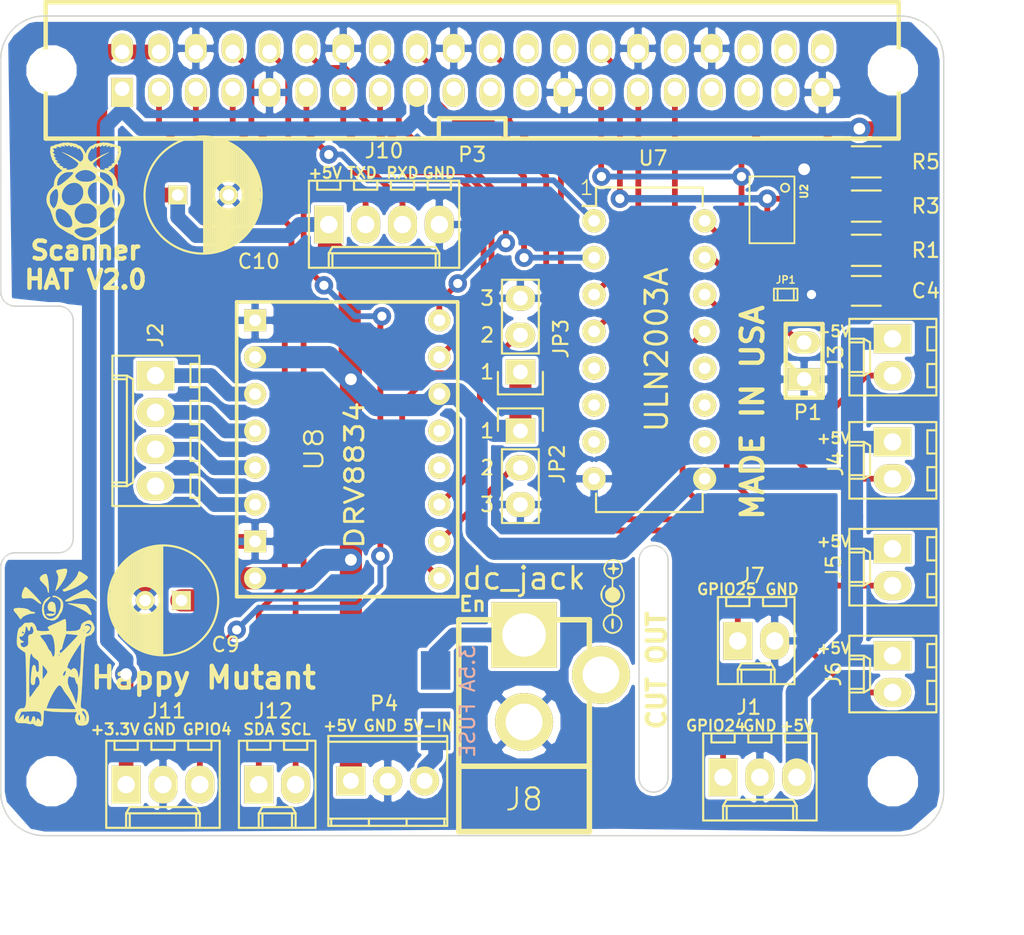
<source format=kicad_pcb>
(kicad_pcb (version 4) (host pcbnew 4.0.4-stable)

  (general
    (links 83)
    (no_connects 0)
    (area 101.055714 69.817599 177.616667 136.400001)
    (thickness 1.6)
    (drawings 59)
    (tracks 359)
    (zones 0)
    (modules 34)
    (nets 53)
  )

  (page A4)
  (title_block
    (title "Raspberry Pi Hat Template")
    (date 2015-12-24)
    (rev 1.1)
    (company OpenFet)
    (comment 1 "Author: Julien Jonathan Cohen, Steve Cohen")
    (comment 2 "License: CERN OHL V1.2")
  )

  (layers
    (0 F.Cu signal)
    (31 B.Cu signal)
    (32 B.Adhes user)
    (33 F.Adhes user)
    (34 B.Paste user)
    (35 F.Paste user)
    (36 B.SilkS user)
    (37 F.SilkS user)
    (38 B.Mask user)
    (39 F.Mask user)
    (40 Dwgs.User user)
    (41 Cmts.User user)
    (42 Eco1.User user)
    (43 Eco2.User user)
    (44 Edge.Cuts user)
    (45 Margin user)
    (46 B.CrtYd user)
    (47 F.CrtYd user)
    (48 B.Fab user)
    (49 F.Fab user hide)
  )

  (setup
    (last_trace_width 0.254)
    (user_trace_width 0.1)
    (user_trace_width 0.2)
    (user_trace_width 0.3)
    (user_trace_width 0.4)
    (user_trace_width 0.5)
    (user_trace_width 0.6)
    (user_trace_width 0.8)
    (user_trace_width 1)
    (trace_clearance 0.15)
    (zone_clearance 0.23)
    (zone_45_only no)
    (trace_min 0.1)
    (segment_width 0.2)
    (edge_width 0.1)
    (via_size 0.889)
    (via_drill 0.635)
    (via_min_size 0.26)
    (via_min_drill 0.16)
    (user_via 0.4 0.22)
    (user_via 1.5 0.8)
    (uvia_size 0.508)
    (uvia_drill 0.127)
    (uvias_allowed no)
    (uvia_min_size 0.762)
    (uvia_min_drill 0.127)
    (pcb_text_width 0.3)
    (pcb_text_size 1.5 1.5)
    (mod_edge_width 0.15)
    (mod_text_size 1 1)
    (mod_text_width 0.15)
    (pad_size 4.50088 4.50088)
    (pad_drill 3)
    (pad_to_mask_clearance 0)
    (aux_axis_origin 0 0)
    (grid_origin 211.1 101.7)
    (visible_elements 7FFFFF7F)
    (pcbplotparams
      (layerselection 0x213f0_80000001)
      (usegerberextensions false)
      (excludeedgelayer true)
      (linewidth 0.100000)
      (plotframeref false)
      (viasonmask false)
      (mode 1)
      (useauxorigin false)
      (hpglpennumber 1)
      (hpglpenspeed 20)
      (hpglpendiameter 15)
      (hpglpenoverlay 2)
      (psnegative false)
      (psa4output false)
      (plotreference true)
      (plotvalue true)
      (plotinvisibletext false)
      (padsonsilk false)
      (subtractmaskfromsilk false)
      (outputformat 1)
      (mirror false)
      (drillshape 0)
      (scaleselection 1)
      (outputdirectory "Version 1.2/"))
  )

  (net 0 "")
  (net 1 GND)
  (net 2 +3V3)
  (net 3 +5V)
  (net 4 "Net-(JP1-Pad1)")
  (net 5 "Net-(P3-Pad27)")
  (net 6 "Net-(P3-Pad28)")
  (net 7 "Net-(J2-Pad1)")
  (net 8 "Net-(J2-Pad2)")
  (net 9 "Net-(J2-Pad3)")
  (net 10 "Net-(J2-Pad4)")
  (net 11 /LDR)
  (net 12 /LS1-O)
  (net 13 /LS2-O)
  (net 14 /LED1-O)
  (net 15 /LED2-O)
  (net 16 /LS1)
  (net 17 /ENABLE)
  (net 18 /STEP)
  (net 19 /DIR)
  (net 20 /LS2)
  (net 21 /LED1)
  (net 22 /LED2)
  (net 23 /M0)
  (net 24 /M1)
  (net 25 /GPIO-R)
  (net 26 /SDA)
  (net 27 /SCL)
  (net 28 /TXD)
  (net 29 /RXD)
  (net 30 /INT)
  (net 31 /5V-in)
  (net 32 /5V-fuse)
  (net 33 "Net-(J8-Pad1)")
  (net 34 "Net-(P3-Pad37)")
  (net 35 "Net-(P3-Pad40)")
  (net 36 "Net-(P3-Pad35)")
  (net 37 "Net-(P3-Pad36)")
  (net 38 "Net-(P3-Pad33)")
  (net 39 "Net-(P3-Pad32)")
  (net 40 "Net-(P3-Pad26)")
  (net 41 "Net-(P3-Pad24)")
  (net 42 "Net-(P3-Pad23)")
  (net 43 "Net-(P3-Pad21)")
  (net 44 "Net-(P3-Pad19)")
  (net 45 "Net-(U7-Pad5)")
  (net 46 "Net-(U7-Pad6)")
  (net 47 "Net-(U7-Pad7)")
  (net 48 "Net-(U7-Pad10)")
  (net 49 "Net-(U7-Pad11)")
  (net 50 "Net-(U7-Pad12)")
  (net 51 "Net-(U8-Pad12)")
  (net 52 "Net-(U8-Pad13)")

  (net_class Default "This is the default net class."
    (clearance 0.15)
    (trace_width 0.254)
    (via_dia 0.889)
    (via_drill 0.635)
    (uvia_dia 0.508)
    (uvia_drill 0.127)
    (add_net +3V3)
    (add_net +5V)
    (add_net /5V-fuse)
    (add_net /5V-in)
    (add_net /DIR)
    (add_net /ENABLE)
    (add_net /GPIO-R)
    (add_net /INT)
    (add_net /LDR)
    (add_net /LED1)
    (add_net /LED1-O)
    (add_net /LED2)
    (add_net /LED2-O)
    (add_net /LS1)
    (add_net /LS1-O)
    (add_net /LS2)
    (add_net /LS2-O)
    (add_net /M0)
    (add_net /M1)
    (add_net /RXD)
    (add_net /SCL)
    (add_net /SDA)
    (add_net /STEP)
    (add_net /TXD)
    (add_net GND)
    (add_net "Net-(J2-Pad1)")
    (add_net "Net-(J2-Pad2)")
    (add_net "Net-(J2-Pad3)")
    (add_net "Net-(J2-Pad4)")
    (add_net "Net-(J8-Pad1)")
    (add_net "Net-(JP1-Pad1)")
    (add_net "Net-(P3-Pad19)")
    (add_net "Net-(P3-Pad21)")
    (add_net "Net-(P3-Pad23)")
    (add_net "Net-(P3-Pad24)")
    (add_net "Net-(P3-Pad26)")
    (add_net "Net-(P3-Pad27)")
    (add_net "Net-(P3-Pad28)")
    (add_net "Net-(P3-Pad32)")
    (add_net "Net-(P3-Pad33)")
    (add_net "Net-(P3-Pad35)")
    (add_net "Net-(P3-Pad36)")
    (add_net "Net-(P3-Pad37)")
    (add_net "Net-(P3-Pad40)")
    (add_net "Net-(U7-Pad10)")
    (add_net "Net-(U7-Pad11)")
    (add_net "Net-(U7-Pad12)")
    (add_net "Net-(U7-Pad5)")
    (add_net "Net-(U7-Pad6)")
    (add_net "Net-(U7-Pad7)")
    (add_net "Net-(U8-Pad12)")
    (add_net "Net-(U8-Pad13)")
  )

  (net_class +3v3 ""
    (clearance 0.15)
    (trace_width 1.016)
    (via_dia 1.651)
    (via_drill 0.635)
    (uvia_dia 0.508)
    (uvia_drill 0.127)
  )

  (net_class +5V ""
    (clearance 0.15)
    (trace_width 1.524)
    (via_dia 2.159)
    (via_drill 0.635)
    (uvia_dia 0.508)
    (uvia_drill 0.127)
  )

  (module Capacitors_SMD:C_1206_HandSoldering (layer F.Cu) (tedit 541A9C03) (tstamp 580BD954)
    (at 164.586 90.016 180)
    (descr "Capacitor SMD 1206, hand soldering")
    (tags "capacitor 1206")
    (path /551D5AC8)
    (attr smd)
    (fp_text reference C4 (at -4.096 0 180) (layer F.SilkS)
      (effects (font (size 1 1) (thickness 0.15)))
    )
    (fp_text value 0.1uf (at 0 2.3 180) (layer F.Fab)
      (effects (font (size 1 1) (thickness 0.15)))
    )
    (fp_line (start -1.6 0.8) (end -1.6 -0.8) (layer F.Fab) (width 0.15))
    (fp_line (start 1.6 0.8) (end -1.6 0.8) (layer F.Fab) (width 0.15))
    (fp_line (start 1.6 -0.8) (end 1.6 0.8) (layer F.Fab) (width 0.15))
    (fp_line (start -1.6 -0.8) (end 1.6 -0.8) (layer F.Fab) (width 0.15))
    (fp_line (start -3.3 -1.15) (end 3.3 -1.15) (layer F.CrtYd) (width 0.05))
    (fp_line (start -3.3 1.15) (end 3.3 1.15) (layer F.CrtYd) (width 0.05))
    (fp_line (start -3.3 -1.15) (end -3.3 1.15) (layer F.CrtYd) (width 0.05))
    (fp_line (start 3.3 -1.15) (end 3.3 1.15) (layer F.CrtYd) (width 0.05))
    (fp_line (start 1 -1.025) (end -1 -1.025) (layer F.SilkS) (width 0.15))
    (fp_line (start -1 1.025) (end 1 1.025) (layer F.SilkS) (width 0.15))
    (pad 1 smd rect (at -2 0 180) (size 2 1.6) (layers F.Cu F.Paste F.Mask)
      (net 2 +3V3))
    (pad 2 smd rect (at 2 0 180) (size 2 1.6) (layers F.Cu F.Paste F.Mask)
      (net 1 GND))
    (model Capacitors_SMD.3dshapes/C_1206_HandSoldering.wrl
      (at (xyz 0 0 0))
      (scale (xyz 1 1 1))
      (rotate (xyz 0 0 0))
    )
  )

  (module w_smd_resistors:r_0603 (layer F.Cu) (tedit 57FDC40C) (tstamp 57FA6D53)
    (at 159.03 90.27 180)
    (descr "SMT resistor, 0603")
    (path /54E9499A)
    (fp_text reference JP1 (at 0 1.016 180) (layer F.SilkS)
      (effects (font (size 0.5 0.5) (thickness 0.1)))
    )
    (fp_text value JUMPER (at 0 0.6096 180) (layer F.SilkS) hide
      (effects (font (size 0.20066 0.20066) (thickness 0.04064)))
    )
    (fp_line (start 0.5588 0.4064) (end 0.5588 -0.4064) (layer F.SilkS) (width 0.127))
    (fp_line (start -0.5588 -0.381) (end -0.5588 0.4064) (layer F.SilkS) (width 0.127))
    (fp_line (start -0.8128 -0.4064) (end 0.8128 -0.4064) (layer F.SilkS) (width 0.127))
    (fp_line (start 0.8128 -0.4064) (end 0.8128 0.4064) (layer F.SilkS) (width 0.127))
    (fp_line (start 0.8128 0.4064) (end -0.8128 0.4064) (layer F.SilkS) (width 0.127))
    (fp_line (start -0.8128 0.4064) (end -0.8128 -0.4064) (layer F.SilkS) (width 0.127))
    (pad 1 smd rect (at 0.75184 0 180) (size 0.89916 1.00076) (layers F.Cu F.Paste F.Mask)
      (net 4 "Net-(JP1-Pad1)"))
    (pad 2 smd rect (at -0.75184 0 180) (size 0.89916 1.00076) (layers F.Cu F.Paste F.Mask)
      (net 1 GND))
    (model walter/smd_resistors/r_0603.wrl
      (at (xyz 0 0 0))
      (scale (xyz 1 1 1))
      (rotate (xyz 0 0 0))
    )
  )

  (module w_pin_strip:pin_strip_2 (layer F.Cu) (tedit 581A07CE) (tstamp 567BAB93)
    (at 160.3 94.842 90)
    (descr "Pin strip 2pin")
    (tags "CONN DEV")
    (path /54E93748)
    (fp_text reference P1 (at -3.556 0.254 180) (layer F.SilkS)
      (effects (font (size 1 1) (thickness 0.15)))
    )
    (fp_text value CONN_01X02 (at 0.254 -3.556 90) (layer F.SilkS) hide
      (effects (font (size 0.5 0.5) (thickness 0.125)))
    )
    (fp_line (start -2.54 1.27) (end 0 -1.27) (layer F.SilkS) (width 0.3048))
    (fp_line (start 2.54 1.27) (end -2.54 1.27) (layer F.SilkS) (width 0.3048))
    (fp_line (start -2.54 -1.27) (end 2.54 -1.27) (layer F.SilkS) (width 0.3048))
    (fp_line (start -2.54 1.27) (end -2.54 -1.27) (layer F.SilkS) (width 0.3048))
    (fp_line (start 2.54 -1.27) (end 2.54 1.27) (layer F.SilkS) (width 0.3048))
    (pad 1 thru_hole rect (at -1.27 0 90) (size 1.524 2.19964) (drill 1.00076) (layers *.Cu *.Mask F.SilkS)
      (net 1 GND))
    (pad 2 thru_hole oval (at 1.27 0 90) (size 1.524 2.19964) (drill 1.00076) (layers *.Cu *.Mask F.SilkS)
      (net 4 "Net-(JP1-Pad1)"))
    (model walter/pin_strip/pin_strip_2.wrl
      (at (xyz 0 0 0))
      (scale (xyz 1 1 1))
      (rotate (xyz 0 0 0))
    )
  )

  (module w_conn_strip:vasch_strip_20x2 (layer F.Cu) (tedit 57FDBD8E) (tstamp 57F9D051)
    (at 137.42 74.82)
    (descr "Box header 20x2pin 2.54mm")
    (tags "CONN DEV")
    (path /54E92361)
    (fp_text reference P3 (at 0 5.798) (layer F.SilkS)
      (effects (font (size 1 1) (thickness 0.15)))
    )
    (fp_text value Raspberry_Pi_+_Conn (at 0 5.7) (layer F.SilkS) hide
      (effects (font (size 1 1) (thickness 0.2032)))
    )
    (fp_line (start -29.4 4.7) (end 29.4 4.7) (layer F.SilkS) (width 0.3048))
    (fp_line (start 29.4 -4.7) (end -29.4 -4.7) (layer F.SilkS) (width 0.3048))
    (fp_line (start -29.4 -4.7) (end -29.4 4.7) (layer F.SilkS) (width 0.3048))
    (fp_line (start 29.4 -4.7) (end 29.4 4.7) (layer F.SilkS) (width 0.3048))
    (fp_line (start 2.3 4.7) (end 2.3 3.3) (layer F.SilkS) (width 0.29972))
    (fp_line (start 2.3 3.3) (end -2.3 3.3) (layer F.SilkS) (width 0.29972))
    (fp_line (start -2.3 3.3) (end -2.3 4.7) (layer F.SilkS) (width 0.29972))
    (pad 37 thru_hole oval (at 21.59 1.27) (size 1.5 2) (drill 1 (offset 0 0.25)) (layers *.Cu *.Mask F.SilkS)
      (net 34 "Net-(P3-Pad37)"))
    (pad 38 thru_hole oval (at 21.59 -1.27) (size 1.5 2) (drill 1 (offset 0 -0.25)) (layers *.Cu *.Mask F.SilkS))
    (pad 40 thru_hole oval (at 24.13 -1.27) (size 1.5 2) (drill 1 (offset 0 -0.25)) (layers *.Cu *.Mask F.SilkS)
      (net 35 "Net-(P3-Pad40)"))
    (pad 39 thru_hole oval (at 24.13 1.27) (size 1.5 2) (drill 1 (offset 0 0.25)) (layers *.Cu *.Mask F.SilkS)
      (net 1 GND))
    (pad 35 thru_hole oval (at 19.05 1.27) (size 1.5 2) (drill 1 (offset 0 0.25)) (layers *.Cu *.Mask F.SilkS)
      (net 36 "Net-(P3-Pad35)"))
    (pad 36 thru_hole oval (at 19.05 -1.27) (size 1.5 2) (drill 1 (offset 0 -0.25)) (layers *.Cu *.Mask F.SilkS)
      (net 37 "Net-(P3-Pad36)"))
    (pad 34 thru_hole oval (at 16.51 -1.27) (size 1.5 2) (drill 1 (offset 0 -0.25)) (layers *.Cu *.Mask F.SilkS)
      (net 1 GND))
    (pad 33 thru_hole oval (at 16.51 1.27) (size 1.5 2) (drill 1 (offset 0 0.25)) (layers *.Cu *.Mask F.SilkS)
      (net 38 "Net-(P3-Pad33)"))
    (pad 31 thru_hole oval (at 13.97 1.27) (size 1.5 2) (drill 1 (offset 0 0.25)) (layers *.Cu *.Mask F.SilkS)
      (net 22 /LED2))
    (pad 32 thru_hole oval (at 13.97 -1.27) (size 1.5 2) (drill 1 (offset 0 -0.25)) (layers *.Cu *.Mask F.SilkS)
      (net 39 "Net-(P3-Pad32)"))
    (pad 27 thru_hole oval (at 8.89 1.27) (size 1.5 2) (drill 1 (offset 0 0.25)) (layers *.Cu *.Mask F.SilkS)
      (net 5 "Net-(P3-Pad27)"))
    (pad 28 thru_hole oval (at 8.89 -1.27) (size 1.5 2) (drill 1 (offset 0 -0.25)) (layers *.Cu *.Mask F.SilkS)
      (net 6 "Net-(P3-Pad28)"))
    (pad 30 thru_hole oval (at 11.43 -1.27) (size 1.5 2) (drill 1 (offset 0 -0.25)) (layers *.Cu *.Mask F.SilkS)
      (net 1 GND))
    (pad 29 thru_hole oval (at 11.43 1.27) (size 1.5 2) (drill 1 (offset 0 0.25)) (layers *.Cu *.Mask F.SilkS)
      (net 21 /LED1))
    (pad 25 thru_hole oval (at 6.35 1.27) (size 1.5 2) (drill 1 (offset 0 0.25)) (layers *.Cu *.Mask F.SilkS)
      (net 1 GND))
    (pad 26 thru_hole oval (at 6.35 -1.27) (size 1.5 2) (drill 1 (offset 0 -0.25)) (layers *.Cu *.Mask F.SilkS)
      (net 40 "Net-(P3-Pad26)"))
    (pad 24 thru_hole oval (at 3.81 -1.27) (size 1.5 2) (drill 1 (offset 0 -0.25)) (layers *.Cu *.Mask F.SilkS)
      (net 41 "Net-(P3-Pad24)"))
    (pad 23 thru_hole oval (at 3.81 1.27) (size 1.5 2) (drill 1 (offset 0 0.25)) (layers *.Cu *.Mask F.SilkS)
      (net 42 "Net-(P3-Pad23)"))
    (pad 21 thru_hole oval (at 1.27 1.27) (size 1.5 2) (drill 1 (offset 0 0.25)) (layers *.Cu *.Mask F.SilkS)
      (net 43 "Net-(P3-Pad21)"))
    (pad 22 thru_hole oval (at 1.27 -1.27) (size 1.5 2) (drill 1 (offset 0 -0.25)) (layers *.Cu *.Mask F.SilkS)
      (net 25 /GPIO-R))
    (pad 20 thru_hole oval (at -1.27 -1.27) (size 1.5 2) (drill 1 (offset 0 -0.25)) (layers *.Cu *.Mask F.SilkS)
      (net 1 GND))
    (pad 19 thru_hole oval (at -1.27 1.27) (size 1.5 2) (drill 1 (offset 0 0.25)) (layers *.Cu *.Mask F.SilkS)
      (net 44 "Net-(P3-Pad19)"))
    (pad 17 thru_hole oval (at -3.81 1.27) (size 1.5 2) (drill 1 (offset 0 0.25)) (layers *.Cu *.Mask F.SilkS)
      (net 2 +3V3))
    (pad 18 thru_hole oval (at -3.81 -1.27) (size 1.5 2) (drill 1 (offset 0 -0.25)) (layers *.Cu *.Mask F.SilkS)
      (net 30 /INT))
    (pad 16 thru_hole oval (at -6.35 -1.27) (size 1.5 2) (drill 1 (offset 0 -0.25)) (layers *.Cu *.Mask F.SilkS)
      (net 20 /LS2))
    (pad 15 thru_hole oval (at -6.35 1.27) (size 1.5 2) (drill 1 (offset 0 0.25)) (layers *.Cu *.Mask F.SilkS)
      (net 19 /DIR))
    (pad 13 thru_hole oval (at -8.89 1.27) (size 1.5 2) (drill 1 (offset 0 0.25)) (layers *.Cu *.Mask F.SilkS)
      (net 18 /STEP))
    (pad 14 thru_hole oval (at -8.89 -1.27) (size 1.5 2) (drill 1 (offset 0 -0.25)) (layers *.Cu *.Mask F.SilkS)
      (net 1 GND))
    (pad 12 thru_hole oval (at -11.43 -1.27) (size 1.5 2) (drill 1 (offset 0 -0.25)) (layers *.Cu *.Mask F.SilkS)
      (net 17 /ENABLE))
    (pad 11 thru_hole oval (at -11.43 1.27) (size 1.5 2) (drill 1 (offset 0 0.25)) (layers *.Cu *.Mask F.SilkS)
      (net 16 /LS1))
    (pad 9 thru_hole oval (at -13.97 1.27) (size 1.5 2) (drill 1 (offset 0 0.25)) (layers *.Cu *.Mask F.SilkS)
      (net 1 GND))
    (pad 10 thru_hole oval (at -13.97 -1.27) (size 1.5 2) (drill 1 (offset 0 -0.25)) (layers *.Cu *.Mask F.SilkS)
      (net 29 /RXD))
    (pad 8 thru_hole oval (at -16.51 -1.27) (size 1.5 2) (drill 1 (offset 0 -0.25)) (layers *.Cu *.Mask F.SilkS)
      (net 28 /TXD))
    (pad 7 thru_hole oval (at -16.51 1.27) (size 1.5 2) (drill 1 (offset 0 0.25)) (layers *.Cu *.Mask F.SilkS)
      (net 11 /LDR))
    (pad 1 thru_hole rect (at -24.13 1.27) (size 1.5 2) (drill 1 (offset 0 0.25)) (layers *.Cu *.Mask F.SilkS)
      (net 2 +3V3))
    (pad 2 thru_hole oval (at -24.13 -1.27) (size 1.5 2) (drill 1 (offset 0 -0.25)) (layers *.Cu *.Mask F.SilkS)
      (net 3 +5V))
    (pad 3 thru_hole oval (at -21.59 1.27) (size 1.5 2) (drill 1 (offset 0 0.25)) (layers *.Cu *.Mask F.SilkS)
      (net 26 /SDA))
    (pad 4 thru_hole oval (at -21.59 -1.27) (size 1.5 2) (drill 1 (offset 0 -0.25)) (layers *.Cu *.Mask F.SilkS)
      (net 3 +5V))
    (pad 5 thru_hole oval (at -19.05 1.27) (size 1.5 2) (drill 1 (offset 0 0.25)) (layers *.Cu *.Mask F.SilkS)
      (net 27 /SCL))
    (pad 6 thru_hole oval (at -19.05 -1.27) (size 1.5 2) (drill 1 (offset 0 -0.25)) (layers *.Cu *.Mask F.SilkS)
      (net 1 GND))
    (model walter/conn_strip/vasch_strip_20x2.wrl
      (at (xyz 0 0 0))
      (scale (xyz 1 1 1))
      (rotate (xyz 0 0 0))
    )
  )

  (module pololu:SWDIP8_.6W (layer F.Cu) (tedit 5BFCBD25) (tstamp 57F67121)
    (at 128.804 100.938 270)
    (path /57F5E57E)
    (fp_text reference U8 (at 0 2.286 270) (layer F.SilkS)
      (effects (font (size 1.27 1.524) (thickness 0.15)))
    )
    (fp_text value DRV8834 (at 1.778 -0.508 270) (layer F.SilkS)
      (effects (font (size 1.27 1.524) (thickness 0.2)))
    )
    (fp_line (start -10.16 -7.62) (end 10.16 -7.62) (layer F.SilkS) (width 0.254))
    (fp_line (start 10.16 -7.62) (end 10.16 7.62) (layer F.SilkS) (width 0.254))
    (fp_line (start 10.16 7.62) (end -10.16 7.62) (layer F.SilkS) (width 0.254))
    (fp_line (start -10.16 7.62) (end -10.16 -7.62) (layer F.SilkS) (width 0.254))
    (pad 1 thru_hole rect (at -8.89 6.35 270) (size 1.524 1.524) (drill 0.8128) (layers *.Cu *.Mask F.SilkS)
      (net 1 GND))
    (pad 2 thru_hole circle (at -6.35 6.35 270) (size 1.524 1.524) (drill 0.8128) (layers *.Cu *.Mask F.SilkS)
      (net 3 +5V))
    (pad 3 thru_hole circle (at -3.81 6.35 270) (size 1.524 1.524) (drill 0.8128) (layers *.Cu *.Mask F.SilkS)
      (net 7 "Net-(J2-Pad1)"))
    (pad 4 thru_hole circle (at -1.27 6.35 270) (size 1.524 1.524) (drill 0.8128) (layers *.Cu *.Mask F.SilkS)
      (net 8 "Net-(J2-Pad2)"))
    (pad 5 thru_hole circle (at 1.27 6.35 270) (size 1.524 1.524) (drill 0.8128) (layers *.Cu *.Mask F.SilkS)
      (net 9 "Net-(J2-Pad3)"))
    (pad 6 thru_hole circle (at 3.81 6.35 270) (size 1.524 1.524) (drill 0.8128) (layers *.Cu *.Mask F.SilkS)
      (net 10 "Net-(J2-Pad4)"))
    (pad 7 thru_hole rect (at 6.35 6.35 270) (size 1.524 1.524) (drill 0.8128) (layers *.Cu *.Mask F.SilkS)
      (net 1 GND))
    (pad 8 thru_hole circle (at 8.89 6.35 270) (size 1.524 1.524) (drill 0.8128) (layers *.Cu *.Mask F.SilkS)
      (net 3 +5V))
    (pad 9 thru_hole circle (at 8.89 -6.35 270) (size 1.524 1.524) (drill 0.8128) (layers *.Cu *.Mask F.SilkS)
      (net 17 /ENABLE))
    (pad 10 thru_hole circle (at 6.35 -6.35 270) (size 1.524 1.524) (drill 0.8128) (layers *.Cu *.Mask F.SilkS)
      (net 23 /M0))
    (pad 11 thru_hole circle (at 3.81 -6.35 270) (size 1.524 1.524) (drill 0.8128) (layers *.Cu *.Mask F.SilkS)
      (net 24 /M1))
    (pad 12 thru_hole circle (at 1.27 -6.35 270) (size 1.524 1.524) (drill 0.8128) (layers *.Cu *.Mask F.SilkS)
      (net 51 "Net-(U8-Pad12)"))
    (pad 13 thru_hole circle (at -1.27 -6.35 270) (size 1.524 1.524) (drill 0.8128) (layers *.Cu *.Mask F.SilkS)
      (net 52 "Net-(U8-Pad13)"))
    (pad 14 thru_hole circle (at -3.81 -6.35 270) (size 1.524 1.524) (drill 0.8128) (layers *.Cu *.Mask F.SilkS)
      (net 3 +5V))
    (pad 15 thru_hole circle (at -6.35 -6.35 270) (size 1.524 1.524) (drill 0.8128) (layers *.Cu *.Mask F.SilkS)
      (net 18 /STEP))
    (pad 16 thru_hole circle (at -8.89 -6.35 270) (size 1.524 1.524) (drill 0.8128) (layers *.Cu *.Mask F.SilkS)
      (net 19 /DIR))
  )

  (module w_conn_misc:dc_socket (layer F.Cu) (tedit 58AFB986) (tstamp 57F70AD1)
    (at 140.996 119.988)
    (descr "Socket, DC power supply")
    (path /57F90B7F)
    (fp_text reference J8 (at 0 5.08) (layer F.SilkS)
      (effects (font (thickness 0.15)))
    )
    (fp_text value dc_jack (at 0 -10.16) (layer F.SilkS)
      (effects (font (thickness 0.2)))
    )
    (fp_line (start -4.50088 2.79908) (end 4.50088 2.79908) (layer F.SilkS) (width 0.381))
    (fp_line (start -4.50088 7.29996) (end 4.50088 7.29996) (layer F.SilkS) (width 0.381))
    (fp_line (start 4.50088 7.29996) (end 4.50088 -7.29996) (layer F.SilkS) (width 0.381))
    (fp_line (start 4.50088 -7.29996) (end -4.50088 -7.29996) (layer F.SilkS) (width 0.381))
    (fp_line (start -4.50088 -7.29996) (end -4.50088 7.29996) (layer F.SilkS) (width 0.381))
    (pad 1 thru_hole circle (at 5.30098 -3.50012) (size 4.0005 4.0005) (drill 2.54) (layers *.Cu *.Mask F.SilkS)
      (net 33 "Net-(J8-Pad1)"))
    (pad 2 thru_hole circle (at 0 -0.24892) (size 4.0005 4.0005) (drill 2.54) (layers *.Cu *.Mask F.SilkS)
      (net 1 GND))
    (pad 3 thru_hole rect (at 0 -6.25094) (size 4.50088 4.50088) (drill 3) (layers *.Cu *.Mask F.SilkS)
      (net 32 /5V-fuse))
    (model walter/conn_misc/dc_socket.wrl
      (at (xyz 0 0 0))
      (scale (xyz 1 1 1))
      (rotate (xyz 0 0 0))
    )
  )

  (module Terminal_Blocks:TerminalBlock_Pheonix_MPT-2.54mm_3pol (layer F.Cu) (tedit 58AFB5D6) (tstamp 57F801C9)
    (at 129.058 123.798)
    (descr "3-way 2.54mm pitch terminal block, Phoenix MPT series")
    (path /57FC1F09)
    (fp_text reference P4 (at 2.286 -5.334) (layer F.SilkS)
      (effects (font (size 1 1) (thickness 0.15)))
    )
    (fp_text value "PWR CONN" (at 2.54 4.50088) (layer F.Fab)
      (effects (font (size 1 1) (thickness 0.15)))
    )
    (fp_line (start -1.778 3.302) (end 6.858 3.302) (layer F.CrtYd) (width 0.05))
    (fp_line (start -1.778 -3.302) (end -1.778 3.302) (layer F.CrtYd) (width 0.05))
    (fp_line (start 6.858 -3.302) (end -1.778 -3.302) (layer F.CrtYd) (width 0.05))
    (fp_line (start 6.858 3.302) (end 6.858 -3.302) (layer F.CrtYd) (width 0.05))
    (fp_line (start 6.63956 -3.0988) (end -1.55956 -3.0988) (layer F.SilkS) (width 0.15))
    (fp_line (start 6.63956 -2.70002) (end -1.55956 -2.70002) (layer F.SilkS) (width 0.15))
    (fp_line (start 6.63956 2.60096) (end -1.55956 2.60096) (layer F.SilkS) (width 0.15))
    (fp_line (start -1.55956 3.0988) (end 6.63956 3.0988) (layer F.SilkS) (width 0.15))
    (fp_line (start 3.84048 2.60096) (end 3.84048 3.0988) (layer F.SilkS) (width 0.15))
    (fp_line (start -1.3589 3.0988) (end -1.3589 2.60096) (layer F.SilkS) (width 0.15))
    (fp_line (start 6.44144 2.60096) (end 6.44144 3.0988) (layer F.SilkS) (width 0.15))
    (fp_line (start 1.24206 3.0988) (end 1.24206 2.60096) (layer F.SilkS) (width 0.15))
    (fp_line (start 6.63956 3.0988) (end 6.63956 -3.0988) (layer F.SilkS) (width 0.15))
    (fp_line (start -1.55702 -3.0988) (end -1.55702 3.0988) (layer F.SilkS) (width 0.15))
    (pad 3 thru_hole oval (at 5.08 0) (size 1.99898 1.99898) (drill 1.09728) (layers *.Cu *.Mask F.SilkS)
      (net 31 /5V-in))
    (pad 1 thru_hole rect (at 0 0) (size 1.99898 1.99898) (drill 1.09728) (layers *.Cu *.Mask F.SilkS)
      (net 3 +5V))
    (pad 2 thru_hole oval (at 2.54 0) (size 1.99898 1.99898) (drill 1.09728) (layers *.Cu *.Mask F.SilkS)
      (net 1 GND))
    (model Terminal_Blocks.3dshapes/TerminalBlock_Pheonix_MPT-2.54mm_3pol.wrl
      (at (xyz 0.1 0 0))
      (scale (xyz 1 1 1))
      (rotate (xyz 0 0 0))
    )
  )

  (module Connectors_Molex:Molex_KK-6410-03_03x2.54mm_Straight (layer F.Cu) (tedit 581A04F1) (tstamp 57F728E0)
    (at 113.564 124.052)
    (descr "Connector Headers with Friction Lock, 22-27-2031, http://www.molex.com/pdm_docs/sd/022272021_sd.pdf")
    (tags "connector molex kk_6410 22-27-2031")
    (path /57F9DCCD)
    (fp_text reference J11 (at 2.794 -5.08) (layer F.SilkS)
      (effects (font (size 1 1) (thickness 0.15)))
    )
    (fp_text value TSL2591-A (at 2.54 4.5) (layer F.Fab)
      (effects (font (size 1 1) (thickness 0.15)))
    )
    (fp_line (start -1.37 -3.02) (end -1.37 2.98) (layer F.SilkS) (width 0.15))
    (fp_line (start -1.37 2.98) (end 6.45 2.98) (layer F.SilkS) (width 0.15))
    (fp_line (start 6.45 2.98) (end 6.45 -3.02) (layer F.SilkS) (width 0.15))
    (fp_line (start 6.45 -3.02) (end -1.37 -3.02) (layer F.SilkS) (width 0.15))
    (fp_line (start 0 2.98) (end 0 1.98) (layer F.SilkS) (width 0.15))
    (fp_line (start 0 1.98) (end 5.08 1.98) (layer F.SilkS) (width 0.15))
    (fp_line (start 5.08 1.98) (end 5.08 2.98) (layer F.SilkS) (width 0.15))
    (fp_line (start 0 1.98) (end 0.25 1.55) (layer F.SilkS) (width 0.15))
    (fp_line (start 0.25 1.55) (end 4.83 1.55) (layer F.SilkS) (width 0.15))
    (fp_line (start 4.83 1.55) (end 5.08 1.98) (layer F.SilkS) (width 0.15))
    (fp_line (start 0.25 2.98) (end 0.25 1.98) (layer F.SilkS) (width 0.15))
    (fp_line (start 4.83 2.98) (end 4.83 1.98) (layer F.SilkS) (width 0.15))
    (fp_line (start -0.8 -3.02) (end -0.8 -2.4) (layer F.SilkS) (width 0.15))
    (fp_line (start -0.8 -2.4) (end 0.8 -2.4) (layer F.SilkS) (width 0.15))
    (fp_line (start 0.8 -2.4) (end 0.8 -3.02) (layer F.SilkS) (width 0.15))
    (fp_line (start 1.74 -3.02) (end 1.74 -2.4) (layer F.SilkS) (width 0.15))
    (fp_line (start 1.74 -2.4) (end 3.34 -2.4) (layer F.SilkS) (width 0.15))
    (fp_line (start 3.34 -2.4) (end 3.34 -3.02) (layer F.SilkS) (width 0.15))
    (fp_line (start 4.28 -3.02) (end 4.28 -2.4) (layer F.SilkS) (width 0.15))
    (fp_line (start 4.28 -2.4) (end 5.88 -2.4) (layer F.SilkS) (width 0.15))
    (fp_line (start 5.88 -2.4) (end 5.88 -3.02) (layer F.SilkS) (width 0.15))
    (fp_line (start -1.9 3.5) (end -1.9 -3.55) (layer F.CrtYd) (width 0.05))
    (fp_line (start -1.9 -3.55) (end 7 -3.55) (layer F.CrtYd) (width 0.05))
    (fp_line (start 7 -3.55) (end 7 3.5) (layer F.CrtYd) (width 0.05))
    (fp_line (start 7 3.5) (end -1.9 3.5) (layer F.CrtYd) (width 0.05))
    (pad 1 thru_hole rect (at 0 0) (size 2 2.6) (drill 1.2) (layers *.Cu *.Mask F.SilkS)
      (net 2 +3V3))
    (pad 2 thru_hole oval (at 2.54 0) (size 2 2.6) (drill 1.2) (layers *.Cu *.Mask F.SilkS)
      (net 1 GND))
    (pad 3 thru_hole oval (at 5.08 0) (size 2 2.6) (drill 1.2) (layers *.Cu *.Mask F.SilkS)
      (net 11 /LDR))
  )

  (module Connectors_Molex:Molex_KK-6410-03_03x2.54mm_Straight (layer F.Cu) (tedit 56C6219D) (tstamp 57F6A461)
    (at 154.712 123.544)
    (descr "Connector Headers with Friction Lock, 22-27-2031, http://www.molex.com/pdm_docs/sd/022272021_sd.pdf")
    (tags "connector molex kk_6410 22-27-2031")
    (path /57F8A220)
    (fp_text reference J1 (at 1.778 -4.826) (layer F.SilkS)
      (effects (font (size 1 1) (thickness 0.15)))
    )
    (fp_text value LDR (at 2.54 4.5) (layer F.Fab)
      (effects (font (size 1 1) (thickness 0.15)))
    )
    (fp_line (start -1.37 -3.02) (end -1.37 2.98) (layer F.SilkS) (width 0.15))
    (fp_line (start -1.37 2.98) (end 6.45 2.98) (layer F.SilkS) (width 0.15))
    (fp_line (start 6.45 2.98) (end 6.45 -3.02) (layer F.SilkS) (width 0.15))
    (fp_line (start 6.45 -3.02) (end -1.37 -3.02) (layer F.SilkS) (width 0.15))
    (fp_line (start 0 2.98) (end 0 1.98) (layer F.SilkS) (width 0.15))
    (fp_line (start 0 1.98) (end 5.08 1.98) (layer F.SilkS) (width 0.15))
    (fp_line (start 5.08 1.98) (end 5.08 2.98) (layer F.SilkS) (width 0.15))
    (fp_line (start 0 1.98) (end 0.25 1.55) (layer F.SilkS) (width 0.15))
    (fp_line (start 0.25 1.55) (end 4.83 1.55) (layer F.SilkS) (width 0.15))
    (fp_line (start 4.83 1.55) (end 5.08 1.98) (layer F.SilkS) (width 0.15))
    (fp_line (start 0.25 2.98) (end 0.25 1.98) (layer F.SilkS) (width 0.15))
    (fp_line (start 4.83 2.98) (end 4.83 1.98) (layer F.SilkS) (width 0.15))
    (fp_line (start -0.8 -3.02) (end -0.8 -2.4) (layer F.SilkS) (width 0.15))
    (fp_line (start -0.8 -2.4) (end 0.8 -2.4) (layer F.SilkS) (width 0.15))
    (fp_line (start 0.8 -2.4) (end 0.8 -3.02) (layer F.SilkS) (width 0.15))
    (fp_line (start 1.74 -3.02) (end 1.74 -2.4) (layer F.SilkS) (width 0.15))
    (fp_line (start 1.74 -2.4) (end 3.34 -2.4) (layer F.SilkS) (width 0.15))
    (fp_line (start 3.34 -2.4) (end 3.34 -3.02) (layer F.SilkS) (width 0.15))
    (fp_line (start 4.28 -3.02) (end 4.28 -2.4) (layer F.SilkS) (width 0.15))
    (fp_line (start 4.28 -2.4) (end 5.88 -2.4) (layer F.SilkS) (width 0.15))
    (fp_line (start 5.88 -2.4) (end 5.88 -3.02) (layer F.SilkS) (width 0.15))
    (fp_line (start -1.9 3.5) (end -1.9 -3.55) (layer F.CrtYd) (width 0.05))
    (fp_line (start -1.9 -3.55) (end 7 -3.55) (layer F.CrtYd) (width 0.05))
    (fp_line (start 7 -3.55) (end 7 3.5) (layer F.CrtYd) (width 0.05))
    (fp_line (start 7 3.5) (end -1.9 3.5) (layer F.CrtYd) (width 0.05))
    (pad 1 thru_hole rect (at 0 0) (size 2 2.6) (drill 1.2) (layers *.Cu *.Mask F.SilkS)
      (net 30 /INT))
    (pad 2 thru_hole oval (at 2.54 0) (size 2 2.6) (drill 1.2) (layers *.Cu *.Mask F.SilkS)
      (net 1 GND))
    (pad 3 thru_hole oval (at 5.08 0) (size 2 2.6) (drill 1.2) (layers *.Cu *.Mask F.SilkS)
      (net 3 +5V))
  )

  (module Pin_Headers:Pin_Header_Straight_1x03 (layer F.Cu) (tedit 581A05DA) (tstamp 57F6A51A)
    (at 140.742 99.668)
    (descr "Through hole pin header")
    (tags "pin header")
    (path /57F785DC)
    (fp_text reference JP3 (at 2.794 -6.35 90) (layer F.SilkS)
      (effects (font (size 1 1) (thickness 0.15)))
    )
    (fp_text value M0 (at 0 7.874) (layer F.Fab)
      (effects (font (size 1 1) (thickness 0.15)))
    )
    (fp_line (start -1.75 -1.75) (end -1.75 6.85) (layer F.CrtYd) (width 0.05))
    (fp_line (start 1.75 -1.75) (end 1.75 6.85) (layer F.CrtYd) (width 0.05))
    (fp_line (start -1.75 -1.75) (end 1.75 -1.75) (layer F.CrtYd) (width 0.05))
    (fp_line (start -1.75 6.85) (end 1.75 6.85) (layer F.CrtYd) (width 0.05))
    (fp_line (start -1.27 1.27) (end -1.27 6.35) (layer F.SilkS) (width 0.15))
    (fp_line (start -1.27 6.35) (end 1.27 6.35) (layer F.SilkS) (width 0.15))
    (fp_line (start 1.27 6.35) (end 1.27 1.27) (layer F.SilkS) (width 0.15))
    (fp_line (start 1.55 -1.55) (end 1.55 0) (layer F.SilkS) (width 0.15))
    (fp_line (start 1.27 1.27) (end -1.27 1.27) (layer F.SilkS) (width 0.15))
    (fp_line (start -1.55 0) (end -1.55 -1.55) (layer F.SilkS) (width 0.15))
    (fp_line (start -1.55 -1.55) (end 1.55 -1.55) (layer F.SilkS) (width 0.15))
    (pad 1 thru_hole rect (at 0 0) (size 2.032 1.7272) (drill 1.016) (layers *.Cu *.Mask F.SilkS)
      (net 3 +5V))
    (pad 2 thru_hole oval (at 0 2.54) (size 2.032 1.7272) (drill 1.016) (layers *.Cu *.Mask F.SilkS)
      (net 23 /M0))
    (pad 3 thru_hole oval (at 0 5.08) (size 2.032 1.7272) (drill 1.016) (layers *.Cu *.Mask F.SilkS)
      (net 1 GND))
    (model Pin_Headers.3dshapes/Pin_Header_Straight_1x03.wrl
      (at (xyz 0 -0.1 0))
      (scale (xyz 1 1 1))
      (rotate (xyz 0 0 90))
    )
  )

  (module Capacitors_ThroughHole:C_Radial_D7.5_L11.2_P2.5 (layer F.Cu) (tedit 58AD28F6) (tstamp 57F6A506)
    (at 117.374 111.352 180)
    (descr "Radial Electrolytic Capacitor Diameter 7.5mm x Length 11.2mm, Pitch 2.5mm")
    (tags "Electrolytic Capacitor")
    (path /57F7C452)
    (fp_text reference C9 (at -3.048 -3.048 180) (layer F.SilkS)
      (effects (font (size 1 1) (thickness 0.15)))
    )
    (fp_text value 47uf (at -3.048 -3.81 180) (layer F.Fab)
      (effects (font (size 1 1) (thickness 0.15)))
    )
    (fp_line (start 1.325 -3.749) (end 1.325 3.749) (layer F.SilkS) (width 0.15))
    (fp_line (start 1.465 -3.744) (end 1.465 3.744) (layer F.SilkS) (width 0.15))
    (fp_line (start 1.605 -3.733) (end 1.605 -0.446) (layer F.SilkS) (width 0.15))
    (fp_line (start 1.605 0.446) (end 1.605 3.733) (layer F.SilkS) (width 0.15))
    (fp_line (start 1.745 -3.717) (end 1.745 -0.656) (layer F.SilkS) (width 0.15))
    (fp_line (start 1.745 0.656) (end 1.745 3.717) (layer F.SilkS) (width 0.15))
    (fp_line (start 1.885 -3.696) (end 1.885 -0.789) (layer F.SilkS) (width 0.15))
    (fp_line (start 1.885 0.789) (end 1.885 3.696) (layer F.SilkS) (width 0.15))
    (fp_line (start 2.025 -3.669) (end 2.025 -0.88) (layer F.SilkS) (width 0.15))
    (fp_line (start 2.025 0.88) (end 2.025 3.669) (layer F.SilkS) (width 0.15))
    (fp_line (start 2.165 -3.637) (end 2.165 -0.942) (layer F.SilkS) (width 0.15))
    (fp_line (start 2.165 0.942) (end 2.165 3.637) (layer F.SilkS) (width 0.15))
    (fp_line (start 2.305 -3.599) (end 2.305 -0.981) (layer F.SilkS) (width 0.15))
    (fp_line (start 2.305 0.981) (end 2.305 3.599) (layer F.SilkS) (width 0.15))
    (fp_line (start 2.445 -3.555) (end 2.445 -0.998) (layer F.SilkS) (width 0.15))
    (fp_line (start 2.445 0.998) (end 2.445 3.555) (layer F.SilkS) (width 0.15))
    (fp_line (start 2.585 -3.504) (end 2.585 -0.996) (layer F.SilkS) (width 0.15))
    (fp_line (start 2.585 0.996) (end 2.585 3.504) (layer F.SilkS) (width 0.15))
    (fp_line (start 2.725 -3.448) (end 2.725 -0.974) (layer F.SilkS) (width 0.15))
    (fp_line (start 2.725 0.974) (end 2.725 3.448) (layer F.SilkS) (width 0.15))
    (fp_line (start 2.865 -3.384) (end 2.865 -0.931) (layer F.SilkS) (width 0.15))
    (fp_line (start 2.865 0.931) (end 2.865 3.384) (layer F.SilkS) (width 0.15))
    (fp_line (start 3.005 -3.314) (end 3.005 -0.863) (layer F.SilkS) (width 0.15))
    (fp_line (start 3.005 0.863) (end 3.005 3.314) (layer F.SilkS) (width 0.15))
    (fp_line (start 3.145 -3.236) (end 3.145 -0.764) (layer F.SilkS) (width 0.15))
    (fp_line (start 3.145 0.764) (end 3.145 3.236) (layer F.SilkS) (width 0.15))
    (fp_line (start 3.285 -3.15) (end 3.285 -0.619) (layer F.SilkS) (width 0.15))
    (fp_line (start 3.285 0.619) (end 3.285 3.15) (layer F.SilkS) (width 0.15))
    (fp_line (start 3.425 -3.055) (end 3.425 -0.38) (layer F.SilkS) (width 0.15))
    (fp_line (start 3.425 0.38) (end 3.425 3.055) (layer F.SilkS) (width 0.15))
    (fp_line (start 3.565 -2.95) (end 3.565 2.95) (layer F.SilkS) (width 0.15))
    (fp_line (start 3.705 -2.835) (end 3.705 2.835) (layer F.SilkS) (width 0.15))
    (fp_line (start 3.845 -2.707) (end 3.845 2.707) (layer F.SilkS) (width 0.15))
    (fp_line (start 3.985 -2.566) (end 3.985 2.566) (layer F.SilkS) (width 0.15))
    (fp_line (start 4.125 -2.408) (end 4.125 2.408) (layer F.SilkS) (width 0.15))
    (fp_line (start 4.265 -2.23) (end 4.265 2.23) (layer F.SilkS) (width 0.15))
    (fp_line (start 4.405 -2.027) (end 4.405 2.027) (layer F.SilkS) (width 0.15))
    (fp_line (start 4.545 -1.79) (end 4.545 1.79) (layer F.SilkS) (width 0.15))
    (fp_line (start 4.685 -1.504) (end 4.685 1.504) (layer F.SilkS) (width 0.15))
    (fp_line (start 4.825 -1.132) (end 4.825 1.132) (layer F.SilkS) (width 0.15))
    (fp_line (start 4.965 -0.511) (end 4.965 0.511) (layer F.SilkS) (width 0.15))
    (fp_circle (center 2.5 0) (end 2.5 -1) (layer F.SilkS) (width 0.15))
    (fp_circle (center 1.25 0) (end 1.25 -3.7875) (layer F.SilkS) (width 0.15))
    (fp_circle (center 1.25 0) (end 1.25 -4.1) (layer F.CrtYd) (width 0.05))
    (pad 2 thru_hole circle (at 2.5 0 180) (size 1.3 1.3) (drill 0.8) (layers *.Cu *.Mask F.SilkS)
      (net 1 GND))
    (pad 1 thru_hole rect (at 0 0 180) (size 1.3 1.3) (drill 0.8) (layers *.Cu *.Mask F.SilkS)
      (net 3 +5V))
    (model Capacitors_ThroughHole.3dshapes/C_Radial_D7.5_L11.2_P2.5.wrl
      (at (xyz 0 0 0))
      (scale (xyz 1 1 1))
      (rotate (xyz 0 0 0))
    )
  )

  (module Capacitors_ThroughHole:C_Radial_D8_L11.5_P3.5 (layer F.Cu) (tedit 581A1656) (tstamp 57F6A36E)
    (at 117.12 83.412)
    (descr "Radial Electrolytic Capacitor Diameter 8mm x Length 11.5mm, Pitch 3.5mm")
    (tags "Electrolytic Capacitor")
    (path /57F7DB75)
    (fp_text reference C10 (at 5.588 4.572) (layer F.SilkS)
      (effects (font (size 1 1) (thickness 0.15)))
    )
    (fp_text value 100uf (at 1.75 5.3) (layer F.Fab)
      (effects (font (size 1 1) (thickness 0.15)))
    )
    (fp_line (start 1.825 -3.999) (end 1.825 3.999) (layer F.SilkS) (width 0.15))
    (fp_line (start 1.965 -3.994) (end 1.965 3.994) (layer F.SilkS) (width 0.15))
    (fp_line (start 2.105 -3.984) (end 2.105 3.984) (layer F.SilkS) (width 0.15))
    (fp_line (start 2.245 -3.969) (end 2.245 3.969) (layer F.SilkS) (width 0.15))
    (fp_line (start 2.385 -3.949) (end 2.385 3.949) (layer F.SilkS) (width 0.15))
    (fp_line (start 2.525 -3.924) (end 2.525 -0.222) (layer F.SilkS) (width 0.15))
    (fp_line (start 2.525 0.222) (end 2.525 3.924) (layer F.SilkS) (width 0.15))
    (fp_line (start 2.665 -3.894) (end 2.665 -0.55) (layer F.SilkS) (width 0.15))
    (fp_line (start 2.665 0.55) (end 2.665 3.894) (layer F.SilkS) (width 0.15))
    (fp_line (start 2.805 -3.858) (end 2.805 -0.719) (layer F.SilkS) (width 0.15))
    (fp_line (start 2.805 0.719) (end 2.805 3.858) (layer F.SilkS) (width 0.15))
    (fp_line (start 2.945 -3.817) (end 2.945 -0.832) (layer F.SilkS) (width 0.15))
    (fp_line (start 2.945 0.832) (end 2.945 3.817) (layer F.SilkS) (width 0.15))
    (fp_line (start 3.085 -3.771) (end 3.085 -0.91) (layer F.SilkS) (width 0.15))
    (fp_line (start 3.085 0.91) (end 3.085 3.771) (layer F.SilkS) (width 0.15))
    (fp_line (start 3.225 -3.718) (end 3.225 -0.961) (layer F.SilkS) (width 0.15))
    (fp_line (start 3.225 0.961) (end 3.225 3.718) (layer F.SilkS) (width 0.15))
    (fp_line (start 3.365 -3.659) (end 3.365 -0.991) (layer F.SilkS) (width 0.15))
    (fp_line (start 3.365 0.991) (end 3.365 3.659) (layer F.SilkS) (width 0.15))
    (fp_line (start 3.505 -3.594) (end 3.505 -1) (layer F.SilkS) (width 0.15))
    (fp_line (start 3.505 1) (end 3.505 3.594) (layer F.SilkS) (width 0.15))
    (fp_line (start 3.645 -3.523) (end 3.645 -0.989) (layer F.SilkS) (width 0.15))
    (fp_line (start 3.645 0.989) (end 3.645 3.523) (layer F.SilkS) (width 0.15))
    (fp_line (start 3.785 -3.444) (end 3.785 -0.959) (layer F.SilkS) (width 0.15))
    (fp_line (start 3.785 0.959) (end 3.785 3.444) (layer F.SilkS) (width 0.15))
    (fp_line (start 3.925 -3.357) (end 3.925 -0.905) (layer F.SilkS) (width 0.15))
    (fp_line (start 3.925 0.905) (end 3.925 3.357) (layer F.SilkS) (width 0.15))
    (fp_line (start 4.065 -3.262) (end 4.065 -0.825) (layer F.SilkS) (width 0.15))
    (fp_line (start 4.065 0.825) (end 4.065 3.262) (layer F.SilkS) (width 0.15))
    (fp_line (start 4.205 -3.158) (end 4.205 -0.709) (layer F.SilkS) (width 0.15))
    (fp_line (start 4.205 0.709) (end 4.205 3.158) (layer F.SilkS) (width 0.15))
    (fp_line (start 4.345 -3.044) (end 4.345 -0.535) (layer F.SilkS) (width 0.15))
    (fp_line (start 4.345 0.535) (end 4.345 3.044) (layer F.SilkS) (width 0.15))
    (fp_line (start 4.485 -2.919) (end 4.485 -0.173) (layer F.SilkS) (width 0.15))
    (fp_line (start 4.485 0.173) (end 4.485 2.919) (layer F.SilkS) (width 0.15))
    (fp_line (start 4.625 -2.781) (end 4.625 2.781) (layer F.SilkS) (width 0.15))
    (fp_line (start 4.765 -2.629) (end 4.765 2.629) (layer F.SilkS) (width 0.15))
    (fp_line (start 4.905 -2.459) (end 4.905 2.459) (layer F.SilkS) (width 0.15))
    (fp_line (start 5.045 -2.268) (end 5.045 2.268) (layer F.SilkS) (width 0.15))
    (fp_line (start 5.185 -2.05) (end 5.185 2.05) (layer F.SilkS) (width 0.15))
    (fp_line (start 5.325 -1.794) (end 5.325 1.794) (layer F.SilkS) (width 0.15))
    (fp_line (start 5.465 -1.483) (end 5.465 1.483) (layer F.SilkS) (width 0.15))
    (fp_line (start 5.605 -1.067) (end 5.605 1.067) (layer F.SilkS) (width 0.15))
    (fp_line (start 5.745 -0.2) (end 5.745 0.2) (layer F.SilkS) (width 0.15))
    (fp_circle (center 3.5 0) (end 3.5 -1) (layer F.SilkS) (width 0.15))
    (fp_circle (center 1.75 0) (end 1.75 -4.0375) (layer F.SilkS) (width 0.15))
    (fp_circle (center 1.75 0) (end 1.75 -4.3) (layer F.CrtYd) (width 0.05))
    (pad 2 thru_hole circle (at 3.5 0) (size 1.3 1.3) (drill 0.8) (layers *.Cu *.Mask F.SilkS)
      (net 1 GND))
    (pad 1 thru_hole rect (at 0 0) (size 1.3 1.3) (drill 0.8) (layers *.Cu *.Mask F.SilkS)
      (net 3 +5V))
    (model Capacitors_ThroughHole.3dshapes/C_Radial_D8_L11.5_P3.5.wrl
      (at (xyz 0 0 0))
      (scale (xyz 1 1 1))
      (rotate (xyz 0 0 0))
    )
  )

  (module Connectors_Molex:Molex_KK-6410-04_04x2.54mm_Straight (layer F.Cu) (tedit 581A0E8F) (tstamp 57F670CD)
    (at 115.596 95.858 270)
    (descr "Connector Headers with Friction Lock, 22-27-2041, http://www.molex.com/pdm_docs/sd/022272021_sd.pdf")
    (tags "connector molex kk_6410 22-27-2041")
    (path /57F6756D)
    (fp_text reference J2 (at -2.794 0 270) (layer F.SilkS)
      (effects (font (size 1 1) (thickness 0.15)))
    )
    (fp_text value STEPPER (at 3.81 4.5 270) (layer F.Fab)
      (effects (font (size 1 1) (thickness 0.15)))
    )
    (fp_line (start -1.37 -3.02) (end -1.37 2.98) (layer F.SilkS) (width 0.15))
    (fp_line (start -1.37 2.98) (end 8.99 2.98) (layer F.SilkS) (width 0.15))
    (fp_line (start 8.99 2.98) (end 8.99 -3.02) (layer F.SilkS) (width 0.15))
    (fp_line (start 8.99 -3.02) (end -1.37 -3.02) (layer F.SilkS) (width 0.15))
    (fp_line (start 0 2.98) (end 0 1.98) (layer F.SilkS) (width 0.15))
    (fp_line (start 0 1.98) (end 7.62 1.98) (layer F.SilkS) (width 0.15))
    (fp_line (start 7.62 1.98) (end 7.62 2.98) (layer F.SilkS) (width 0.15))
    (fp_line (start 0 1.98) (end 0.25 1.55) (layer F.SilkS) (width 0.15))
    (fp_line (start 0.25 1.55) (end 7.37 1.55) (layer F.SilkS) (width 0.15))
    (fp_line (start 7.37 1.55) (end 7.62 1.98) (layer F.SilkS) (width 0.15))
    (fp_line (start 0.25 2.98) (end 0.25 1.98) (layer F.SilkS) (width 0.15))
    (fp_line (start 7.37 2.98) (end 7.37 1.98) (layer F.SilkS) (width 0.15))
    (fp_line (start -0.8 -3.02) (end -0.8 -2.4) (layer F.SilkS) (width 0.15))
    (fp_line (start -0.8 -2.4) (end 0.8 -2.4) (layer F.SilkS) (width 0.15))
    (fp_line (start 0.8 -2.4) (end 0.8 -3.02) (layer F.SilkS) (width 0.15))
    (fp_line (start 1.74 -3.02) (end 1.74 -2.4) (layer F.SilkS) (width 0.15))
    (fp_line (start 1.74 -2.4) (end 3.34 -2.4) (layer F.SilkS) (width 0.15))
    (fp_line (start 3.34 -2.4) (end 3.34 -3.02) (layer F.SilkS) (width 0.15))
    (fp_line (start 4.28 -3.02) (end 4.28 -2.4) (layer F.SilkS) (width 0.15))
    (fp_line (start 4.28 -2.4) (end 5.88 -2.4) (layer F.SilkS) (width 0.15))
    (fp_line (start 5.88 -2.4) (end 5.88 -3.02) (layer F.SilkS) (width 0.15))
    (fp_line (start 6.82 -3.02) (end 6.82 -2.4) (layer F.SilkS) (width 0.15))
    (fp_line (start 6.82 -2.4) (end 8.42 -2.4) (layer F.SilkS) (width 0.15))
    (fp_line (start 8.42 -2.4) (end 8.42 -3.02) (layer F.SilkS) (width 0.15))
    (fp_line (start -1.9 3.5) (end -1.9 -3.55) (layer F.CrtYd) (width 0.05))
    (fp_line (start -1.9 -3.55) (end 9.5 -3.55) (layer F.CrtYd) (width 0.05))
    (fp_line (start 9.5 -3.55) (end 9.5 3.5) (layer F.CrtYd) (width 0.05))
    (fp_line (start 9.5 3.5) (end -1.9 3.5) (layer F.CrtYd) (width 0.05))
    (pad 1 thru_hole rect (at 0 0 270) (size 2 2.6) (drill 1.2) (layers *.Cu *.Mask F.SilkS)
      (net 7 "Net-(J2-Pad1)"))
    (pad 2 thru_hole oval (at 2.54 0 270) (size 2 2.6) (drill 1.2) (layers *.Cu *.Mask F.SilkS)
      (net 8 "Net-(J2-Pad2)"))
    (pad 3 thru_hole oval (at 5.08 0 270) (size 2 2.6) (drill 1.2) (layers *.Cu *.Mask F.SilkS)
      (net 9 "Net-(J2-Pad3)"))
    (pad 4 thru_hole oval (at 7.62 0 270) (size 2 2.6) (drill 1.2) (layers *.Cu *.Mask F.SilkS)
      (net 10 "Net-(J2-Pad4)"))
  )

  (module Mounting_Holes:MountingHole_3mm locked (layer F.Cu) (tedit 581A051F) (tstamp 5509D3C0)
    (at 108.42 74.82)
    (descr "Mounting Hole 3mm, no annular")
    (tags "mounting hole 3mm no annular")
    (fp_text reference REF** (at 0 -4) (layer F.SilkS) hide
      (effects (font (size 1 1) (thickness 0.15)))
    )
    (fp_text value MountingHole_3mm (at 0 4) (layer F.Fab)
      (effects (font (size 1 1) (thickness 0.15)))
    )
    (fp_circle (center 0 0) (end 3 0) (layer Cmts.User) (width 0.15))
    (fp_circle (center 0 0) (end 3.25 0) (layer F.CrtYd) (width 0.05))
    (pad 1 np_thru_hole circle (at 0 0) (size 3 3) (drill 3) (layers *.Cu *.Mask F.SilkS))
  )

  (module Mounting_Holes:MountingHole_3mm locked (layer F.Cu) (tedit 581A0500) (tstamp 5509D3C2)
    (at 108.42 123.82)
    (descr "Mounting Hole 3mm, no annular")
    (tags "mounting hole 3mm no annular")
    (fp_text reference REF** (at 0 -4) (layer F.SilkS) hide
      (effects (font (size 1 1) (thickness 0.15)))
    )
    (fp_text value MountingHole_3mm (at 0 4) (layer F.Fab)
      (effects (font (size 1 1) (thickness 0.15)))
    )
    (fp_circle (center 0 0) (end 3 0) (layer Cmts.User) (width 0.15))
    (fp_circle (center 0 0) (end 3.25 0) (layer F.CrtYd) (width 0.05))
    (pad 1 np_thru_hole circle (at 0 0) (size 3 3) (drill 3) (layers *.Cu *.Mask F.SilkS))
  )

  (module Mounting_Holes:MountingHole_3mm locked (layer F.Cu) (tedit 581A0508) (tstamp 5509D3C4)
    (at 166.42 123.82)
    (descr "Mounting Hole 3mm, no annular")
    (tags "mounting hole 3mm no annular")
    (fp_text reference REF** (at 0 -4) (layer F.SilkS) hide
      (effects (font (size 1 1) (thickness 0.15)))
    )
    (fp_text value MountingHole_3mm (at 0 4) (layer F.Fab)
      (effects (font (size 1 1) (thickness 0.15)))
    )
    (fp_circle (center 0 0) (end 3 0) (layer Cmts.User) (width 0.15))
    (fp_circle (center 0 0) (end 3.25 0) (layer F.CrtYd) (width 0.05))
    (pad 1 np_thru_hole circle (at 0 0) (size 3 3) (drill 3) (layers *.Cu *.Mask F.SilkS))
  )

  (module Mounting_Holes:MountingHole_3mm locked (layer F.Cu) (tedit 581A0516) (tstamp 5509D3BE)
    (at 166.42 74.82)
    (descr "Mounting Hole 3mm, no annular")
    (tags "mounting hole 3mm no annular")
    (fp_text reference REF** (at 0 -4) (layer F.SilkS) hide
      (effects (font (size 1 1) (thickness 0.15)))
    )
    (fp_text value MountingHole_3mm (at 0 4) (layer F.Fab)
      (effects (font (size 1 1) (thickness 0.15)))
    )
    (fp_circle (center 0 0) (end 3 0) (layer Cmts.User) (width 0.15))
    (fp_circle (center 0 0) (end 3.25 0) (layer F.CrtYd) (width 0.05))
    (pad 1 np_thru_hole circle (at 0 0) (size 3 3) (drill 3) (layers *.Cu *.Mask F.SilkS))
  )

  (module Housings_DIP:DIP-16_W7.62mm (layer F.Cu) (tedit 581A1560) (tstamp 57F6710D)
    (at 145.822 85.19)
    (descr "16-lead dip package, row spacing 7.62 mm (300 mils)")
    (tags "dil dip 2.54 300")
    (path /57F5DA11)
    (fp_text reference U7 (at 4.064 -4.318) (layer F.SilkS)
      (effects (font (size 1 1) (thickness 0.15)))
    )
    (fp_text value ULN2003A (at 0 -3.72) (layer F.Fab)
      (effects (font (size 1 1) (thickness 0.15)))
    )
    (fp_line (start -1.05 -2.45) (end -1.05 20.25) (layer F.CrtYd) (width 0.05))
    (fp_line (start 8.65 -2.45) (end 8.65 20.25) (layer F.CrtYd) (width 0.05))
    (fp_line (start -1.05 -2.45) (end 8.65 -2.45) (layer F.CrtYd) (width 0.05))
    (fp_line (start -1.05 20.25) (end 8.65 20.25) (layer F.CrtYd) (width 0.05))
    (fp_line (start 0.135 -2.295) (end 0.135 -1.025) (layer F.SilkS) (width 0.15))
    (fp_line (start 7.485 -2.295) (end 7.485 -1.025) (layer F.SilkS) (width 0.15))
    (fp_line (start 7.485 20.075) (end 7.485 18.805) (layer F.SilkS) (width 0.15))
    (fp_line (start 0.135 20.075) (end 0.135 18.805) (layer F.SilkS) (width 0.15))
    (fp_line (start 0.135 -2.295) (end 7.485 -2.295) (layer F.SilkS) (width 0.15))
    (fp_line (start 0.135 20.075) (end 7.485 20.075) (layer F.SilkS) (width 0.15))
    (fp_line (start 0.135 -1.025) (end -0.8 -1.025) (layer F.SilkS) (width 0.15))
    (pad 1 thru_hole oval (at 0 0) (size 1.6 1.6) (drill 0.8) (layers *.Cu *.Mask F.SilkS)
      (net 16 /LS1))
    (pad 2 thru_hole oval (at 0 2.54) (size 1.6 1.6) (drill 0.8) (layers *.Cu *.Mask F.SilkS)
      (net 20 /LS2))
    (pad 3 thru_hole oval (at 0 5.08) (size 1.6 1.6) (drill 0.8) (layers *.Cu *.Mask F.SilkS)
      (net 21 /LED1))
    (pad 4 thru_hole oval (at 0 7.62) (size 1.6 1.6) (drill 0.8) (layers *.Cu *.Mask F.SilkS)
      (net 22 /LED2))
    (pad 5 thru_hole oval (at 0 10.16) (size 1.6 1.6) (drill 0.8) (layers *.Cu *.Mask F.SilkS)
      (net 45 "Net-(U7-Pad5)"))
    (pad 6 thru_hole oval (at 0 12.7) (size 1.6 1.6) (drill 0.8) (layers *.Cu *.Mask F.SilkS)
      (net 46 "Net-(U7-Pad6)"))
    (pad 7 thru_hole oval (at 0 15.24) (size 1.6 1.6) (drill 0.8) (layers *.Cu *.Mask F.SilkS)
      (net 47 "Net-(U7-Pad7)"))
    (pad 8 thru_hole oval (at 0 17.78) (size 1.6 1.6) (drill 0.8) (layers *.Cu *.Mask F.SilkS)
      (net 1 GND))
    (pad 9 thru_hole oval (at 7.62 17.78) (size 1.6 1.6) (drill 0.8) (layers *.Cu *.Mask F.SilkS)
      (net 3 +5V))
    (pad 10 thru_hole oval (at 7.62 15.24) (size 1.6 1.6) (drill 0.8) (layers *.Cu *.Mask F.SilkS)
      (net 48 "Net-(U7-Pad10)"))
    (pad 11 thru_hole oval (at 7.62 12.7) (size 1.6 1.6) (drill 0.8) (layers *.Cu *.Mask F.SilkS)
      (net 49 "Net-(U7-Pad11)"))
    (pad 12 thru_hole oval (at 7.62 10.16) (size 1.6 1.6) (drill 0.8) (layers *.Cu *.Mask F.SilkS)
      (net 50 "Net-(U7-Pad12)"))
    (pad 13 thru_hole oval (at 7.62 7.62) (size 1.6 1.6) (drill 0.8) (layers *.Cu *.Mask F.SilkS)
      (net 15 /LED2-O))
    (pad 14 thru_hole oval (at 7.62 5.08) (size 1.6 1.6) (drill 0.8) (layers *.Cu *.Mask F.SilkS)
      (net 14 /LED1-O))
    (pad 15 thru_hole oval (at 7.62 2.54) (size 1.6 1.6) (drill 0.8) (layers *.Cu *.Mask F.SilkS)
      (net 13 /LS2-O))
    (pad 16 thru_hole oval (at 7.62 0) (size 1.6 1.6) (drill 0.8) (layers *.Cu *.Mask F.SilkS)
      (net 12 /LS1-O))
    (model Housings_DIP.3dshapes/DIP-16_W7.62mm.wrl
      (at (xyz 0 0 0))
      (scale (xyz 1 1 1))
      (rotate (xyz 0 0 0))
    )
  )

  (module Resistors_SMD:R_1206_HandSoldering (layer F.Cu) (tedit 5418A20D) (tstamp 57FA6D69)
    (at 164.586 84.174 180)
    (descr "Resistor SMD 1206, hand soldering")
    (tags "resistor 1206")
    (path /54E93F03)
    (attr smd)
    (fp_text reference R3 (at -4.096 0 180) (layer F.SilkS)
      (effects (font (size 1 1) (thickness 0.15)))
    )
    (fp_text value 3.9k (at 0 2.3 180) (layer F.Fab)
      (effects (font (size 1 1) (thickness 0.15)))
    )
    (fp_line (start -3.3 -1.2) (end 3.3 -1.2) (layer F.CrtYd) (width 0.05))
    (fp_line (start -3.3 1.2) (end 3.3 1.2) (layer F.CrtYd) (width 0.05))
    (fp_line (start -3.3 -1.2) (end -3.3 1.2) (layer F.CrtYd) (width 0.05))
    (fp_line (start 3.3 -1.2) (end 3.3 1.2) (layer F.CrtYd) (width 0.05))
    (fp_line (start 1 1.075) (end -1 1.075) (layer F.SilkS) (width 0.15))
    (fp_line (start -1 -1.075) (end 1 -1.075) (layer F.SilkS) (width 0.15))
    (pad 1 smd rect (at -2 0 180) (size 2 1.7) (layers F.Cu F.Paste F.Mask)
      (net 2 +3V3))
    (pad 2 smd rect (at 2 0 180) (size 2 1.7) (layers F.Cu F.Paste F.Mask)
      (net 6 "Net-(P3-Pad28)"))
    (model Resistors_SMD.3dshapes/R_1206_HandSoldering.wrl
      (at (xyz 0 0 0))
      (scale (xyz 1 1 1))
      (rotate (xyz 0 0 0))
    )
  )

  (module Resistors_SMD:R_1206_HandSoldering (layer F.Cu) (tedit 5418A20D) (tstamp 57FA6D5E)
    (at 164.586 87.222 180)
    (descr "Resistor SMD 1206, hand soldering")
    (tags "resistor 1206")
    (path /54E935B8)
    (attr smd)
    (fp_text reference R1 (at -4.096 0 180) (layer F.SilkS)
      (effects (font (size 1 1) (thickness 0.15)))
    )
    (fp_text value 1k (at 0 2.3 180) (layer F.Fab)
      (effects (font (size 1 1) (thickness 0.15)))
    )
    (fp_line (start -3.3 -1.2) (end 3.3 -1.2) (layer F.CrtYd) (width 0.05))
    (fp_line (start -3.3 1.2) (end 3.3 1.2) (layer F.CrtYd) (width 0.05))
    (fp_line (start -3.3 -1.2) (end -3.3 1.2) (layer F.CrtYd) (width 0.05))
    (fp_line (start 3.3 -1.2) (end 3.3 1.2) (layer F.CrtYd) (width 0.05))
    (fp_line (start 1 1.075) (end -1 1.075) (layer F.SilkS) (width 0.15))
    (fp_line (start -1 -1.075) (end 1 -1.075) (layer F.SilkS) (width 0.15))
    (pad 1 smd rect (at -2 0 180) (size 2 1.7) (layers F.Cu F.Paste F.Mask)
      (net 2 +3V3))
    (pad 2 smd rect (at 2 0 180) (size 2 1.7) (layers F.Cu F.Paste F.Mask)
      (net 4 "Net-(JP1-Pad1)"))
    (model Resistors_SMD.3dshapes/R_1206_HandSoldering.wrl
      (at (xyz 0 0 0))
      (scale (xyz 1 1 1))
      (rotate (xyz 0 0 0))
    )
  )

  (module Resistors_SMD:R_1206_HandSoldering (layer F.Cu) (tedit 5418A20D) (tstamp 57FA6D74)
    (at 164.586 81.126 180)
    (descr "Resistor SMD 1206, hand soldering")
    (tags "resistor 1206")
    (path /54E93F5E)
    (attr smd)
    (fp_text reference R5 (at -4.096 0 180) (layer F.SilkS)
      (effects (font (size 1 1) (thickness 0.15)))
    )
    (fp_text value 3.9k (at 0 2.3 180) (layer F.Fab)
      (effects (font (size 1 1) (thickness 0.15)))
    )
    (fp_line (start -3.3 -1.2) (end 3.3 -1.2) (layer F.CrtYd) (width 0.05))
    (fp_line (start -3.3 1.2) (end 3.3 1.2) (layer F.CrtYd) (width 0.05))
    (fp_line (start -3.3 -1.2) (end -3.3 1.2) (layer F.CrtYd) (width 0.05))
    (fp_line (start 3.3 -1.2) (end 3.3 1.2) (layer F.CrtYd) (width 0.05))
    (fp_line (start 1 1.075) (end -1 1.075) (layer F.SilkS) (width 0.15))
    (fp_line (start -1 -1.075) (end 1 -1.075) (layer F.SilkS) (width 0.15))
    (pad 1 smd rect (at -2 0 180) (size 2 1.7) (layers F.Cu F.Paste F.Mask)
      (net 2 +3V3))
    (pad 2 smd rect (at 2 0 180) (size 2 1.7) (layers F.Cu F.Paste F.Mask)
      (net 5 "Net-(P3-Pad27)"))
    (model Resistors_SMD.3dshapes/R_1206_HandSoldering.wrl
      (at (xyz 0 0 0))
      (scale (xyz 1 1 1))
      (rotate (xyz 0 0 0))
    )
  )

  (module Connectors_Molex:Molex_KK-6410-04_04x2.54mm_Straight (layer F.Cu) (tedit 58AFB694) (tstamp 57F728D9)
    (at 127.534 85.444)
    (descr "Connector Headers with Friction Lock, 22-27-2041, http://www.molex.com/pdm_docs/sd/022272021_sd.pdf")
    (tags "connector molex kk_6410 22-27-2041")
    (path /57FACDA3)
    (fp_text reference J10 (at 3.81 -5.08) (layer F.SilkS)
      (effects (font (size 1 1) (thickness 0.15)))
    )
    (fp_text value SERIAL (at 3.81 4.5) (layer F.Fab)
      (effects (font (size 1 1) (thickness 0.15)))
    )
    (fp_line (start -1.37 -3.02) (end -1.37 2.98) (layer F.SilkS) (width 0.15))
    (fp_line (start -1.37 2.98) (end 8.99 2.98) (layer F.SilkS) (width 0.15))
    (fp_line (start 8.99 2.98) (end 8.99 -3.02) (layer F.SilkS) (width 0.15))
    (fp_line (start 8.99 -3.02) (end -1.37 -3.02) (layer F.SilkS) (width 0.15))
    (fp_line (start 0 2.98) (end 0 1.98) (layer F.SilkS) (width 0.15))
    (fp_line (start 0 1.98) (end 7.62 1.98) (layer F.SilkS) (width 0.15))
    (fp_line (start 7.62 1.98) (end 7.62 2.98) (layer F.SilkS) (width 0.15))
    (fp_line (start 0 1.98) (end 0.25 1.55) (layer F.SilkS) (width 0.15))
    (fp_line (start 0.25 1.55) (end 7.37 1.55) (layer F.SilkS) (width 0.15))
    (fp_line (start 7.37 1.55) (end 7.62 1.98) (layer F.SilkS) (width 0.15))
    (fp_line (start 0.25 2.98) (end 0.25 1.98) (layer F.SilkS) (width 0.15))
    (fp_line (start 7.37 2.98) (end 7.37 1.98) (layer F.SilkS) (width 0.15))
    (fp_line (start -0.8 -3.02) (end -0.8 -2.4) (layer F.SilkS) (width 0.15))
    (fp_line (start -0.8 -2.4) (end 0.8 -2.4) (layer F.SilkS) (width 0.15))
    (fp_line (start 0.8 -2.4) (end 0.8 -3.02) (layer F.SilkS) (width 0.15))
    (fp_line (start 1.74 -3.02) (end 1.74 -2.4) (layer F.SilkS) (width 0.15))
    (fp_line (start 1.74 -2.4) (end 3.34 -2.4) (layer F.SilkS) (width 0.15))
    (fp_line (start 3.34 -2.4) (end 3.34 -3.02) (layer F.SilkS) (width 0.15))
    (fp_line (start 4.28 -3.02) (end 4.28 -2.4) (layer F.SilkS) (width 0.15))
    (fp_line (start 4.28 -2.4) (end 5.88 -2.4) (layer F.SilkS) (width 0.15))
    (fp_line (start 5.88 -2.4) (end 5.88 -3.02) (layer F.SilkS) (width 0.15))
    (fp_line (start 6.82 -3.02) (end 6.82 -2.4) (layer F.SilkS) (width 0.15))
    (fp_line (start 6.82 -2.4) (end 8.42 -2.4) (layer F.SilkS) (width 0.15))
    (fp_line (start 8.42 -2.4) (end 8.42 -3.02) (layer F.SilkS) (width 0.15))
    (fp_line (start -1.9 3.5) (end -1.9 -3.55) (layer F.CrtYd) (width 0.05))
    (fp_line (start -1.9 -3.55) (end 9.5 -3.55) (layer F.CrtYd) (width 0.05))
    (fp_line (start 9.5 -3.55) (end 9.5 3.5) (layer F.CrtYd) (width 0.05))
    (fp_line (start 9.5 3.5) (end -1.9 3.5) (layer F.CrtYd) (width 0.05))
    (pad 1 thru_hole rect (at 0 0) (size 2 2.6) (drill 1.2) (layers *.Cu *.Mask F.SilkS)
      (net 3 +5V))
    (pad 2 thru_hole oval (at 2.54 0) (size 2 2.6) (drill 1.2) (layers *.Cu *.Mask F.SilkS)
      (net 28 /TXD))
    (pad 3 thru_hole oval (at 5.08 0) (size 2 2.6) (drill 1.2) (layers *.Cu *.Mask F.SilkS)
      (net 29 /RXD))
    (pad 4 thru_hole oval (at 7.62 0) (size 2 2.6) (drill 1.2) (layers *.Cu *.Mask F.SilkS)
      (net 1 GND))
  )

  (module Connectors_Molex:Molex_KK-6410-02_02x2.54mm_Straight (layer F.Cu) (tedit 56C6219C) (tstamp 57F670D3)
    (at 166.396 93.318 270)
    (descr "Connector Headers with Friction Lock, 22-27-2021, http://www.molex.com/pdm_docs/sd/022272021_sd.pdf")
    (tags "connector molex kk_6410 22-27-2021")
    (path /57F5E73E)
    (fp_text reference J3 (at 1.27 3.918 270) (layer F.SilkS)
      (effects (font (size 1 1) (thickness 0.15)))
    )
    (fp_text value "Laser 1" (at 1.27 4.5 270) (layer F.Fab)
      (effects (font (size 1 1) (thickness 0.15)))
    )
    (fp_line (start -1.37 -3.02) (end -1.37 2.98) (layer F.SilkS) (width 0.15))
    (fp_line (start -1.37 2.98) (end 3.91 2.98) (layer F.SilkS) (width 0.15))
    (fp_line (start 3.91 2.98) (end 3.91 -3.02) (layer F.SilkS) (width 0.15))
    (fp_line (start 3.91 -3.02) (end -1.37 -3.02) (layer F.SilkS) (width 0.15))
    (fp_line (start 0 2.98) (end 0 1.98) (layer F.SilkS) (width 0.15))
    (fp_line (start 0 1.98) (end 2.54 1.98) (layer F.SilkS) (width 0.15))
    (fp_line (start 2.54 1.98) (end 2.54 2.98) (layer F.SilkS) (width 0.15))
    (fp_line (start 0 1.98) (end 0.25 1.55) (layer F.SilkS) (width 0.15))
    (fp_line (start 0.25 1.55) (end 2.29 1.55) (layer F.SilkS) (width 0.15))
    (fp_line (start 2.29 1.55) (end 2.54 1.98) (layer F.SilkS) (width 0.15))
    (fp_line (start 0.25 2.98) (end 0.25 1.98) (layer F.SilkS) (width 0.15))
    (fp_line (start 2.29 2.98) (end 2.29 1.98) (layer F.SilkS) (width 0.15))
    (fp_line (start -0.8 -3.02) (end -0.8 -2.4) (layer F.SilkS) (width 0.15))
    (fp_line (start -0.8 -2.4) (end 0.8 -2.4) (layer F.SilkS) (width 0.15))
    (fp_line (start 0.8 -2.4) (end 0.8 -3.02) (layer F.SilkS) (width 0.15))
    (fp_line (start 1.74 -3.02) (end 1.74 -2.4) (layer F.SilkS) (width 0.15))
    (fp_line (start 1.74 -2.4) (end 3.34 -2.4) (layer F.SilkS) (width 0.15))
    (fp_line (start 3.34 -2.4) (end 3.34 -3.02) (layer F.SilkS) (width 0.15))
    (fp_line (start -1.9 3.5) (end -1.9 -3.55) (layer F.CrtYd) (width 0.05))
    (fp_line (start -1.9 -3.55) (end 4.45 -3.55) (layer F.CrtYd) (width 0.05))
    (fp_line (start 4.45 -3.55) (end 4.45 3.5) (layer F.CrtYd) (width 0.05))
    (fp_line (start 4.45 3.5) (end -1.9 3.5) (layer F.CrtYd) (width 0.05))
    (pad 1 thru_hole rect (at 0 0 270) (size 2 2.6) (drill 1.2) (layers *.Cu *.Mask F.SilkS)
      (net 3 +5V))
    (pad 2 thru_hole oval (at 2.54 0 270) (size 2 2.6) (drill 1.2) (layers *.Cu *.Mask F.SilkS)
      (net 12 /LS1-O))
  )

  (module Connectors_Molex:Molex_KK-6410-02_02x2.54mm_Straight (layer F.Cu) (tedit 581A06FD) (tstamp 57F670D9)
    (at 166.396 100.43 270)
    (descr "Connector Headers with Friction Lock, 22-27-2021, http://www.molex.com/pdm_docs/sd/022272021_sd.pdf")
    (tags "connector molex kk_6410 22-27-2021")
    (path /57F5E7EF)
    (fp_text reference J4 (at 1.524 3.918 270) (layer F.SilkS)
      (effects (font (size 1 1) (thickness 0.15)))
    )
    (fp_text value "Laser 2" (at 1.27 4.5 270) (layer F.Fab)
      (effects (font (size 1 1) (thickness 0.15)))
    )
    (fp_line (start -1.37 -3.02) (end -1.37 2.98) (layer F.SilkS) (width 0.15))
    (fp_line (start -1.37 2.98) (end 3.91 2.98) (layer F.SilkS) (width 0.15))
    (fp_line (start 3.91 2.98) (end 3.91 -3.02) (layer F.SilkS) (width 0.15))
    (fp_line (start 3.91 -3.02) (end -1.37 -3.02) (layer F.SilkS) (width 0.15))
    (fp_line (start 0 2.98) (end 0 1.98) (layer F.SilkS) (width 0.15))
    (fp_line (start 0 1.98) (end 2.54 1.98) (layer F.SilkS) (width 0.15))
    (fp_line (start 2.54 1.98) (end 2.54 2.98) (layer F.SilkS) (width 0.15))
    (fp_line (start 0 1.98) (end 0.25 1.55) (layer F.SilkS) (width 0.15))
    (fp_line (start 0.25 1.55) (end 2.29 1.55) (layer F.SilkS) (width 0.15))
    (fp_line (start 2.29 1.55) (end 2.54 1.98) (layer F.SilkS) (width 0.15))
    (fp_line (start 0.25 2.98) (end 0.25 1.98) (layer F.SilkS) (width 0.15))
    (fp_line (start 2.29 2.98) (end 2.29 1.98) (layer F.SilkS) (width 0.15))
    (fp_line (start -0.8 -3.02) (end -0.8 -2.4) (layer F.SilkS) (width 0.15))
    (fp_line (start -0.8 -2.4) (end 0.8 -2.4) (layer F.SilkS) (width 0.15))
    (fp_line (start 0.8 -2.4) (end 0.8 -3.02) (layer F.SilkS) (width 0.15))
    (fp_line (start 1.74 -3.02) (end 1.74 -2.4) (layer F.SilkS) (width 0.15))
    (fp_line (start 1.74 -2.4) (end 3.34 -2.4) (layer F.SilkS) (width 0.15))
    (fp_line (start 3.34 -2.4) (end 3.34 -3.02) (layer F.SilkS) (width 0.15))
    (fp_line (start -1.9 3.5) (end -1.9 -3.55) (layer F.CrtYd) (width 0.05))
    (fp_line (start -1.9 -3.55) (end 4.45 -3.55) (layer F.CrtYd) (width 0.05))
    (fp_line (start 4.45 -3.55) (end 4.45 3.5) (layer F.CrtYd) (width 0.05))
    (fp_line (start 4.45 3.5) (end -1.9 3.5) (layer F.CrtYd) (width 0.05))
    (pad 1 thru_hole rect (at 0 0 270) (size 2 2.6) (drill 1.2) (layers *.Cu *.Mask F.SilkS)
      (net 3 +5V))
    (pad 2 thru_hole oval (at 2.54 0 270) (size 2 2.6) (drill 1.2) (layers *.Cu *.Mask F.SilkS)
      (net 13 /LS2-O))
  )

  (module Connectors_Molex:Molex_KK-6410-02_02x2.54mm_Straight (layer F.Cu) (tedit 581A0E37) (tstamp 57F670DF)
    (at 166.396 107.796 270)
    (descr "Connector Headers with Friction Lock, 22-27-2021, http://www.molex.com/pdm_docs/sd/022272021_sd.pdf")
    (tags "connector molex kk_6410 22-27-2021")
    (path /57F5F1B7)
    (fp_text reference J5 (at 1.27 4.064 270) (layer F.SilkS)
      (effects (font (size 1 1) (thickness 0.15)))
    )
    (fp_text value LED1 (at 1.27 4.5 270) (layer F.Fab)
      (effects (font (size 1 1) (thickness 0.15)))
    )
    (fp_line (start -1.37 -3.02) (end -1.37 2.98) (layer F.SilkS) (width 0.15))
    (fp_line (start -1.37 2.98) (end 3.91 2.98) (layer F.SilkS) (width 0.15))
    (fp_line (start 3.91 2.98) (end 3.91 -3.02) (layer F.SilkS) (width 0.15))
    (fp_line (start 3.91 -3.02) (end -1.37 -3.02) (layer F.SilkS) (width 0.15))
    (fp_line (start 0 2.98) (end 0 1.98) (layer F.SilkS) (width 0.15))
    (fp_line (start 0 1.98) (end 2.54 1.98) (layer F.SilkS) (width 0.15))
    (fp_line (start 2.54 1.98) (end 2.54 2.98) (layer F.SilkS) (width 0.15))
    (fp_line (start 0 1.98) (end 0.25 1.55) (layer F.SilkS) (width 0.15))
    (fp_line (start 0.25 1.55) (end 2.29 1.55) (layer F.SilkS) (width 0.15))
    (fp_line (start 2.29 1.55) (end 2.54 1.98) (layer F.SilkS) (width 0.15))
    (fp_line (start 0.25 2.98) (end 0.25 1.98) (layer F.SilkS) (width 0.15))
    (fp_line (start 2.29 2.98) (end 2.29 1.98) (layer F.SilkS) (width 0.15))
    (fp_line (start -0.8 -3.02) (end -0.8 -2.4) (layer F.SilkS) (width 0.15))
    (fp_line (start -0.8 -2.4) (end 0.8 -2.4) (layer F.SilkS) (width 0.15))
    (fp_line (start 0.8 -2.4) (end 0.8 -3.02) (layer F.SilkS) (width 0.15))
    (fp_line (start 1.74 -3.02) (end 1.74 -2.4) (layer F.SilkS) (width 0.15))
    (fp_line (start 1.74 -2.4) (end 3.34 -2.4) (layer F.SilkS) (width 0.15))
    (fp_line (start 3.34 -2.4) (end 3.34 -3.02) (layer F.SilkS) (width 0.15))
    (fp_line (start -1.9 3.5) (end -1.9 -3.55) (layer F.CrtYd) (width 0.05))
    (fp_line (start -1.9 -3.55) (end 4.45 -3.55) (layer F.CrtYd) (width 0.05))
    (fp_line (start 4.45 -3.55) (end 4.45 3.5) (layer F.CrtYd) (width 0.05))
    (fp_line (start 4.45 3.5) (end -1.9 3.5) (layer F.CrtYd) (width 0.05))
    (pad 1 thru_hole rect (at 0 0 270) (size 2 2.6) (drill 1.2) (layers *.Cu *.Mask F.SilkS)
      (net 3 +5V))
    (pad 2 thru_hole oval (at 2.54 0 270) (size 2 2.6) (drill 1.2) (layers *.Cu *.Mask F.SilkS)
      (net 14 /LED1-O))
  )

  (module Connectors_Molex:Molex_KK-6410-02_02x2.54mm_Straight (layer F.Cu) (tedit 581A0E51) (tstamp 57F670E5)
    (at 166.396 115.162 270)
    (descr "Connector Headers with Friction Lock, 22-27-2021, http://www.molex.com/pdm_docs/sd/022272021_sd.pdf")
    (tags "connector molex kk_6410 22-27-2021")
    (path /57F5F278)
    (fp_text reference J6 (at 1.27 4.064 270) (layer F.SilkS)
      (effects (font (size 1 1) (thickness 0.15)))
    )
    (fp_text value LED2 (at 1.27 4.5 270) (layer F.Fab)
      (effects (font (size 1 1) (thickness 0.15)))
    )
    (fp_line (start -1.37 -3.02) (end -1.37 2.98) (layer F.SilkS) (width 0.15))
    (fp_line (start -1.37 2.98) (end 3.91 2.98) (layer F.SilkS) (width 0.15))
    (fp_line (start 3.91 2.98) (end 3.91 -3.02) (layer F.SilkS) (width 0.15))
    (fp_line (start 3.91 -3.02) (end -1.37 -3.02) (layer F.SilkS) (width 0.15))
    (fp_line (start 0 2.98) (end 0 1.98) (layer F.SilkS) (width 0.15))
    (fp_line (start 0 1.98) (end 2.54 1.98) (layer F.SilkS) (width 0.15))
    (fp_line (start 2.54 1.98) (end 2.54 2.98) (layer F.SilkS) (width 0.15))
    (fp_line (start 0 1.98) (end 0.25 1.55) (layer F.SilkS) (width 0.15))
    (fp_line (start 0.25 1.55) (end 2.29 1.55) (layer F.SilkS) (width 0.15))
    (fp_line (start 2.29 1.55) (end 2.54 1.98) (layer F.SilkS) (width 0.15))
    (fp_line (start 0.25 2.98) (end 0.25 1.98) (layer F.SilkS) (width 0.15))
    (fp_line (start 2.29 2.98) (end 2.29 1.98) (layer F.SilkS) (width 0.15))
    (fp_line (start -0.8 -3.02) (end -0.8 -2.4) (layer F.SilkS) (width 0.15))
    (fp_line (start -0.8 -2.4) (end 0.8 -2.4) (layer F.SilkS) (width 0.15))
    (fp_line (start 0.8 -2.4) (end 0.8 -3.02) (layer F.SilkS) (width 0.15))
    (fp_line (start 1.74 -3.02) (end 1.74 -2.4) (layer F.SilkS) (width 0.15))
    (fp_line (start 1.74 -2.4) (end 3.34 -2.4) (layer F.SilkS) (width 0.15))
    (fp_line (start 3.34 -2.4) (end 3.34 -3.02) (layer F.SilkS) (width 0.15))
    (fp_line (start -1.9 3.5) (end -1.9 -3.55) (layer F.CrtYd) (width 0.05))
    (fp_line (start -1.9 -3.55) (end 4.45 -3.55) (layer F.CrtYd) (width 0.05))
    (fp_line (start 4.45 -3.55) (end 4.45 3.5) (layer F.CrtYd) (width 0.05))
    (fp_line (start 4.45 3.5) (end -1.9 3.5) (layer F.CrtYd) (width 0.05))
    (pad 1 thru_hole rect (at 0 0 270) (size 2 2.6) (drill 1.2) (layers *.Cu *.Mask F.SilkS)
      (net 3 +5V))
    (pad 2 thru_hole oval (at 2.54 0 270) (size 2 2.6) (drill 1.2) (layers *.Cu *.Mask F.SilkS)
      (net 15 /LED2-O))
  )

  (module Connectors_Molex:Molex_KK-6410-02_02x2.54mm_Straight (layer F.Cu) (tedit 56C6219C) (tstamp 57F6A50C)
    (at 155.728 114.146)
    (descr "Connector Headers with Friction Lock, 22-27-2021, http://www.molex.com/pdm_docs/sd/022272021_sd.pdf")
    (tags "connector molex kk_6410 22-27-2021")
    (path /57F80720)
    (fp_text reference J7 (at 1 -4.5) (layer F.SilkS)
      (effects (font (size 1 1) (thickness 0.15)))
    )
    (fp_text value RESERVED (at 1.27 4.5) (layer F.Fab)
      (effects (font (size 1 1) (thickness 0.15)))
    )
    (fp_line (start -1.37 -3.02) (end -1.37 2.98) (layer F.SilkS) (width 0.15))
    (fp_line (start -1.37 2.98) (end 3.91 2.98) (layer F.SilkS) (width 0.15))
    (fp_line (start 3.91 2.98) (end 3.91 -3.02) (layer F.SilkS) (width 0.15))
    (fp_line (start 3.91 -3.02) (end -1.37 -3.02) (layer F.SilkS) (width 0.15))
    (fp_line (start 0 2.98) (end 0 1.98) (layer F.SilkS) (width 0.15))
    (fp_line (start 0 1.98) (end 2.54 1.98) (layer F.SilkS) (width 0.15))
    (fp_line (start 2.54 1.98) (end 2.54 2.98) (layer F.SilkS) (width 0.15))
    (fp_line (start 0 1.98) (end 0.25 1.55) (layer F.SilkS) (width 0.15))
    (fp_line (start 0.25 1.55) (end 2.29 1.55) (layer F.SilkS) (width 0.15))
    (fp_line (start 2.29 1.55) (end 2.54 1.98) (layer F.SilkS) (width 0.15))
    (fp_line (start 0.25 2.98) (end 0.25 1.98) (layer F.SilkS) (width 0.15))
    (fp_line (start 2.29 2.98) (end 2.29 1.98) (layer F.SilkS) (width 0.15))
    (fp_line (start -0.8 -3.02) (end -0.8 -2.4) (layer F.SilkS) (width 0.15))
    (fp_line (start -0.8 -2.4) (end 0.8 -2.4) (layer F.SilkS) (width 0.15))
    (fp_line (start 0.8 -2.4) (end 0.8 -3.02) (layer F.SilkS) (width 0.15))
    (fp_line (start 1.74 -3.02) (end 1.74 -2.4) (layer F.SilkS) (width 0.15))
    (fp_line (start 1.74 -2.4) (end 3.34 -2.4) (layer F.SilkS) (width 0.15))
    (fp_line (start 3.34 -2.4) (end 3.34 -3.02) (layer F.SilkS) (width 0.15))
    (fp_line (start -1.9 3.5) (end -1.9 -3.55) (layer F.CrtYd) (width 0.05))
    (fp_line (start -1.9 -3.55) (end 4.45 -3.55) (layer F.CrtYd) (width 0.05))
    (fp_line (start 4.45 -3.55) (end 4.45 3.5) (layer F.CrtYd) (width 0.05))
    (fp_line (start 4.45 3.5) (end -1.9 3.5) (layer F.CrtYd) (width 0.05))
    (pad 1 thru_hole rect (at 0 0) (size 2 2.6) (drill 1.2) (layers *.Cu *.Mask F.SilkS)
      (net 25 /GPIO-R))
    (pad 2 thru_hole oval (at 2.54 0) (size 2 2.6) (drill 1.2) (layers *.Cu *.Mask F.SilkS)
      (net 1 GND))
  )

  (module Connectors_Molex:Molex_KK-6410-02_02x2.54mm_Straight (layer F.Cu) (tedit 56C6219C) (tstamp 57F728E6)
    (at 122.708 124.052)
    (descr "Connector Headers with Friction Lock, 22-27-2021, http://www.molex.com/pdm_docs/sd/022272021_sd.pdf")
    (tags "connector molex kk_6410 22-27-2021")
    (path /57F9DC2E)
    (fp_text reference J12 (at 1 -5.08) (layer F.SilkS)
      (effects (font (size 1 1) (thickness 0.15)))
    )
    (fp_text value TSL2591-B (at 1.27 4.5) (layer F.Fab)
      (effects (font (size 1 1) (thickness 0.15)))
    )
    (fp_line (start -1.37 -3.02) (end -1.37 2.98) (layer F.SilkS) (width 0.15))
    (fp_line (start -1.37 2.98) (end 3.91 2.98) (layer F.SilkS) (width 0.15))
    (fp_line (start 3.91 2.98) (end 3.91 -3.02) (layer F.SilkS) (width 0.15))
    (fp_line (start 3.91 -3.02) (end -1.37 -3.02) (layer F.SilkS) (width 0.15))
    (fp_line (start 0 2.98) (end 0 1.98) (layer F.SilkS) (width 0.15))
    (fp_line (start 0 1.98) (end 2.54 1.98) (layer F.SilkS) (width 0.15))
    (fp_line (start 2.54 1.98) (end 2.54 2.98) (layer F.SilkS) (width 0.15))
    (fp_line (start 0 1.98) (end 0.25 1.55) (layer F.SilkS) (width 0.15))
    (fp_line (start 0.25 1.55) (end 2.29 1.55) (layer F.SilkS) (width 0.15))
    (fp_line (start 2.29 1.55) (end 2.54 1.98) (layer F.SilkS) (width 0.15))
    (fp_line (start 0.25 2.98) (end 0.25 1.98) (layer F.SilkS) (width 0.15))
    (fp_line (start 2.29 2.98) (end 2.29 1.98) (layer F.SilkS) (width 0.15))
    (fp_line (start -0.8 -3.02) (end -0.8 -2.4) (layer F.SilkS) (width 0.15))
    (fp_line (start -0.8 -2.4) (end 0.8 -2.4) (layer F.SilkS) (width 0.15))
    (fp_line (start 0.8 -2.4) (end 0.8 -3.02) (layer F.SilkS) (width 0.15))
    (fp_line (start 1.74 -3.02) (end 1.74 -2.4) (layer F.SilkS) (width 0.15))
    (fp_line (start 1.74 -2.4) (end 3.34 -2.4) (layer F.SilkS) (width 0.15))
    (fp_line (start 3.34 -2.4) (end 3.34 -3.02) (layer F.SilkS) (width 0.15))
    (fp_line (start -1.9 3.5) (end -1.9 -3.55) (layer F.CrtYd) (width 0.05))
    (fp_line (start -1.9 -3.55) (end 4.45 -3.55) (layer F.CrtYd) (width 0.05))
    (fp_line (start 4.45 -3.55) (end 4.45 3.5) (layer F.CrtYd) (width 0.05))
    (fp_line (start 4.45 3.5) (end -1.9 3.5) (layer F.CrtYd) (width 0.05))
    (pad 1 thru_hole rect (at 0 0) (size 2 2.6) (drill 1.2) (layers *.Cu *.Mask F.SilkS)
      (net 26 /SDA))
    (pad 2 thru_hole oval (at 2.54 0) (size 2 2.6) (drill 1.2) (layers *.Cu *.Mask F.SilkS)
      (net 27 /SCL))
  )

  (module Pin_Headers:Pin_Header_Straight_1x03 (layer F.Cu) (tedit 581A05E7) (tstamp 5814141B)
    (at 140.742 95.604 180)
    (descr "Through hole pin header")
    (tags "pin header")
    (path /57F78507)
    (fp_text reference JP2 (at -2.54 -6.35 270) (layer F.SilkS)
      (effects (font (size 1 1) (thickness 0.15)))
    )
    (fp_text value M1 (at -0.254 -2.032 180) (layer F.Fab)
      (effects (font (size 1 1) (thickness 0.15)))
    )
    (fp_line (start -1.75 -1.75) (end -1.75 6.85) (layer F.CrtYd) (width 0.05))
    (fp_line (start 1.75 -1.75) (end 1.75 6.85) (layer F.CrtYd) (width 0.05))
    (fp_line (start -1.75 -1.75) (end 1.75 -1.75) (layer F.CrtYd) (width 0.05))
    (fp_line (start -1.75 6.85) (end 1.75 6.85) (layer F.CrtYd) (width 0.05))
    (fp_line (start -1.27 1.27) (end -1.27 6.35) (layer F.SilkS) (width 0.15))
    (fp_line (start -1.27 6.35) (end 1.27 6.35) (layer F.SilkS) (width 0.15))
    (fp_line (start 1.27 6.35) (end 1.27 1.27) (layer F.SilkS) (width 0.15))
    (fp_line (start 1.55 -1.55) (end 1.55 0) (layer F.SilkS) (width 0.15))
    (fp_line (start 1.27 1.27) (end -1.27 1.27) (layer F.SilkS) (width 0.15))
    (fp_line (start -1.55 0) (end -1.55 -1.55) (layer F.SilkS) (width 0.15))
    (fp_line (start -1.55 -1.55) (end 1.55 -1.55) (layer F.SilkS) (width 0.15))
    (pad 1 thru_hole rect (at 0 0 180) (size 2.032 1.7272) (drill 1.016) (layers *.Cu *.Mask F.SilkS)
      (net 3 +5V))
    (pad 2 thru_hole oval (at 0 2.54 180) (size 2.032 1.7272) (drill 1.016) (layers *.Cu *.Mask F.SilkS)
      (net 24 /M1))
    (pad 3 thru_hole oval (at 0 5.08 180) (size 2.032 1.7272) (drill 1.016) (layers *.Cu *.Mask F.SilkS)
      (net 1 GND))
    (model Pin_Headers.3dshapes/Pin_Header_Straight_1x03.wrl
      (at (xyz 0 -0.1 0))
      (scale (xyz 1 1 1))
      (rotate (xyz 0 0 90))
    )
  )

  (module project_footprints:tssop-8 (layer F.Cu) (tedit 567BA5EA) (tstamp 567BACA0)
    (at 158.08258 84.43308 180)
    (descr TSSOP-8)
    (path /54E93419)
    (fp_text reference U2 (at -2.21742 1.27508 270) (layer F.SilkS)
      (effects (font (size 0.5 0.5) (thickness 0.125)))
    )
    (fp_text value CAT24C32HU4I-GT3 (at 0 -1.143 180) (layer F.SilkS) hide
      (effects (font (size 0.5 0.5) (thickness 0.125)))
    )
    (fp_line (start -1.5494 2.30124) (end 1.5494 2.30124) (layer F.SilkS) (width 0.127))
    (fp_line (start 1.5494 2.30124) (end 1.5494 -2.30124) (layer F.SilkS) (width 0.127))
    (fp_line (start 1.5494 -2.30124) (end -1.5494 -2.30124) (layer F.SilkS) (width 0.127))
    (fp_line (start -1.5494 -2.30124) (end -1.5494 2.30124) (layer F.SilkS) (width 0.127))
    (fp_circle (center -0.90678 1.524) (end -1.03378 1.778) (layer F.SilkS) (width 0.127))
    (pad 2 smd rect (at -0.32258 2.79908 180) (size 0.4191 1.47066) (layers F.Cu F.Paste F.Mask)
      (net 1 GND))
    (pad 3 smd rect (at 0.32258 2.79908 180) (size 0.4191 1.47066) (layers F.Cu F.Paste F.Mask)
      (net 1 GND))
    (pad 4 smd rect (at 0.97536 2.79908 180) (size 0.4191 1.47066) (layers F.Cu F.Paste F.Mask)
      (net 1 GND))
    (pad 1 smd rect (at -0.97536 2.79908 180) (size 0.4191 1.47066) (layers F.Cu F.Paste F.Mask)
      (net 1 GND))
    (pad 5 smd rect (at 0.97536 -2.79908 180) (size 0.4191 1.47066) (layers F.Cu F.Paste F.Mask)
      (net 5 "Net-(P3-Pad27)"))
    (pad 6 smd rect (at 0.32258 -2.79908 180) (size 0.4191 1.47066) (layers F.Cu F.Paste F.Mask)
      (net 6 "Net-(P3-Pad28)"))
    (pad 7 smd rect (at -0.32258 -2.79908 180) (size 0.4191 1.47066) (layers F.Cu F.Paste F.Mask)
      (net 4 "Net-(JP1-Pad1)"))
    (pad 8 smd rect (at -0.97536 -2.79908 180) (size 0.4191 1.47066) (layers F.Cu F.Paste F.Mask)
      (net 2 +3V3))
    (model walter/smd_dil/tssop-8.wrl
      (at (xyz 0 0 0))
      (scale (xyz 1 1 1))
      (rotate (xyz 0 0 0))
    )
  )

  (module Fuse_Holders_and_Fuses:Fuse_SMD1206_HandSoldering (layer B.Cu) (tedit 58AE7618) (tstamp 5889736E)
    (at 134.9 118.26334 90)
    (descr "Fuse, Sicherung, SMD1206, Littlefuse-Wickmann 433 Series, Hand Soldering,")
    (tags "Fuse, Sicherung, SMD1206,  Littlefuse-Wickmann 433 Series, Hand Soldering,")
    (path /58897360)
    (attr smd)
    (fp_text reference "3.5A FUSE" (at -0.0508 2.19964 90) (layer B.SilkS)
      (effects (font (size 1 1) (thickness 0.15)) (justify mirror))
    )
    (fp_text value "3.5 FUSE" (at -0.20066 -2.032 90) (layer B.Fab) hide
      (effects (font (size 1 1) (thickness 0.15)) (justify mirror))
    )
    (pad 1 smd rect (at -2.08534 0) (size 2.02946 2.65176) (layers B.Cu B.Paste B.Mask)
      (net 31 /5V-in))
    (pad 2 smd rect (at 2.08534 0) (size 2.02946 2.65176) (layers B.Cu B.Paste B.Mask)
      (net 32 /5V-fuse))
  )

  (module "3D Scanner 102916:Happy_Mutant" (layer F.Cu) (tedit 0) (tstamp 58AD2483)
    (at 108.738 114.654)
    (fp_text reference G*** (at 0 0) (layer F.SilkS) hide
      (effects (font (thickness 0.3)))
    )
    (fp_text value LOGO (at 0.75 0) (layer F.SilkS) hide
      (effects (font (thickness 0.3)))
    )
    (fp_poly (pts (xy 0.647917 -2.004971) (xy 0.67396 -1.901286) (xy 0.689511 -1.68945) (xy 0.691444 -1.573389)
      (xy 0.691444 -1.185333) (xy 1.001888 -1.186489) (xy 1.364907 -1.208858) (xy 1.423827 -1.227666)
      (xy 1.862666 -1.227666) (xy 1.905 -1.185333) (xy 1.947333 -1.227666) (xy 1.905 -1.27)
      (xy 1.862666 -1.227666) (xy 1.423827 -1.227666) (xy 1.58469 -1.279015) (xy 1.682953 -1.406471)
      (xy 1.693333 -1.489367) (xy 1.71146 -1.537039) (xy 1.971615 -1.537039) (xy 2.011277 -1.553526)
      (xy 2.167352 -1.575614) (xy 2.314971 -1.503853) (xy 2.370666 -1.392742) (xy 2.307292 -1.263854)
      (xy 2.182494 -1.147801) (xy 2.070536 -1.051495) (xy 2.105664 -1.016688) (xy 2.125854 -1.016)
      (xy 2.259608 -1.083918) (xy 2.367609 -1.221955) (xy 2.432915 -1.42139) (xy 2.426907 -1.560622)
      (xy 2.310426 -1.667832) (xy 2.135293 -1.686498) (xy 1.991287 -1.609568) (xy 1.981581 -1.595585)
      (xy 1.971615 -1.537039) (xy 1.71146 -1.537039) (xy 1.769645 -1.690053) (xy 1.943128 -1.818159)
      (xy 2.204953 -1.926395) (xy 2.381071 -1.914073) (xy 2.514559 -1.770584) (xy 2.570673 -1.663613)
      (xy 2.653837 -1.438129) (xy 2.642425 -1.259034) (xy 2.601486 -1.155486) (xy 2.406823 -0.922246)
      (xy 2.118522 -0.812184) (xy 2.074333 -0.808495) (xy 2.030158 -0.721963) (xy 1.985959 -0.467914)
      (xy 1.941907 -0.048166) (xy 1.898169 0.535467) (xy 1.854913 1.281166) (xy 1.826644 1.862667)
      (xy 1.802477 2.335239) (xy 1.772464 2.840119) (xy 1.741685 3.294095) (xy 1.729703 3.450167)
      (xy 1.704654 3.792419) (xy 1.701113 3.999733) (xy 1.724532 4.105743) (xy 1.780362 4.144083)
      (xy 1.842915 4.148667) (xy 2.037337 4.22383) (xy 2.184037 4.416971) (xy 2.266131 4.679566)
      (xy 2.266737 4.963091) (xy 2.198354 5.170233) (xy 2.068534 5.291322) (xy 1.828603 5.333444)
      (xy 1.785292 5.334) (xy 1.559636 5.314724) (xy 1.433209 5.229753) (xy 1.353086 5.076185)
      (xy 1.289983 4.828141) (xy 1.300391 4.78374) (xy 1.527552 4.78374) (xy 1.563892 4.917187)
      (xy 1.580444 4.938889) (xy 1.641866 4.994478) (xy 1.643944 4.995334) (xy 1.649255 4.922617)
      (xy 1.651 4.783667) (xy 1.629228 4.624452) (xy 1.5875 4.572) (xy 1.535982 4.639516)
      (xy 1.527552 4.78374) (xy 1.300391 4.78374) (xy 1.340999 4.610518) (xy 1.435703 4.402667)
      (xy 0.687335 4.402667) (xy 0.290497 4.396401) (xy -0.093569 4.379778) (xy -0.263585 4.36641)
      (xy 1.782971 4.36641) (xy 1.820763 4.482169) (xy 1.910442 4.576517) (xy 2.005295 4.759108)
      (xy 1.997359 4.904384) (xy 1.972157 5.045716) (xy 1.995508 5.032528) (xy 2.039071 4.950025)
      (xy 2.08015 4.704999) (xy 2.038916 4.547859) (xy 1.949537 4.382679) (xy 1.864762 4.318)
      (xy 1.782971 4.36641) (xy -0.263585 4.36641) (xy -0.39527 4.356056) (xy -0.449527 4.349418)
      (xy -0.83802 4.296169) (xy -0.86351 4.835401) (xy -0.887768 5.148663) (xy -0.941526 5.322947)
      (xy -1.051981 5.388594) (xy -1.246326 5.375944) (xy -1.3335 5.359759) (xy -1.482137 5.301825)
      (xy -1.524 5.246102) (xy -1.586297 5.204578) (xy -1.651 5.218716) (xy -1.834424 5.229603)
      (xy -1.926167 5.204739) (xy -2.108183 5.167237) (xy -2.357903 5.158268) (xy -2.390735 5.159742)
      (xy -2.616443 5.15132) (xy -2.742481 5.072798) (xy -2.801781 4.969735) (xy -2.806151 4.953)
      (xy -2.624078 4.953) (xy -2.462634 4.7625) (xy -2.305045 4.606466) (xy -2.220669 4.58973)
      (xy -2.219034 4.713145) (xy -2.225866 4.741334) (xy -2.226808 4.884902) (xy -2.158985 4.895789)
      (xy -2.086049 4.783667) (xy -2.007089 4.685652) (xy -1.912418 4.654967) (xy -1.871726 4.712353)
      (xy -1.872693 4.720167) (xy -1.876278 4.852439) (xy -1.872693 4.931834) (xy -1.825743 5.062975)
      (xy -1.74558 5.055613) (xy -1.68194 4.91887) (xy -1.678056 4.896132) (xy -1.612807 4.713732)
      (xy -1.521595 4.681369) (xy -1.446877 4.794182) (xy -1.427804 4.924778) (xy -1.414533 5.082545)
      (xy -1.393028 5.075199) (xy -1.379582 5.0165) (xy -1.32288 4.867849) (xy -1.268319 4.826)
      (xy -1.169466 4.890316) (xy -1.107449 4.974167) (xy -1.044461 5.060702) (xy -1.022118 5.000627)
      (xy -1.019731 4.910667) (xy -1.029164 4.631565) (xy -1.083711 4.461233) (xy -1.215877 4.374967)
      (xy -1.458164 4.348062) (xy -1.753829 4.352698) (xy -2.390781 4.373857) (xy -2.50743 4.663429)
      (xy -2.624078 4.953) (xy -2.806151 4.953) (xy -2.849713 4.786183) (xy -2.806462 4.582994)
      (xy -2.750899 4.45534) (xy -2.604843 4.228308) (xy -2.43141 4.142651) (xy -0.6677 4.142651)
      (xy 0.152983 4.168866) (xy 0.529358 4.180396) (xy 0.858292 4.18958) (xy 1.091571 4.195114)
      (xy 1.159605 4.196119) (xy 1.345544 4.197156) (xy 1.132612 3.805929) (xy 0.969859 3.533622)
      (xy 0.801318 3.291654) (xy 0.734305 3.210185) (xy 0.562165 2.980139) (xy 0.442866 2.766805)
      (xy 0.323453 2.596134) (xy 0.204229 2.555138) (xy 0.093155 2.643572) (xy -0.059848 2.848924)
      (xy -0.231324 3.131911) (xy -0.397818 3.45325) (xy -0.535874 3.773658) (xy -0.555879 3.828159)
      (xy -0.6677 4.142651) (xy -2.43141 4.142651) (xy -2.421932 4.13797) (xy -2.230268 4.140563)
      (xy -2.156429 4.074074) (xy -2.094986 3.894021) (xy -2.08393 3.833095) (xy -2.072291 3.668569)
      (xy -2.065134 3.380916) (xy -2.062062 3.000858) (xy -2.062679 2.559113) (xy -2.063082 2.5103)
      (xy -1.857272 2.5103) (xy -1.855648 2.879332) (xy -1.848368 3.169383) (xy -1.834915 3.347052)
      (xy -1.821535 3.386667) (xy -1.756052 3.32202) (xy -1.633675 3.156707) (xy -1.546447 3.026834)
      (xy -1.389254 2.800438) (xy -1.252902 2.629813) (xy -1.204534 2.581974) (xy -1.143381 2.45069)
      (xy -1.14396 2.398018) (xy 0.80307 2.398018) (xy 0.885841 2.667247) (xy 0.965113 2.828377)
      (xy 1.112799 3.129415) (xy 1.242455 3.431957) (xy 1.280729 3.535522) (xy 1.388803 3.852334)
      (xy 1.446384 3.598334) (xy 1.482435 3.36107) (xy 1.508051 3.049778) (xy 1.513982 2.899834)
      (xy 1.506011 2.651606) (xy 1.474801 2.490265) (xy 1.444957 2.455334) (xy 1.379115 2.382112)
      (xy 1.339123 2.2225) (xy 1.282623 2.051154) (xy 1.197587 2.013804) (xy 1.035907 1.986047)
      (xy 0.97459 1.9481) (xy 0.893487 1.924451) (xy 0.837024 2.034798) (xy 0.811954 2.148151)
      (xy 0.80307 2.398018) (xy -1.14396 2.398018) (xy -1.14552 2.256203) (xy -1.17806 2.139503)
      (xy -0.931334 2.139503) (xy -0.762 1.92423) (xy -0.675038 1.797021) (xy 0.474643 1.797021)
      (xy 0.478962 1.884179) (xy 0.549739 1.901008) (xy 0.626145 1.806227) (xy 0.671284 1.652133)
      (xy 0.673344 1.608667) (xy 0.650734 1.541829) (xy 0.571079 1.615487) (xy 0.550352 1.642307)
      (xy 0.474643 1.797021) (xy -0.675038 1.797021) (xy -0.644092 1.751754) (xy -0.592742 1.631904)
      (xy -0.592667 1.629434) (xy -0.643439 1.51425) (xy -0.762 1.354667) (xy -0.844263 1.259817)
      (xy 0.77499 1.259817) (xy 0.784614 1.351649) (xy 0.79831 1.354667) (xy 0.93394 1.419217)
      (xy 0.960165 1.4605) (xy 1.018194 1.514345) (xy 1.09181 1.439334) (xy 1.216165 1.362106)
      (xy 1.351168 1.420486) (xy 1.463024 1.586687) (xy 1.514065 1.786539) (xy 1.546464 2.074334)
      (xy 1.614387 1.820334) (xy 1.644006 1.634308) (xy 1.672247 1.324672) (xy 1.695616 0.937136)
      (xy 1.708988 0.582518) (xy 1.735666 -0.401298) (xy 1.464439 0.001828) (xy 1.204981 0.405048)
      (xy 0.996221 0.764078) (xy 0.849208 1.05648) (xy 0.77499 1.259817) (xy -0.844263 1.259817)
      (xy -0.931334 1.159424) (xy -0.931334 2.139503) (xy -1.17806 2.139503) (xy -1.197978 2.06807)
      (xy -1.287777 1.955852) (xy -1.322917 1.947334) (xy -1.411199 2.025888) (xy -1.439334 2.243667)
      (xy -1.465912 2.461025) (xy -1.552174 2.538944) (xy -1.568991 2.54) (xy -1.673234 2.51324)
      (xy -1.730983 2.414175) (xy -1.747258 2.21463) (xy -1.727081 1.886426) (xy -1.712307 1.735667)
      (xy -1.667824 1.403871) (xy -1.61419 1.215647) (xy -1.543221 1.145239) (xy -1.524 1.143)
      (xy -1.423187 1.217122) (xy -1.400171 1.373681) (xy -1.366827 1.5577) (xy -1.294338 1.64619)
      (xy -1.225893 1.622905) (xy -1.191978 1.470682) (xy -1.185334 1.265528) (xy -1.196938 1.002661)
      (xy -1.245985 0.854522) (xy -1.353825 0.76727) (xy -1.389825 0.749864) (xy -1.56797 0.612652)
      (xy -1.651363 0.476513) (xy -1.696736 0.356938) (xy -1.734177 0.384743) (xy -1.777099 0.508)
      (xy -1.798587 0.649485) (xy -1.817513 0.912398) (xy -1.83336 1.263337) (xy -1.845612 1.668902)
      (xy -1.853755 2.09569) (xy -1.857272 2.5103) (xy -2.063082 2.5103) (xy -2.066588 2.0864)
      (xy -2.073391 1.613441) (xy -2.082692 1.170953) (xy -2.094095 0.789658) (xy -2.107202 0.500275)
      (xy -2.121616 0.333523) (xy -2.1295 0.305472) (xy -2.211558 0.247999) (xy -2.379106 0.131864)
      (xy -2.434167 0.093817) (xy -2.616253 -0.058797) (xy -2.694021 -0.228117) (xy -2.708402 -0.450265)
      (xy -2.691622 -0.826945) (xy -2.528742 -0.826945) (xy -2.522388 -0.737315) (xy -2.488609 -0.641925)
      (xy -2.380744 -0.525089) (xy -2.314279 -0.508) (xy -2.234295 -0.463893) (xy -2.244521 -0.421952)
      (xy -2.345989 -0.37311) (xy -2.376517 -0.384616) (xy -2.442872 -0.377237) (xy -2.448766 -0.277995)
      (xy -2.397059 -0.152072) (xy -2.364575 -0.112441) (xy -2.224746 -0.065593) (xy -2.085222 -0.110684)
      (xy -1.965843 -0.195117) (xy -1.919412 -0.333356) (xy -1.924138 -0.56551) (xy -1.923645 -0.819453)
      (xy -1.893152 -0.880408) (xy -1.094495 -0.880408) (xy -1.06715 -0.802329) (xy -0.953886 -0.653679)
      (xy -0.917497 -0.61295) (xy -0.736453 -0.370436) (xy -0.597296 -0.109357) (xy -0.595898 -0.105833)
      (xy -0.506914 0.077576) (xy -0.430516 0.167488) (xy -0.422241 0.169334) (xy -0.355461 0.240966)
      (xy -0.303899 0.381) (xy -0.235702 0.559851) (xy -0.169576 0.583679) (xy -0.116666 0.466549)
      (xy -0.116563 0.465667) (xy 0.169333 0.465667) (xy 0.211666 0.508) (xy 0.254 0.465667)
      (xy 0.211666 0.423334) (xy 0.169333 0.465667) (xy -0.116563 0.465667) (xy -0.088112 0.22253)
      (xy -0.08791 0.211667) (xy 0.254 0.211667) (xy 0.279227 0.324579) (xy 0.300406 0.338667)
      (xy 0.374834 0.281363) (xy 0.538153 0.126947) (xy 0.763248 -0.09834) (xy 0.931468 -0.272049)
      (xy 1.175425 -0.529943) (xy 1.365856 -0.737118) (xy 1.478697 -0.867044) (xy 1.498895 -0.897681)
      (xy 1.412409 -0.913872) (xy 1.212607 -0.937976) (xy 1.087975 -0.950719) (xy 0.694284 -0.98884)
      (xy 0.558809 -0.569364) (xy 0.480925 -0.306749) (xy 0.431941 -0.100303) (xy 0.423333 -0.032611)
      (xy 0.37435 0.073675) (xy 0.338666 0.084667) (xy 0.263552 0.153243) (xy 0.254 0.211667)
      (xy -0.08791 0.211667) (xy -0.085942 0.105834) (xy -0.105598 -0.226817) (xy -0.15442 -0.541361)
      (xy -0.191775 -0.680141) (xy -0.266436 -0.86336) (xy -0.358628 -0.945272) (xy -0.52724 -0.958315)
      (xy -0.677334 -0.947599) (xy -0.913835 -0.921351) (xy -1.068135 -0.891905) (xy -1.094495 -0.880408)
      (xy -1.893152 -0.880408) (xy -1.869961 -0.926764) (xy -1.843658 -0.93263) (xy -1.635865 -0.995044)
      (xy -1.5557 -1.165003) (xy -1.570603 -1.299198) (xy -1.644134 -1.473125) (xy -1.723338 -1.517257)
      (xy -1.773629 -1.422345) (xy -1.778 -1.354666) (xy -1.813457 -1.217086) (xy -1.862667 -1.185333)
      (xy -1.938606 -1.253548) (xy -1.947334 -1.307336) (xy -2.003697 -1.454605) (xy -2.039306 -1.486182)
      (xy -2.103136 -1.468565) (xy -2.104954 -1.342143) (xy -2.125307 -1.151653) (xy -2.209593 -0.961826)
      (xy -2.324519 -0.82518) (xy -2.43679 -0.794229) (xy -2.448568 -0.800151) (xy -2.528742 -0.826945)
      (xy -2.691622 -0.826945) (xy -2.691564 -0.828246) (xy -2.652988 -1.105663) (xy -2.370667 -1.105663)
      (xy -2.309207 -1.019445) (xy -2.286 -1.016) (xy -2.203535 -1.044887) (xy -2.201334 -1.053336)
      (xy -2.260663 -1.125622) (xy -2.286 -1.143) (xy -2.364019 -1.136287) (xy -2.370667 -1.105663)
      (xy -2.652988 -1.105663) (xy -2.647886 -1.142351) (xy -2.584477 -1.357672) (xy -2.508448 -1.439304)
      (xy -2.506955 -1.439333) (xy -2.393069 -1.503911) (xy -2.300449 -1.616994) (xy -2.149052 -1.748925)
      (xy -2.035455 -1.754371) (xy -1.847534 -1.753531) (xy -1.770928 -1.782371) (xy -1.641944 -1.777318)
      (xy -1.498869 -1.663558) (xy -1.388332 -1.490457) (xy -1.354667 -1.341712) (xy -1.330757 -1.251532)
      (xy -1.233191 -1.20412) (xy -1.023215 -1.186745) (xy -0.878634 -1.185333) (xy -0.613613 -1.190683)
      (xy -0.488681 -1.213516) (xy -0.474751 -1.264006) (xy -0.509699 -1.314379) (xy -0.575629 -1.399841)
      (xy -0.574564 -1.458996) (xy -0.478862 -1.52211) (xy -0.260884 -1.619448) (xy -0.211667 -1.640716)
      (xy 0.066461 -1.767659) (xy 0.323247 -1.895123) (xy 0.365695 -1.917857) (xy 0.541865 -1.995707)
      (xy 0.645162 -2.007169) (xy 0.647917 -2.004971)) (layer F.SilkS) (width 0.01))
    (fp_poly (pts (xy -0.040949 -3.608288) (xy 0.146967 -3.531662) (xy 0.319456 -3.413383) (xy 0.368317 -3.363199)
      (xy 0.476846 -3.160724) (xy 0.486101 -2.892137) (xy 0.480571 -2.846607) (xy 0.433503 -2.622535)
      (xy 0.372108 -2.47964) (xy 0.356498 -2.464298) (xy 0.268597 -2.348266) (xy 0.22145 -2.235349)
      (xy 0.103999 -2.06819) (xy -0.08932 -1.942414) (xy -0.280311 -1.907087) (xy -0.296334 -1.910434)
      (xy -0.437774 -1.944116) (xy -0.605373 -1.98175) (xy -0.800326 -2.102004) (xy -0.925016 -2.331399)
      (xy -0.976443 -2.623677) (xy -0.951606 -2.932579) (xy -0.847504 -3.211843) (xy -0.696708 -3.3896)
      (xy -0.497866 -3.524336) (xy -0.401028 -3.550406) (xy -0.422098 -3.477674) (xy -0.576981 -3.316005)
      (xy -0.577418 -3.315614) (xy -0.75454 -3.126589) (xy -0.831765 -2.929809) (xy -0.846667 -2.693737)
      (xy -0.794879 -2.353466) (xy -0.65867 -2.13531) (xy -0.466778 -2.03541) (xy -0.247938 -2.049907)
      (xy -0.030887 -2.174942) (xy 0.15564 -2.406656) (xy 0.282906 -2.74119) (xy 0.303307 -2.848171)
      (xy 0.322496 -3.099846) (xy 0.269106 -3.268086) (xy 0.172116 -3.383884) (xy 0.006181 -3.500995)
      (xy -0.133245 -3.522985) (xy -0.133547 -3.52287) (xy -0.238286 -3.528971) (xy -0.254 -3.567836)
      (xy -0.192027 -3.626075) (xy -0.040949 -3.608288)) (layer F.SilkS) (width 0.01))
    (fp_poly (pts (xy -2.317762 -2.768122) (xy -2.07085 -2.727463) (xy -1.901464 -2.66495) (xy -1.868423 -2.63398)
      (xy -1.739706 -2.544702) (xy -1.622216 -2.517741) (xy -1.477176 -2.482711) (xy -1.439334 -2.442578)
      (xy -1.508942 -2.395194) (xy -1.5875 -2.390986) (xy -1.815237 -2.367096) (xy -2.064752 -2.286754)
      (xy -2.275246 -2.175935) (xy -2.385916 -2.060619) (xy -2.389475 -2.048343) (xy -2.42801 -1.982356)
      (xy -2.505244 -2.049337) (xy -2.57933 -2.159) (xy -2.723144 -2.36168) (xy -2.853582 -2.507644)
      (xy -2.860055 -2.5132) (xy -2.932665 -2.642732) (xy -2.918562 -2.713279) (xy -2.802126 -2.765599)
      (xy -2.58169 -2.782357) (xy -2.317762 -2.768122)) (layer F.SilkS) (width 0.01))
    (fp_poly (pts (xy -0.11102 -3.118824) (xy -0.104963 -3.1115) (xy -0.051441 -2.96418) (xy -0.022969 -2.727646)
      (xy -0.021475 -2.652689) (xy -0.039501 -2.415664) (xy -0.105858 -2.295595) (xy -0.202046 -2.251678)
      (xy -0.372202 -2.213604) (xy -0.486683 -2.22583) (xy -0.5715 -2.257406) (xy -0.677957 -2.328206)
      (xy -0.638253 -2.379032) (xy -0.475506 -2.394191) (xy -0.381 -2.386736) (xy -0.169523 -2.385999)
      (xy -0.084979 -2.440969) (xy -0.084667 -2.44607) (xy -0.157145 -2.516336) (xy -0.298991 -2.54)
      (xy -0.501036 -2.600045) (xy -0.582657 -2.776965) (xy -0.557852 -3.005856) (xy -0.449411 -3.173682)
      (xy -0.279413 -3.216249) (xy -0.11102 -3.118824)) (layer F.SilkS) (width 0.01))
    (fp_poly (pts (xy 1.23967 -3.081813) (xy 1.27 -3.079991) (xy 1.598237 -3.055794) (xy 1.871788 -3.02782)
      (xy 2.036276 -3.001731) (xy 2.044996 -2.999334) (xy 2.157191 -2.905213) (xy 2.290457 -2.720312)
      (xy 2.403516 -2.51129) (xy 2.455092 -2.344802) (xy 2.455333 -2.336704) (xy 2.402992 -2.285705)
      (xy 2.287684 -2.331141) (xy 2.208271 -2.40464) (xy 2.06426 -2.516583) (xy 1.810865 -2.660964)
      (xy 1.498137 -2.813175) (xy 1.176126 -2.948607) (xy 0.931333 -3.032489) (xy 0.807934 -3.073819)
      (xy 0.808504 -3.094457) (xy 0.947573 -3.096443) (xy 1.23967 -3.081813)) (layer F.SilkS) (width 0.01))
    (fp_poly (pts (xy -2.016314 -4.175001) (xy -1.84874 -4.0233) (xy -1.63717 -3.813168) (xy -1.414859 -3.579547)
      (xy -1.215059 -3.357376) (xy -1.071022 -3.181597) (xy -1.016 -3.087346) (xy -1.069751 -3.051031)
      (xy -1.221139 -3.134074) (xy -1.391326 -3.271607) (xy -1.589411 -3.413783) (xy -1.791889 -3.460844)
      (xy -2.00516 -3.448665) (xy -2.232937 -3.431077) (xy -2.339172 -3.459789) (xy -2.369522 -3.554298)
      (xy -2.370667 -3.60475) (xy -2.340016 -3.812836) (xy -2.265574 -4.02796) (xy -2.17361 -4.187584)
      (xy -2.106642 -4.233333) (xy -2.016314 -4.175001)) (layer F.SilkS) (width 0.01))
    (fp_poly (pts (xy 2.171311 -4.005683) (xy 2.33049 -3.860292) (xy 2.512686 -3.672162) (xy 2.676011 -3.485629)
      (xy 2.778579 -3.345032) (xy 2.794 -3.305122) (xy 2.764392 -3.245753) (xy 2.658374 -3.314105)
      (xy 2.639166 -3.331211) (xy 2.438834 -3.423477) (xy 2.133006 -3.467098) (xy 1.778543 -3.461542)
      (xy 1.432305 -3.406274) (xy 1.240725 -3.344333) (xy 0.988764 -3.259081) (xy 0.776907 -3.221453)
      (xy 0.645446 -3.234519) (xy 0.632534 -3.29801) (xy 0.718695 -3.359861) (xy 0.914629 -3.474631)
      (xy 1.178375 -3.620071) (xy 1.46797 -3.773929) (xy 1.741454 -3.913954) (xy 1.956866 -4.017894)
      (xy 2.072245 -4.0635) (xy 2.077037 -4.064) (xy 2.171311 -4.005683)) (layer F.SilkS) (width 0.01))
    (fp_poly (pts (xy -0.655351 -5.091884) (xy -0.6068 -4.975764) (xy -0.561229 -4.756799) (xy -0.523576 -4.483892)
      (xy -0.498781 -4.20595) (xy -0.491783 -3.971878) (xy -0.507521 -3.830582) (xy -0.52589 -3.81)
      (xy -0.576657 -3.882368) (xy -0.592667 -4.015502) (xy -0.671695 -4.23413) (xy -0.891617 -4.467425)
      (xy -1.091484 -4.67264) (xy -1.133087 -4.842469) (xy -1.017459 -4.998961) (xy -0.919717 -5.067606)
      (xy -0.7382 -5.130626) (xy -0.655351 -5.091884)) (layer F.SilkS) (width 0.01))
    (fp_poly (pts (xy 0.731333 -5.466472) (xy 0.76092 -5.377284) (xy 0.762 -5.329549) (xy 0.724652 -5.138752)
      (xy 0.630959 -4.885507) (xy 0.587529 -4.79294) (xy 0.468231 -4.583403) (xy 0.323053 -4.36698)
      (xy 0.175309 -4.17213) (xy 0.048313 -4.027312) (xy -0.034623 -3.960985) (xy -0.050184 -4.001608)
      (xy -0.044298 -4.021666) (xy 0.081462 -4.432979) (xy 0.143685 -4.725796) (xy 0.146752 -4.936738)
      (xy 0.095046 -5.102424) (xy 0.086904 -5.118152) (xy 0.013805 -5.271152) (xy 0.023153 -5.358547)
      (xy 0.143242 -5.410908) (xy 0.402166 -5.458769) (xy 0.626891 -5.488196) (xy 0.731333 -5.466472)) (layer F.SilkS) (width 0.01))
    (fp_poly (pts (xy 1.595212 -5.315262) (xy 1.782366 -5.210607) (xy 1.981074 -5.083216) (xy 2.138242 -4.969081)
      (xy 2.200798 -4.904749) (xy 2.131065 -4.762628) (xy 1.944575 -4.580177) (xy 1.679124 -4.386245)
      (xy 1.372511 -4.209685) (xy 1.170892 -4.118635) (xy 0.856421 -3.994915) (xy 0.664026 -3.926288)
      (xy 0.558246 -3.905748) (xy 0.50362 -3.926292) (xy 0.465666 -3.979333) (xy 0.467144 -4.05758)
      (xy 0.493846 -4.064) (xy 0.63143 -4.125749) (xy 0.830932 -4.284732) (xy 1.054242 -4.501551)
      (xy 1.263251 -4.736808) (xy 1.419847 -4.951106) (xy 1.483143 -5.086725) (xy 1.537515 -5.255912)
      (xy 1.592498 -5.316291) (xy 1.595212 -5.315262)) (layer F.SilkS) (width 0.01))
  )

  (module "3D Scanner 102916:PI_logo" (layer F.Cu) (tedit 0) (tstamp 58AD24CD)
    (at 110.77 83.158)
    (fp_text reference G*** (at 0 0) (layer F.SilkS) hide
      (effects (font (thickness 0.3)))
    )
    (fp_text value LOGO (at 0.75 0) (layer F.SilkS) hide
      (effects (font (thickness 0.3)))
    )
    (fp_poly (pts (xy 1.270195 -3.368632) (xy 1.285998 -3.363441) (xy 1.343052 -3.352588) (xy 1.416006 -3.351925)
      (xy 1.43889 -3.354163) (xy 1.535279 -3.354431) (xy 1.595211 -3.334316) (xy 1.661735 -3.310494)
      (xy 1.722793 -3.302) (xy 1.784675 -3.292901) (xy 1.831498 -3.273171) (xy 1.876366 -3.254561)
      (xy 1.944274 -3.239207) (xy 1.985066 -3.233878) (xy 2.087265 -3.212404) (xy 2.14518 -3.178041)
      (xy 2.21421 -3.140097) (xy 2.267498 -3.132666) (xy 2.34818 -3.115103) (xy 2.390249 -3.087266)
      (xy 2.42117 -3.050055) (xy 2.431778 -3.005925) (xy 2.428415 -2.948129) (xy 2.427073 -2.874215)
      (xy 2.436823 -2.806528) (xy 2.441232 -2.792446) (xy 2.453639 -2.73033) (xy 2.437896 -2.665041)
      (xy 2.436553 -2.661708) (xy 2.417505 -2.595) (xy 2.411282 -2.532075) (xy 2.402256 -2.47324)
      (xy 2.376456 -2.407974) (xy 2.371203 -2.398573) (xy 2.343199 -2.340803) (xy 2.328834 -2.291019)
      (xy 2.328333 -2.283739) (xy 2.314727 -2.222573) (xy 2.281181 -2.154159) (xy 2.238602 -2.100241)
      (xy 2.234479 -2.096658) (xy 2.207298 -2.053968) (xy 2.201333 -2.022268) (xy 2.18498 -1.978711)
      (xy 2.140363 -1.920765) (xy 2.106083 -1.886111) (xy 2.05571 -1.834525) (xy 2.021184 -1.790808)
      (xy 2.010833 -1.768133) (xy 1.994978 -1.736444) (xy 1.956598 -1.69516) (xy 1.90947 -1.656466)
      (xy 1.867371 -1.632545) (xy 1.85444 -1.629833) (xy 1.825913 -1.614152) (xy 1.788386 -1.575354)
      (xy 1.779908 -1.564387) (xy 1.726079 -1.510716) (xy 1.66146 -1.469725) (xy 1.657683 -1.468089)
      (xy 1.583844 -1.437238) (xy 1.733265 -1.332304) (xy 1.892335 -1.196597) (xy 2.019003 -1.03759)
      (xy 2.11078 -0.859929) (xy 2.165177 -0.668265) (xy 2.180167 -0.497371) (xy 2.187375 -0.410638)
      (xy 2.213766 -0.342629) (xy 2.26649 -0.280294) (xy 2.326532 -0.230246) (xy 2.425853 -0.135323)
      (xy 2.519375 -0.011425) (xy 2.597723 0.128242) (xy 2.62408 0.189013) (xy 2.678916 0.382639)
      (xy 2.694741 0.580483) (xy 2.67241 0.77597) (xy 2.61278 0.962528) (xy 2.516706 1.133584)
      (xy 2.497834 1.159305) (xy 2.454256 1.22085) (xy 2.423646 1.272183) (xy 2.413 1.300528)
      (xy 2.406451 1.332714) (xy 2.388905 1.394128) (xy 2.363512 1.474096) (xy 2.349079 1.517057)
      (xy 2.315479 1.620258) (xy 2.283217 1.727782) (xy 2.258085 1.820117) (xy 2.253412 1.839319)
      (xy 2.190858 2.020135) (xy 2.092668 2.194244) (xy 1.965501 2.353155) (xy 1.816017 2.488375)
      (xy 1.672167 2.580571) (xy 1.5836 2.63001) (xy 1.482024 2.690976) (xy 1.388977 2.750529)
      (xy 1.386417 2.752243) (xy 1.279054 2.820321) (xy 1.166117 2.885338) (xy 1.058973 2.941216)
      (xy 0.968992 2.981872) (xy 0.932355 2.995105) (xy 0.890969 3.016311) (xy 0.830301 3.057157)
      (xy 0.762765 3.109216) (xy 0.756016 3.114794) (xy 0.568609 3.245075) (xy 0.368262 3.335456)
      (xy 0.156908 3.385366) (xy -0.063516 3.394232) (xy -0.15875 3.385524) (xy -0.315789 3.351015)
      (xy -0.477329 3.29075) (xy -0.630348 3.211096) (xy -0.761823 3.118419) (xy -0.823898 3.060335)
      (xy -0.864398 3.023661) (xy -0.895881 3.00596) (xy -0.898579 3.005667) (xy -0.936676 2.995335)
      (xy -1.001955 2.9674) (xy -1.085546 2.926449) (xy -1.178582 2.877073) (xy -1.272194 2.823858)
      (xy -1.357513 2.771395) (xy -1.380197 2.756468) (xy -1.391079 2.749475) (xy -0.75823 2.749475)
      (xy -0.757688 2.792483) (xy -0.742149 2.830796) (xy -0.705013 2.876054) (xy -0.662599 2.918133)
      (xy -0.504238 3.041769) (xy -0.325005 3.131905) (xy -0.230619 3.16267) (xy -0.095796 3.189458)
      (xy 0.030417 3.191239) (xy 0.152416 3.17268) (xy 0.255591 3.141497) (xy 0.365019 3.092281)
      (xy 0.473614 3.030169) (xy 0.574289 2.960298) (xy 0.659957 2.887806) (xy 0.723533 2.817829)
      (xy 0.757928 2.755504) (xy 0.762 2.730805) (xy 0.741841 2.670897) (xy 0.685184 2.615578)
      (xy 0.597761 2.566461) (xy 0.485303 2.525157) (xy 0.35354 2.493278) (xy 0.208203 2.472437)
      (xy 0.055024 2.464245) (xy -0.100266 2.470314) (xy -0.1468 2.475204) (xy -0.313724 2.502158)
      (xy -0.465275 2.539518) (xy -0.592236 2.584594) (xy -0.679176 2.630419) (xy -0.733329 2.67852)
      (xy -0.756361 2.735057) (xy -0.75823 2.749475) (xy -1.391079 2.749475) (xy -1.473112 2.696761)
      (xy -1.574473 2.635687) (xy -1.663905 2.585484) (xy -1.672167 2.581136) (xy -1.836669 2.473476)
      (xy -1.984184 2.334264) (xy -2.108145 2.1719) (xy -2.201984 1.994786) (xy -2.253515 1.837393)
      (xy -2.279654 1.738633) (xy -2.313158 1.630076) (xy -2.33257 1.574451) (xy -2.068888 1.574451)
      (xy -2.051368 1.730577) (xy -2.006496 1.890051) (xy -1.937383 2.041655) (xy -1.851948 2.168367)
      (xy -1.741967 2.279517) (xy -1.614093 2.370785) (xy -1.476137 2.439263) (xy -1.335911 2.48204)
      (xy -1.201225 2.49621) (xy -1.079893 2.478861) (xy -1.048476 2.467584) (xy -0.977441 2.416412)
      (xy -0.931516 2.335953) (xy -0.910741 2.231032) (xy -0.915156 2.106473) (xy -0.944801 1.967102)
      (xy -0.999716 1.817744) (xy -1.042369 1.729936) (xy -1.104565 1.635833) (xy -1.13961 1.594813)
      (xy -0.760663 1.594813) (xy -0.744123 1.712169) (xy -0.704236 1.818194) (xy -0.655279 1.901295)
      (xy -0.572895 2.006307) (xy -0.476895 2.089514) (xy -0.355795 2.159902) (xy -0.282258 2.193088)
      (xy -0.216214 2.218363) (xy -0.156567 2.233173) (xy -0.088873 2.239525) (xy 0.001314 2.239428)
      (xy 0.042333 2.238192) (xy 0.152414 2.231972) (xy 0.235323 2.220178) (xy 0.30614 2.199886)
      (xy 0.36354 2.175882) (xy 0.390477 2.159742) (xy 0.85803 2.159742) (xy 0.858592 2.275889)
      (xy 0.880753 2.369042) (xy 0.901566 2.406156) (xy 0.974072 2.469589) (xy 1.074309 2.506493)
      (xy 1.196234 2.515864) (xy 1.333804 2.496698) (xy 1.377283 2.485215) (xy 1.465251 2.452851)
      (xy 1.555462 2.409669) (xy 1.589911 2.389607) (xy 1.692248 2.312109) (xy 1.796187 2.212063)
      (xy 1.890383 2.101998) (xy 1.96349 1.99444) (xy 1.985057 1.953286) (xy 2.011623 1.89163)
      (xy 2.028497 1.835656) (xy 2.037818 1.772495) (xy 2.041728 1.689279) (xy 2.042396 1.608667)
      (xy 2.03591 1.44859) (xy 2.015055 1.322932) (xy 1.978187 1.225738) (xy 1.923662 1.151051)
      (xy 1.913302 1.140898) (xy 1.838094 1.098133) (xy 1.742853 1.087703) (xy 1.634371 1.109193)
      (xy 1.51944 1.162189) (xy 1.514346 1.165235) (xy 1.385781 1.256441) (xy 1.254604 1.372902)
      (xy 1.134872 1.500961) (xy 1.04325 1.6229) (xy 0.971677 1.75218) (xy 0.915999 1.890003)
      (xy 0.877641 2.028485) (xy 0.85803 2.159742) (xy 0.390477 2.159742) (xy 0.508793 2.08885)
      (xy 0.632478 1.974776) (xy 0.725248 1.842528) (xy 0.735108 1.823329) (xy 0.766933 1.750818)
      (xy 0.784874 1.684203) (xy 0.792548 1.605666) (xy 0.79375 1.534584) (xy 0.791081 1.437252)
      (xy 0.780663 1.364233) (xy 0.758877 1.297709) (xy 0.735108 1.245838) (xy 0.647436 1.111918)
      (xy 0.527309 0.994501) (xy 0.383882 0.902293) (xy 0.36354 0.892395) (xy 0.304639 0.866863)
      (xy 0.250879 0.850402) (xy 0.190129 0.841076) (xy 0.110257 0.836951) (xy 0.010583 0.836084)
      (xy -0.095521 0.836987) (xy -0.171422 0.841089) (xy -0.229236 0.850477) (xy -0.281078 0.867238)
      (xy -0.339065 0.893459) (xy -0.348097 0.897873) (xy -0.498947 0.991899) (xy -0.61801 1.108632)
      (xy -0.702506 1.244303) (xy -0.749657 1.395143) (xy -0.756955 1.452438) (xy -0.760663 1.594813)
      (xy -1.13961 1.594813) (xy -1.19249 1.53292) (xy -1.294621 1.432502) (xy -1.399433 1.34588)
      (xy -1.495406 1.284359) (xy -1.497937 1.283065) (xy -1.645942 1.220736) (xy -1.772551 1.194438)
      (xy -1.87747 1.204091) (xy -1.960401 1.249616) (xy -2.021049 1.330934) (xy -2.055944 1.432892)
      (xy -2.068888 1.574451) (xy -2.33257 1.574451) (xy -2.336076 1.564407) (xy -2.365058 1.482019)
      (xy -2.389516 1.40396) (xy -2.402387 1.354667) (xy -2.421395 1.302676) (xy -2.45819 1.229717)
      (xy -2.50583 1.14918) (xy -2.521192 1.125552) (xy -2.622377 0.942313) (xy -2.68184 0.758011)
      (xy -2.700162 0.569911) (xy -2.699159 0.560917) (xy -2.465917 0.560917) (xy -2.464469 0.673148)
      (xy -2.459093 0.754443) (xy -2.448239 0.816133) (xy -2.430355 0.869549) (xy -2.420677 0.891591)
      (xy -2.385386 0.955005) (xy -2.338183 1.023329) (xy -2.286923 1.087031) (xy -2.239458 1.136581)
      (xy -2.203642 1.162447) (xy -2.196078 1.164167) (xy -2.169702 1.149929) (xy -2.128178 1.113998)
      (xy -2.108583 1.094149) (xy -2.052615 1.015839) (xy -2.003919 0.911281) (xy -1.963051 0.78692)
      (xy -1.930567 0.649201) (xy -1.907022 0.504569) (xy -1.892972 0.359469) (xy -1.890679 0.279698)
      (xy -1.64254 0.279698) (xy -1.633212 0.431188) (xy -1.59187 0.575791) (xy -1.516236 0.708569)
      (xy -1.464747 0.769085) (xy -1.338244 0.871498) (xy -1.194867 0.936318) (xy -1.038673 0.962751)
      (xy -0.87372 0.950002) (xy -0.738842 0.911311) (xy -0.577762 0.828614) (xy -0.431426 0.710517)
      (xy -0.347933 0.617378) (xy -0.257621 0.485815) (xy -0.199515 0.356199) (xy -0.168764 0.21446)
      (xy -0.16051 0.074084) (xy -0.166199 -0.027059) (xy 0.153038 -0.027059) (xy 0.159462 0.147248)
      (xy 0.203743 0.318019) (xy 0.281478 0.47926) (xy 0.388261 0.624976) (xy 0.51969 0.749173)
      (xy 0.671359 0.845857) (xy 0.838865 0.909034) (xy 0.841289 0.909649) (xy 0.945602 0.922748)
      (xy 1.067405 0.918432) (xy 1.187286 0.898635) (xy 1.28567 0.865371) (xy 1.414409 0.780536)
      (xy 1.517489 0.666488) (xy 1.591925 0.529766) (xy 1.634731 0.376906) (xy 1.642829 0.216279)
      (xy 1.820611 0.216279) (xy 1.827502 0.378509) (xy 1.846544 0.538455) (xy 1.875911 0.690606)
      (xy 1.913775 0.829449) (xy 1.958311 0.949476) (xy 2.00769 1.045173) (xy 2.060086 1.111031)
      (xy 2.113672 1.141538) (xy 2.127807 1.143) (xy 2.155283 1.128899) (xy 2.197793 1.093346)
      (xy 2.217202 1.074209) (xy 2.262593 1.016793) (xy 2.311233 0.93941) (xy 2.343062 0.878417)
      (xy 2.371275 0.813203) (xy 2.388892 0.755231) (xy 2.398325 0.690737) (xy 2.401987 0.605961)
      (xy 2.402417 0.53975) (xy 2.400996 0.435618) (xy 2.395194 0.360216) (xy 2.382699 0.299993)
      (xy 2.361201 0.241395) (xy 2.345689 0.207051) (xy 2.29818 0.122986) (xy 2.235716 0.034274)
      (xy 2.191456 -0.018222) (xy 2.09497 -0.109733) (xy 2.013309 -0.161905) (xy 1.946293 -0.174623)
      (xy 1.893738 -0.147771) (xy 1.855463 -0.081236) (xy 1.831285 0.0251) (xy 1.821022 0.17135)
      (xy 1.820611 0.216279) (xy 1.642829 0.216279) (xy 1.642922 0.214447) (xy 1.629464 0.112532)
      (xy 1.570704 -0.072807) (xy 1.475698 -0.241989) (xy 1.349198 -0.388945) (xy 1.195956 -0.507602)
      (xy 1.105394 -0.557001) (xy 1.026817 -0.591678) (xy 0.961263 -0.611979) (xy 0.891132 -0.62157)
      (xy 0.798825 -0.624116) (xy 0.783167 -0.62412) (xy 0.686001 -0.621902) (xy 0.61571 -0.61361)
      (xy 0.556947 -0.596209) (xy 0.495511 -0.567271) (xy 0.362351 -0.474594) (xy 0.259695 -0.353843)
      (xy 0.189648 -0.208339) (xy 0.154315 -0.041402) (xy 0.153038 -0.027059) (xy -0.166199 -0.027059)
      (xy -0.169271 -0.081661) (xy -0.2007 -0.209149) (xy -0.258665 -0.318055) (xy -0.347036 -0.418053)
      (xy -0.363338 -0.433048) (xy -0.480975 -0.519435) (xy -0.606665 -0.570643) (xy -0.749995 -0.589799)
      (xy -0.838177 -0.587911) (xy -1.002909 -0.559002) (xy -1.15386 -0.497495) (xy -1.288752 -0.408326)
      (xy -1.405304 -0.29643) (xy -1.501238 -0.166745) (xy -1.574274 -0.024204) (xy -1.622135 0.126255)
      (xy -1.64254 0.279698) (xy -1.890679 0.279698) (xy -1.888972 0.220345) (xy -1.895579 0.093643)
      (xy -1.913347 -0.014192) (xy -1.942832 -0.096716) (xy -1.98459 -0.147483) (xy -2.000808 -0.156035)
      (xy -2.052117 -0.154868) (xy -2.118409 -0.12359) (xy -2.192794 -0.068333) (xy -2.268379 0.004771)
      (xy -2.338273 0.08959) (xy -2.395584 0.179992) (xy -2.409398 0.207508) (xy -2.435014 0.266559)
      (xy -2.451532 0.320335) (xy -2.460893 0.380981) (xy -2.465039 0.46064) (xy -2.465917 0.560917)
      (xy -2.699159 0.560917) (xy -2.679049 0.380632) (xy -2.630716 0.206118) (xy -2.559982 0.052979)
      (xy -2.460439 -0.090248) (xy -2.346254 -0.214887) (xy -2.273748 -0.287506) (xy -2.226173 -0.339054)
      (xy -2.198278 -0.378144) (xy -2.184812 -0.413387) (xy -2.181405 -0.445165) (xy -1.967046 -0.445165)
      (xy -1.961402 -0.4142) (xy -1.933947 -0.389114) (xy -1.88094 -0.393238) (xy -1.800867 -0.42693)
      (xy -1.725083 -0.470015) (xy -1.62157 -0.538745) (xy -1.504188 -0.625764) (xy -1.379689 -0.725149)
      (xy -1.254827 -0.830982) (xy -1.136354 -0.93734) (xy -1.055111 -1.015215) (xy -0.713322 -1.015215)
      (xy -0.712185 -1.010238) (xy -0.669937 -0.922552) (xy -0.592175 -0.839956) (xy -0.485716 -0.767577)
      (xy -0.357379 -0.710543) (xy -0.284695 -0.688761) (xy -0.187319 -0.672546) (xy -0.065649 -0.664542)
      (xy 0.067146 -0.664382) (xy 0.197899 -0.6717) (xy 0.31344 -0.68613) (xy 0.400601 -0.707305)
      (xy 0.402167 -0.707868) (xy 0.538794 -0.770143) (xy 0.636307 -0.842607) (xy 0.694096 -0.923753)
      (xy 0.711548 -1.012075) (xy 0.68805 -1.106067) (xy 0.622992 -1.204223) (xy 0.60982 -1.218985)
      (xy 0.546681 -1.272419) (xy 0.778696 -1.272419) (xy 0.779908 -1.259441) (xy 0.803991 -1.205626)
      (xy 0.857684 -1.132454) (xy 0.935749 -1.044607) (xy 1.032947 -0.946766) (xy 1.14404 -0.843612)
      (xy 1.263792 -0.739825) (xy 1.386964 -0.640087) (xy 1.508318 -0.549079) (xy 1.622616 -0.471482)
      (xy 1.724621 -0.411977) (xy 1.732982 -0.407688) (xy 1.792195 -0.381169) (xy 1.837235 -0.367194)
      (xy 1.851055 -0.366791) (xy 1.862208 -0.390903) (xy 1.869644 -0.449007) (xy 1.87236 -0.532847)
      (xy 1.872336 -0.541758) (xy 1.856046 -0.705105) (xy 1.806693 -0.850685) (xy 1.720691 -0.987212)
      (xy 1.659658 -1.058201) (xy 1.531639 -1.165799) (xy 1.377054 -1.247841) (xy 1.205235 -1.301205)
      (xy 1.025517 -1.322771) (xy 0.889 -1.315922) (xy 0.822071 -1.30518) (xy 0.788328 -1.292245)
      (xy 0.778696 -1.272419) (xy 0.546681 -1.272419) (xy 0.488725 -1.321466) (xy 0.34094 -1.400482)
      (xy 0.177102 -1.45254) (xy 0.007848 -1.474147) (xy -0.138981 -1.464895) (xy -0.269389 -1.432466)
      (xy -0.393199 -1.381881) (xy -0.504698 -1.317671) (xy -0.598172 -1.244368) (xy -0.66791 -1.166504)
      (xy -0.708197 -1.088608) (xy -0.713322 -1.015215) (xy -1.055111 -1.015215) (xy -1.031025 -1.038302)
      (xy -0.945592 -1.127948) (xy -0.886808 -1.200357) (xy -0.87924 -1.211628) (xy -0.852309 -1.260959)
      (xy -0.847886 -1.295561) (xy -0.870062 -1.317571) (xy -0.92293 -1.32913) (xy -1.010582 -1.332376)
      (xy -1.106614 -1.330486) (xy -1.214791 -1.326093) (xy -1.293167 -1.319295) (xy -1.354274 -1.307542)
      (xy -1.410643 -1.288285) (xy -1.474806 -1.258972) (xy -1.486725 -1.253133) (xy -1.643567 -1.155346)
      (xy -1.773093 -1.031832) (xy -1.869075 -0.888617) (xy -1.874326 -0.878113) (xy -1.904838 -0.801015)
      (xy -1.931648 -0.707015) (xy -1.952474 -0.608268) (xy -1.965034 -0.516933) (xy -1.967046 -0.445165)
      (xy -2.181405 -0.445165) (xy -2.180522 -0.453396) (xy -2.180167 -0.487266) (xy -2.161731 -0.671048)
      (xy -2.109554 -0.855054) (xy -2.028327 -1.02737) (xy -1.922746 -1.176078) (xy -1.898341 -1.202753)
      (xy -1.844146 -1.252023) (xy -1.770989 -1.309443) (xy -1.706354 -1.354735) (xy -1.581791 -1.436379)
      (xy -1.656656 -1.46766) (xy -1.721777 -1.507444) (xy -1.777498 -1.561208) (xy -1.779908 -1.564387)
      (xy -1.81852 -1.606874) (xy -1.852644 -1.628953) (xy -1.858181 -1.629833) (xy -1.893473 -1.645312)
      (xy -1.940471 -1.68355) (xy -1.98715 -1.732247) (xy -2.021487 -1.779106) (xy -2.032 -1.807633)
      (xy -2.040778 -1.837162) (xy -2.049149 -1.8415) (xy -2.081725 -1.857674) (xy -2.12423 -1.897466)
      (xy -2.165513 -1.947782) (xy -2.194426 -1.995526) (xy -2.201333 -2.020238) (xy -2.216175 -2.066626)
      (xy -2.252075 -2.114594) (xy -2.253926 -2.116362) (xy -2.294072 -2.172365) (xy -2.318508 -2.239511)
      (xy -2.318894 -2.24176) (xy -2.337837 -2.312658) (xy -2.367994 -2.386559) (xy -2.372592 -2.39553)
      (xy -2.398395 -2.461665) (xy -2.409363 -2.525681) (xy -2.409116 -2.536296) (xy -2.414588 -2.593385)
      (xy -2.432175 -2.63285) (xy -2.450446 -2.68713) (xy -2.448272 -2.719239) (xy -2.296583 -2.719239)
      (xy -2.196042 -2.619392) (xy -2.145221 -2.567412) (xy -2.10907 -2.527553) (xy -2.0955 -2.508606)
      (xy -2.113927 -2.500919) (xy -2.158314 -2.497667) (xy -2.159 -2.497666) (xy -2.203609 -2.493273)
      (xy -2.222496 -2.482691) (xy -2.2225 -2.482519) (xy -2.208706 -2.460851) (xy -2.17257 -2.418716)
      (xy -2.122754 -2.366102) (xy -2.023008 -2.264833) (xy -2.085713 -2.26426) (xy -2.148417 -2.263688)
      (xy -2.074323 -2.195469) (xy -2.016849 -2.145329) (xy -1.962096 -2.10187) (xy -1.947323 -2.091318)
      (xy -1.894417 -2.055387) (xy -1.9685 -2.053573) (xy -2.042583 -2.051758) (xy -1.989869 -2.007906)
      (xy -1.940411 -1.972689) (xy -1.872151 -1.93104) (xy -1.831119 -1.908473) (xy -1.773016 -1.877081)
      (xy -1.748825 -1.859533) (xy -1.754623 -1.850689) (xy -1.783292 -1.84579) (xy -1.826559 -1.837858)
      (xy -1.843282 -1.826455) (xy -1.830786 -1.809808) (xy -1.786398 -1.786138) (xy -1.707442 -1.753669)
      (xy -1.591246 -1.710626) (xy -1.566333 -1.701677) (xy -1.547396 -1.689111) (xy -1.563048 -1.66959)
      (xy -1.572892 -1.662103) (xy -1.59523 -1.637879) (xy -1.585094 -1.61958) (xy -1.539474 -1.605781)
      (xy -1.455356 -1.595054) (xy -1.425971 -1.592525) (xy -1.34116 -1.582044) (xy -1.289619 -1.56768)
      (xy -1.27432 -1.550863) (xy -1.298236 -1.533022) (xy -1.300409 -1.532169) (xy -1.331385 -1.511538)
      (xy -1.324407 -1.493012) (xy -1.283678 -1.48252) (xy -1.264708 -1.481826) (xy -1.206162 -1.485372)
      (xy -1.12606 -1.494375) (xy -1.06285 -1.50358) (xy -0.880541 -1.5463) (xy -0.73298 -1.609383)
      (xy -0.626302 -1.68767) (xy -0.564171 -1.758383) (xy -0.51968 -1.829757) (xy -0.497667 -1.892169)
      (xy -0.502096 -1.93459) (xy -0.544362 -1.985879) (xy -0.618442 -2.053664) (xy -0.718999 -2.13414)
      (xy -0.840699 -2.223503) (xy -0.978207 -2.317949) (xy -1.126186 -2.413674) (xy -1.279302 -2.506873)
      (xy -1.407583 -2.580204) (xy -1.49434 -2.628701) (xy -1.564524 -2.668881) (xy -1.61158 -2.696919)
      (xy -1.628952 -2.708989) (xy -1.628655 -2.709186) (xy -1.605158 -2.701821) (xy -1.55169 -2.681912)
      (xy -1.477457 -2.652948) (xy -1.429653 -2.633832) (xy -1.070499 -2.471077) (xy -0.73216 -2.281894)
      (xy -0.594614 -2.192999) (xy -0.363269 -2.036654) (xy -0.303233 -2.079305) (xy -0.232193 -2.137735)
      (xy -0.188396 -2.198349) (xy -0.166088 -2.273657) (xy -0.159516 -2.37617) (xy -0.159516 -2.391833)
      (xy -0.161246 -2.440355) (xy 0.164323 -2.440355) (xy 0.165677 -2.315278) (xy 0.201235 -2.205639)
      (xy 0.27122 -2.115003) (xy 0.314205 -2.081231) (xy 0.382706 -2.035069) (xy 0.540639 -2.148381)
      (xy 0.832673 -2.337298) (xy 1.154637 -2.507803) (xy 1.496164 -2.654448) (xy 1.524 -2.664978)
      (xy 1.572815 -2.682849) (xy 1.601344 -2.691721) (xy 1.606926 -2.689721) (xy 1.586899 -2.674979)
      (xy 1.538602 -2.645626) (xy 1.459373 -2.599789) (xy 1.346551 -2.535599) (xy 1.312333 -2.516209)
      (xy 1.054954 -2.361856) (xy 0.830536 -2.209364) (xy 0.643031 -2.061454) (xy 0.612249 -2.034403)
      (xy 0.554248 -1.98027) (xy 0.522976 -1.94241) (xy 0.512316 -1.910391) (xy 0.516149 -1.873781)
      (xy 0.516663 -1.871411) (xy 0.558875 -1.774144) (xy 0.637547 -1.686377) (xy 0.747343 -1.610901)
      (xy 0.882925 -1.550505) (xy 1.038955 -1.507982) (xy 1.210097 -1.48612) (xy 1.257405 -1.484141)
      (xy 1.318045 -1.483707) (xy 1.343491 -1.488749) (xy 1.340846 -1.503015) (xy 1.326151 -1.520426)
      (xy 1.303409 -1.55651) (xy 1.316592 -1.577959) (xy 1.367976 -1.586984) (xy 1.395236 -1.587618)
      (xy 1.469126 -1.593827) (xy 1.546672 -1.608774) (xy 1.552407 -1.610318) (xy 1.602381 -1.625982)
      (xy 1.616905 -1.638948) (xy 1.601748 -1.656168) (xy 1.594774 -1.661386) (xy 1.572169 -1.679167)
      (xy 1.567735 -1.692335) (xy 1.587381 -1.705817) (xy 1.637016 -1.724544) (xy 1.693333 -1.743603)
      (xy 1.785892 -1.777906) (xy 1.8374 -1.804979) (xy 1.848432 -1.825307) (xy 1.819561 -1.839379)
      (xy 1.808824 -1.841525) (xy 1.780741 -1.84807) (xy 1.77405 -1.857841) (xy 1.792988 -1.875711)
      (xy 1.841792 -1.906554) (xy 1.890181 -1.935072) (xy 1.957273 -1.976245) (xy 2.00723 -2.010593)
      (xy 2.031126 -2.031877) (xy 2.032 -2.034182) (xy 2.013846 -2.048633) (xy 1.978976 -2.057052)
      (xy 1.954486 -2.062532) (xy 1.951022 -2.074249) (xy 1.972428 -2.097902) (xy 2.022548 -2.139188)
      (xy 2.047767 -2.159) (xy 2.109305 -2.207876) (xy 2.140903 -2.23686) (xy 2.146219 -2.251815)
      (xy 2.128912 -2.258604) (xy 2.111375 -2.260947) (xy 2.069122 -2.269283) (xy 2.053167 -2.27871)
      (xy 2.06713 -2.29802) (xy 2.103695 -2.337879) (xy 2.153708 -2.388429) (xy 2.25425 -2.487083)
      (xy 2.185458 -2.493716) (xy 2.138624 -2.501386) (xy 2.116861 -2.511168) (xy 2.116667 -2.512068)
      (xy 2.130622 -2.532037) (xy 2.166613 -2.571222) (xy 2.201333 -2.605953) (xy 2.257925 -2.665265)
      (xy 2.281207 -2.703194) (xy 2.271838 -2.723617) (xy 2.230478 -2.730415) (xy 2.2225 -2.7305)
      (xy 2.181106 -2.732929) (xy 2.163974 -2.745494) (xy 2.170445 -2.776111) (xy 2.199858 -2.832695)
      (xy 2.212171 -2.854369) (xy 2.242389 -2.908761) (xy 2.261436 -2.946) (xy 2.264833 -2.95491)
      (xy 2.24573 -2.959673) (xy 2.196663 -2.962874) (xy 2.153708 -2.963657) (xy 2.075748 -2.968157)
      (xy 2.021447 -2.979676) (xy 1.997044 -2.996017) (xy 2.008573 -3.014853) (xy 2.028632 -3.037347)
      (xy 2.014418 -3.054851) (xy 1.973814 -3.066237) (xy 1.914704 -3.070375) (xy 1.844972 -3.066138)
      (xy 1.772502 -3.052395) (xy 1.763578 -3.049934) (xy 1.705697 -3.039322) (xy 1.683077 -3.050101)
      (xy 1.696699 -3.081509) (xy 1.707151 -3.093907) (xy 1.729982 -3.122601) (xy 1.721141 -3.131902)
      (xy 1.699978 -3.132667) (xy 1.655437 -3.126659) (xy 1.589898 -3.11139) (xy 1.553822 -3.101146)
      (xy 1.493966 -3.083232) (xy 1.453906 -3.071705) (xy 1.444625 -3.069396) (xy 1.437946 -3.082682)
      (xy 1.451003 -3.113651) (xy 1.473603 -3.142746) (xy 1.498673 -3.175499) (xy 1.48714 -3.187022)
      (xy 1.438996 -3.177315) (xy 1.354235 -3.146377) (xy 1.35295 -3.145858) (xy 1.267515 -3.114621)
      (xy 1.216048 -3.104524) (xy 1.195739 -3.115745) (xy 1.203774 -3.148462) (xy 1.207187 -3.155118)
      (xy 1.218415 -3.186925) (xy 1.203066 -3.192683) (xy 1.159309 -3.171902) (xy 1.085312 -3.124091)
      (xy 1.081456 -3.121444) (xy 1.014128 -3.079475) (xy 0.975422 -3.066222) (xy 0.964341 -3.073819)
      (xy 0.950788 -3.119778) (xy 0.947675 -3.131007) (xy 0.932399 -3.140175) (xy 0.896766 -3.11991)
      (xy 0.853474 -3.083382) (xy 0.803638 -3.04038) (xy 0.766637 -3.012157) (xy 0.754143 -3.005666)
      (xy 0.744129 -3.02382) (xy 0.740833 -3.058583) (xy 0.735528 -3.097975) (xy 0.717371 -3.106884)
      (xy 0.682997 -3.08395) (xy 0.629041 -3.027818) (xy 0.609716 -3.005677) (xy 0.551625 -2.941125)
      (xy 0.514556 -2.908545) (xy 0.494419 -2.905823) (xy 0.487129 -2.930847) (xy 0.486833 -2.942166)
      (xy 0.48085 -2.976187) (xy 0.461175 -2.978423) (xy 0.425214 -2.947415) (xy 0.370376 -2.881702)
      (xy 0.363284 -2.872556) (xy 0.263348 -2.72256) (xy 0.196954 -2.577304) (xy 0.164323 -2.440355)
      (xy -0.161246 -2.440355) (xy -0.162846 -2.485195) (xy -0.174835 -2.556114) (xy -0.200095 -2.624284)
      (xy -0.226403 -2.677583) (xy -0.275644 -2.762195) (xy -0.333425 -2.847456) (xy -0.372378 -2.897132)
      (xy -0.417471 -2.948106) (xy -0.443303 -2.970358) (xy -0.457941 -2.967496) (xy -0.469451 -2.943128)
      (xy -0.470271 -2.940917) (xy -0.480893 -2.917901) (xy -0.495044 -2.912048) (xy -0.519916 -2.92688)
      (xy -0.562703 -2.965917) (xy -0.603988 -3.006396) (xy -0.662898 -3.062607) (xy -0.698437 -3.09054)
      (xy -0.715656 -3.093291) (xy -0.719667 -3.077263) (xy -0.725432 -3.034353) (xy -0.745878 -3.023048)
      (xy -0.785731 -3.043483) (xy -0.8321 -3.080488) (xy -0.889125 -3.125546) (xy -0.929578 -3.150286)
      (xy -0.948141 -3.152211) (xy -0.941344 -3.131739) (xy -0.941699 -3.099207) (xy -0.953855 -3.078118)
      (xy -0.977117 -3.058997) (xy -1.00349 -3.068451) (xy -1.024469 -3.08572) (xy -1.088076 -3.136368)
      (xy -1.144495 -3.172042) (xy -1.187451 -3.190304) (xy -1.210669 -3.188715) (xy -1.207876 -3.164836)
      (xy -1.202189 -3.154796) (xy -1.185202 -3.115849) (xy -1.199445 -3.101546) (xy -1.246418 -3.111475)
      (xy -1.293187 -3.129857) (xy -1.364606 -3.157846) (xy -1.431705 -3.179945) (xy -1.449917 -3.184753)
      (xy -1.513417 -3.199612) (xy -1.465598 -3.148694) (xy -1.433261 -3.107232) (xy -1.435189 -3.086772)
      (xy -1.472654 -3.08653) (xy -1.539067 -3.103325) (xy -1.605609 -3.120968) (xy -1.660367 -3.131429)
      (xy -1.67571 -3.132667) (xy -1.702048 -3.127493) (xy -1.696846 -3.104441) (xy -1.689022 -3.091296)
      (xy -1.672189 -3.052259) (xy -1.687218 -3.036519) (xy -1.736514 -3.042585) (xy -1.758096 -3.048362)
      (xy -1.825118 -3.061194) (xy -1.906522 -3.068514) (xy -1.934599 -3.069166) (xy -1.995389 -3.06818)
      (xy -2.020912 -3.062472) (xy -2.01823 -3.047919) (xy -2.002617 -3.029448) (xy -1.978937 -2.998969)
      (xy -1.98517 -2.98365) (xy -2.001068 -2.976532) (xy -2.041118 -2.969) (xy -2.105785 -2.964222)
      (xy -2.148921 -2.963333) (xy -2.262379 -2.963333) (xy -2.210945 -2.873375) (xy -2.17425 -2.803396)
      (xy -2.163035 -2.760542) (xy -2.178134 -2.737516) (xy -2.220383 -2.727022) (xy -2.227792 -2.726211)
      (xy -2.296583 -2.719239) (xy -2.448272 -2.719239) (xy -2.446454 -2.746083) (xy -2.438616 -2.816731)
      (xy -2.434713 -2.901815) (xy -2.434672 -2.935724) (xy -2.42503 -3.031092) (xy -2.390615 -3.093468)
      (xy -2.328726 -3.125985) (xy -2.264833 -3.132666) (xy -2.211808 -3.136827) (xy -2.182321 -3.147221)
      (xy -2.180167 -3.151421) (xy -2.161426 -3.175544) (xy -2.113862 -3.201239) (xy -2.050462 -3.22345)
      (xy -1.984215 -3.237123) (xy -1.954718 -3.239173) (xy -1.889856 -3.24759) (xy -1.83742 -3.267349)
      (xy -1.832163 -3.270923) (xy -1.781216 -3.293524) (xy -1.72429 -3.302) (xy -1.657932 -3.311888)
      (xy -1.58982 -3.335779) (xy -1.587815 -3.336765) (xy -1.520053 -3.35962) (xy -1.450292 -3.353934)
      (xy -1.441688 -3.351806) (xy -1.351013 -3.344429) (xy -1.30175 -3.357426) (xy -1.247765 -3.371426)
      (xy -1.191744 -3.364697) (xy -1.153583 -3.352471) (xy -1.084708 -3.335474) (xy -1.020892 -3.331578)
      (xy -1.009392 -3.332987) (xy -0.949503 -3.332004) (xy -0.881989 -3.315277) (xy -0.874516 -3.312317)
      (xy -0.800657 -3.290529) (xy -0.724937 -3.280861) (xy -0.721574 -3.280833) (xy -0.644989 -3.266273)
      (xy -0.570709 -3.218201) (xy -0.570701 -3.218193) (xy -0.51487 -3.179405) (xy -0.462312 -3.156894)
      (xy -0.447546 -3.154693) (xy -0.384907 -3.135351) (xy -0.312362 -3.083975) (xy -0.23615 -3.00767)
      (xy -0.162506 -2.913536) (xy -0.097668 -2.808676) (xy -0.047873 -2.700193) (xy -0.047487 -2.699152)
      (xy -0.024359 -2.643476) (xy -0.005233 -2.608989) (xy 0.001215 -2.6035) (xy 0.014938 -2.621692)
      (xy 0.033191 -2.667178) (xy 0.039213 -2.686099) (xy 0.076766 -2.778029) (xy 0.132742 -2.874099)
      (xy 0.200602 -2.966703) (xy 0.273809 -3.048235) (xy 0.345827 -3.11109) (xy 0.410117 -3.147662)
      (xy 0.441237 -3.153833) (xy 0.487894 -3.16742) (xy 0.544523 -3.201506) (xy 0.56415 -3.217333)
      (xy 0.632654 -3.264178) (xy 0.703666 -3.280505) (xy 0.717818 -3.280833) (xy 0.795065 -3.289709)
      (xy 0.871829 -3.311242) (xy 0.87601 -3.312942) (xy 0.938457 -3.33113) (xy 0.993058 -3.33449)
      (xy 1.000303 -3.333161) (xy 1.049251 -3.332707) (xy 1.114941 -3.345846) (xy 1.138274 -3.35323)
      (xy 1.212645 -3.372533) (xy 1.270195 -3.368632)) (layer F.SilkS) (width 0.01))
  )

  (module "3D Scanner 102816:DC_pin" (layer F.Cu) (tedit 0) (tstamp 58AD2796)
    (at 147.092 111.098 90)
    (fp_text reference G*** (at 0 0 90) (layer F.SilkS) hide
      (effects (font (thickness 0.3)))
    )
    (fp_text value LOGO (at 0.75 0 90) (layer F.SilkS) hide
      (effects (font (thickness 0.3)))
    )
    (fp_poly (pts (xy 0.221427 -0.833794) (xy 0.350906 -0.799741) (xy 0.498573 -0.736905) (xy 0.638699 -0.659279)
      (xy 0.745552 -0.580855) (xy 0.790994 -0.524035) (xy 0.802153 -0.453932) (xy 0.758734 -0.446797)
      (xy 0.662447 -0.50235) (xy 0.59112 -0.556667) (xy 0.486286 -0.634265) (xy 0.394669 -0.676948)
      (xy 0.283021 -0.694947) (xy 0.130129 -0.6985) (xy -0.044374 -0.692003) (xy -0.167643 -0.667304)
      (xy -0.272468 -0.616589) (xy -0.305999 -0.594602) (xy -0.476995 -0.441617) (xy -0.575904 -0.259051)
      (xy -0.611473 -0.029896) (xy -0.611897 0.000187) (xy -0.576214 0.242718) (xy -0.476945 0.444147)
      (xy -0.327522 0.598536) (xy -0.141378 0.699948) (xy 0.068053 0.742443) (xy 0.287339 0.720084)
      (xy 0.503047 0.626932) (xy 0.615811 0.542918) (xy 0.708098 0.470884) (xy 0.773866 0.435983)
      (xy 0.789818 0.43704) (xy 0.799808 0.500022) (xy 0.738284 0.587435) (xy 0.611679 0.690648)
      (xy 0.589822 0.705407) (xy 0.407901 0.788909) (xy 0.191009 0.834255) (xy -0.027456 0.838059)
      (xy -0.214096 0.796938) (xy -0.232833 0.788793) (xy -0.408363 0.66994) (xy -0.564857 0.498409)
      (xy -0.67524 0.305804) (xy -0.695176 0.249111) (xy -0.731534 0.138783) (xy -0.774169 0.082465)
      (xy -0.850709 0.059504) (xy -0.96027 0.050957) (xy -1.170757 0.038414) (xy -1.219267 0.200325)
      (xy -1.320335 0.40224) (xy -1.478851 0.558539) (xy -1.676509 0.658328) (xy -1.895 0.690713)
      (xy -2.01814 0.675685) (xy -2.225277 0.595659) (xy -2.386701 0.453826) (xy -2.48948 0.293855)
      (xy -2.558156 0.083037) (xy -2.554747 -0.053653) (xy -2.447049 -0.053653) (xy -2.434918 0.133136)
      (xy -2.357464 0.309279) (xy -2.21435 0.458251) (xy -2.115823 0.518517) (xy -1.938847 0.58226)
      (xy -1.774382 0.577972) (xy -1.62065 0.521971) (xy -1.453895 0.399225) (xy -1.349806 0.222442)
      (xy -1.312534 -0.001223) (xy -1.312491 -0.009111) (xy -1.325457 -0.158164) (xy -1.376759 -0.273467)
      (xy -1.4432 -0.35777) (xy -1.615528 -0.503259) (xy -1.803847 -0.565658) (xy -2.007721 -0.544866)
      (xy -2.094862 -0.512644) (xy -2.276685 -0.393067) (xy -2.394193 -0.234562) (xy -2.447049 -0.053653)
      (xy -2.554747 -0.053653) (xy -2.553048 -0.121774) (xy -2.484892 -0.309616) (xy -2.364425 -0.469528)
      (xy -2.202383 -0.590548) (xy -2.009504 -0.661716) (xy -1.796524 -0.67207) (xy -1.594747 -0.61959)
      (xy -1.436674 -0.518198) (xy -1.301358 -0.368908) (xy -1.215582 -0.202839) (xy -1.206266 -0.168268)
      (xy -1.184786 -0.092194) (xy -1.147803 -0.055356) (xy -1.070884 -0.046072) (xy -0.960663 -0.050837)
      (xy -0.832573 -0.061427) (xy -0.763544 -0.085656) (xy -0.728073 -0.141294) (xy -0.70463 -0.229218)
      (xy -0.617254 -0.427774) (xy -0.465565 -0.600527) (xy -0.268881 -0.734863) (xy -0.046522 -0.81817)
      (xy 0.182193 -0.837835) (xy 0.221427 -0.833794)) (layer F.SilkS) (width 0.01))
    (fp_poly (pts (xy 2.170412 -0.582234) (xy 2.348919 -0.474032) (xy 2.489004 -0.310344) (xy 2.575055 -0.095003)
      (xy 2.575964 -0.090897) (xy 2.589705 0.145819) (xy 2.530209 0.357042) (xy 2.407362 0.530444)
      (xy 2.231047 0.653696) (xy 2.011147 0.714468) (xy 1.926923 0.718702) (xy 1.772509 0.705222)
      (xy 1.631388 0.672357) (xy 1.5875 0.654748) (xy 1.453808 0.552953) (xy 1.331844 0.399335)
      (xy 1.245684 0.225837) (xy 1.232854 0.184215) (xy 1.209053 0.117063) (xy 1.168099 0.079384)
      (xy 1.087543 0.060836) (xy 0.944935 0.051077) (xy 0.943728 0.051018) (xy 0.686724 0.038537)
      (xy 0.595438 0.227108) (xy 0.473022 0.395781) (xy 0.311155 0.500094) (xy 0.127735 0.536899)
      (xy -0.05934 0.503051) (xy -0.232171 0.395405) (xy -0.252367 0.376119) (xy -0.377535 0.200955)
      (xy -0.418756 0.027926) (xy 1.332089 0.027926) (xy 1.3539 0.196265) (xy 1.443147 0.380728)
      (xy 1.464525 0.41425) (xy 1.58908 0.532961) (xy 1.759187 0.601854) (xy 1.949586 0.617529)
      (xy 2.135021 0.576583) (xy 2.240002 0.518674) (xy 2.385072 0.367525) (xy 2.46556 0.186624)
      (xy 2.482354 -0.005541) (xy 2.436341 -0.190482) (xy 2.328408 -0.349712) (xy 2.193583 -0.448508)
      (xy 1.987979 -0.51255) (xy 1.783173 -0.502324) (xy 1.59736 -0.424486) (xy 1.448732 -0.285689)
      (xy 1.373781 -0.148684) (xy 1.332089 0.027926) (xy -0.418756 0.027926) (xy -0.421834 0.015009)
      (xy -0.385622 -0.169563) (xy -0.269261 -0.340606) (xy -0.230049 -0.377767) (xy -0.118983 -0.460891)
      (xy -0.009137 -0.499131) (xy 0.134058 -0.508) (xy 0.273003 -0.500744) (xy 0.367796 -0.467711)
      (xy 0.458487 -0.392006) (xy 0.492418 -0.35682) (xy 0.576662 -0.251612) (xy 0.627842 -0.157069)
      (xy 0.635 -0.123986) (xy 0.643916 -0.080721) (xy 0.68273 -0.056068) (xy 0.769544 -0.044961)
      (xy 0.922457 -0.042335) (xy 0.926744 -0.042334) (xy 1.081312 -0.044503) (xy 1.171538 -0.055381)
      (xy 1.217717 -0.081526) (xy 1.240147 -0.129494) (xy 1.244232 -0.144904) (xy 1.288158 -0.243624)
      (xy 1.364443 -0.358679) (xy 1.384428 -0.383494) (xy 1.560491 -0.535579) (xy 1.760585 -0.616841)
      (xy 1.969096 -0.631115) (xy 2.170412 -0.582234)) (layer F.SilkS) (width 0.01))
    (fp_poly (pts (xy -1.756348 -0.086067) (xy -1.622883 -0.07194) (xy -1.532793 -0.046087) (xy -1.510279 -0.025306)
      (xy -1.504105 0.042502) (xy -1.512806 0.059361) (xy -1.565922 0.072201) (xy -1.677684 0.080398)
      (xy -1.822195 0.08395) (xy -1.973563 0.082857) (xy -2.105892 0.07712) (xy -2.193287 0.066739)
      (xy -2.212527 0.059361) (xy -2.222409 0.002924) (xy -2.215054 -0.025306) (xy -2.16254 -0.058086)
      (xy -2.051622 -0.07914) (xy -1.907742 -0.088467) (xy -1.756348 -0.086067)) (layer F.SilkS) (width 0.01))
    (fp_poly (pts (xy 1.9611 -0.319693) (xy 1.993301 -0.218283) (xy 1.997695 -0.179917) (xy 2.013129 -0.075109)
      (xy 2.054087 -0.027564) (xy 2.147952 -0.009901) (xy 2.169584 -0.008028) (xy 2.284558 0.016107)
      (xy 2.328227 0.060781) (xy 2.328334 0.0635) (xy 2.288585 0.109077) (xy 2.176952 0.134378)
      (xy 2.169584 0.135027) (xy 2.064775 0.150461) (xy 2.01723 0.19142) (xy 1.999567 0.285285)
      (xy 1.997695 0.306916) (xy 1.973559 0.421891) (xy 1.928886 0.465559) (xy 1.926167 0.465666)
      (xy 1.880589 0.425918) (xy 1.855288 0.314284) (xy 1.854639 0.306916) (xy 1.839205 0.202108)
      (xy 1.798246 0.154563) (xy 1.704381 0.1369) (xy 1.68275 0.135027) (xy 1.561547 0.108407)
      (xy 1.517312 0.066141) (xy 1.54874 0.024864) (xy 1.654529 0.001211) (xy 1.693334 0)
      (xy 1.801721 -0.004074) (xy 1.849882 -0.032589) (xy 1.86226 -0.109986) (xy 1.862667 -0.169334)
      (xy 1.879149 -0.293915) (xy 1.917505 -0.34447) (xy 1.9611 -0.319693)) (layer F.SilkS) (width 0.01))
  )

  (gr_text "Happy Mutant" (at 118.898 116.686) (layer F.SilkS)
    (effects (font (size 1.5 1.5) (thickness 0.3)))
  )
  (gr_text "CUT OUT" (at 150.14 116.178 90) (layer Dwgs.User)
    (effects (font (size 1.25 1.25) (thickness 0.3)))
  )
  (gr_text "CUT OUT" (at 150.14 116.178 90) (layer F.SilkS)
    (effects (font (size 1.25 1.25) (thickness 0.3)))
  )
  (gr_text GND (at 135.154 81.888) (layer F.SilkS) (tstamp 5813939A)
    (effects (font (size 0.75 0.75) (thickness 0.15)))
  )
  (gr_text +5V (at 127.28 81.888) (layer F.SilkS) (tstamp 58139358)
    (effects (font (size 0.75 0.75) (thickness 0.15)))
  )
  (gr_text ULN2003A (at 150.14 94.08 90) (layer F.SilkS)
    (effects (font (size 1.5 1.5) (thickness 0.2)))
  )
  (gr_text +5V (at 162.332 92.81) (layer F.SilkS)
    (effects (font (size 0.75 0.75) (thickness 0.15)))
  )
  (gr_text +5V (at 162.332 100.176) (layer F.SilkS)
    (effects (font (size 0.75 0.75) (thickness 0.15)))
  )
  (gr_text +5V (at 162.332 107.288) (layer F.SilkS)
    (effects (font (size 0.75 0.75) (thickness 0.15)))
  )
  (gr_text +5V (at 162.332 114.654) (layer F.SilkS)
    (effects (font (size 0.75 0.75) (thickness 0.15)))
  )
  (gr_text GND (at 158.776 110.59) (layer F.SilkS)
    (effects (font (size 0.75 0.75) (thickness 0.15)))
  )
  (gr_text GPIO25 (at 154.966 110.59) (layer F.SilkS)
    (effects (font (size 0.75 0.75) (thickness 0.15)))
  )
  (gr_text GPIO24 (at 154.204 119.988) (layer F.SilkS)
    (effects (font (size 0.75 0.75) (thickness 0.15)))
  )
  (gr_text GND (at 157.252 119.988) (layer F.SilkS)
    (effects (font (size 0.75 0.75) (thickness 0.15)))
  )
  (gr_text +5V (at 159.792 119.988) (layer F.SilkS)
    (effects (font (size 0.75 0.75) (thickness 0.15)))
  )
  (gr_text RXD (at 132.614 81.888) (layer F.SilkS)
    (effects (font (size 0.75 0.75) (thickness 0.15)))
  )
  (gr_text TXD (at 129.82 81.888) (layer F.SilkS)
    (effects (font (size 0.75 0.75) (thickness 0.15)))
  )
  (gr_text 3 (at 138.456 104.748) (layer F.SilkS)
    (effects (font (size 1 1) (thickness 0.15)))
  )
  (gr_text 2 (at 138.456 102.208) (layer F.SilkS)
    (effects (font (size 1 1) (thickness 0.15)))
  )
  (gr_text 1 (at 138.456 99.668) (layer F.SilkS)
    (effects (font (size 1 1) (thickness 0.15)))
  )
  (gr_text 1 (at 138.456 95.604) (layer F.SilkS)
    (effects (font (size 1 1) (thickness 0.15)))
  )
  (gr_text 2 (at 138.456 93.064) (layer F.SilkS)
    (effects (font (size 1 1) (thickness 0.15)))
  )
  (gr_text 3 (at 138.456 90.524) (layer F.SilkS)
    (effects (font (size 1 1) (thickness 0.15)))
  )
  (gr_text GPIO4 (at 119.152 120.242) (layer F.SilkS)
    (effects (font (size 0.75 0.75) (thickness 0.15)))
  )
  (gr_text GND (at 115.85 120.242) (layer F.SilkS)
    (effects (font (size 0.75 0.75) (thickness 0.15)))
  )
  (gr_text 5V-IN (at 134.392 119.988) (layer F.SilkS)
    (effects (font (size 0.75 0.75) (thickness 0.15)))
  )
  (gr_text GND (at 131.09 119.988) (layer F.SilkS)
    (effects (font (size 0.75 0.75) (thickness 0.15)))
  )
  (gr_text +5V (at 128.296 119.988) (layer F.SilkS)
    (effects (font (size 0.75 0.75) (thickness 0.15)))
  )
  (gr_text SCL (at 125.248 120.242) (layer F.SilkS)
    (effects (font (size 0.75 0.75) (thickness 0.15)))
  )
  (gr_text SDA (at 122.708 120.242) (layer F.SilkS)
    (effects (font (size 0.75 0.75) (thickness 0.15)))
  )
  (gr_text +3.3V (at 112.802 120.242) (layer F.SilkS)
    (effects (font (size 0.75 0.75) (thickness 0.15)))
  )
  (gr_text En (at 137.44 111.606) (layer F.SilkS)
    (effects (font (size 1 1) (thickness 0.2)))
  )
  (gr_text 1 (at 145.314 82.904) (layer F.SilkS)
    (effects (font (size 1 1) (thickness 0.1)))
  )
  (gr_text "MADE IN USA" (at 156.744 98.398 90) (layer F.SilkS)
    (effects (font (size 1.5 1.5) (thickness 0.3)))
  )
  (gr_text "Scanner\nHAT V2.0" (at 110.77 88.238) (layer F.SilkS)
    (effects (font (size 1.25 1.25) (thickness 0.3)))
  )
  (gr_arc (start 149.92 108.57) (end 149.92 107.57) (angle 90) (layer Edge.Cuts) (width 0.1))
  (gr_arc (start 149.92 108.57) (end 148.92 108.57) (angle 90) (layer Edge.Cuts) (width 0.1))
  (dimension 65 (width 0.3) (layer Dwgs.User)
    (gr_text "65.000 mm" (at 137.6 135.05) (layer Dwgs.User)
      (effects (font (size 0.5 0.5) (thickness 0.125)))
    )
    (feature1 (pts (xy 105.1 125.2) (xy 105.1 136.4)))
    (feature2 (pts (xy 170.1 125.2) (xy 170.1 136.4)))
    (crossbar (pts (xy 170.1 133.7) (xy 105.1 133.7)))
    (arrow1a (pts (xy 105.1 133.7) (xy 106.226504 133.113579)))
    (arrow1b (pts (xy 105.1 133.7) (xy 106.226504 134.286421)))
    (arrow2a (pts (xy 170.1 133.7) (xy 168.973496 133.113579)))
    (arrow2b (pts (xy 170.1 133.7) (xy 168.973496 134.286421)))
  )
  (dimension 56.5 (width 0.3) (layer Dwgs.User)
    (gr_text "56.500 mm" (at 175.45 99.45 270) (layer Dwgs.User)
      (effects (font (size 0.5 0.5) (thickness 0.125)))
    )
    (feature1 (pts (xy 167.1 127.7) (xy 176.8 127.7)))
    (feature2 (pts (xy 167.1 71.2) (xy 176.8 71.2)))
    (crossbar (pts (xy 174.1 71.2) (xy 174.1 127.7)))
    (arrow1a (pts (xy 174.1 127.7) (xy 173.513579 126.573496)))
    (arrow1b (pts (xy 174.1 127.7) (xy 174.686421 126.573496)))
    (arrow2a (pts (xy 174.1 71.2) (xy 173.513579 72.326504)))
    (arrow2b (pts (xy 174.1 71.2) (xy 174.686421 72.326504)))
  )
  (gr_line (start 104.92 109.07) (end 104.92 124.57) (angle 90) (layer Edge.Cuts) (width 0.1))
  (gr_line (start 104.92 90.07) (end 104.92 74.07) (angle 90) (layer Edge.Cuts) (width 0.1))
  (gr_line (start 108.92 108.07) (end 105.92 108.07) (angle 90) (layer Edge.Cuts) (width 0.1))
  (gr_line (start 109.92 92.07) (end 109.92 107.07) (angle 90) (layer Edge.Cuts) (width 0.1))
  (gr_line (start 105.92 91.07) (end 108.92 91.07) (angle 90) (layer Edge.Cuts) (width 0.1))
  (gr_arc (start 108.92 107.07) (end 109.92 107.07) (angle 90) (layer Edge.Cuts) (width 0.1))
  (gr_arc (start 108.92 92.07) (end 108.92 91.07) (angle 90) (layer Edge.Cuts) (width 0.1))
  (gr_arc (start 105.92 109.07) (end 104.92 109.07) (angle 90) (layer Edge.Cuts) (width 0.1))
  (gr_arc (start 105.92 90.07) (end 105.92 91.07) (angle 90) (layer Edge.Cuts) (width 0.1))
  (gr_line (start 148.92 123.57) (end 148.92 108.57) (angle 90) (layer Edge.Cuts) (width 0.1))
  (gr_line (start 150.92 108.57) (end 150.92 123.57) (angle 90) (layer Edge.Cuts) (width 0.1))
  (gr_arc (start 149.92 123.57) (end 150.92 123.57) (angle 90) (layer Edge.Cuts) (width 0.1))
  (gr_arc (start 149.92 123.57) (end 149.92 124.57) (angle 90) (layer Edge.Cuts) (width 0.1))
  (gr_line (start 166.92 127.57) (end 107.92 127.57) (angle 90) (layer Edge.Cuts) (width 0.1))
  (gr_line (start 169.92 74.07) (end 169.92 124.57) (angle 90) (layer Edge.Cuts) (width 0.1))
  (gr_line (start 107.92 71.07) (end 166.92 71.07) (angle 90) (layer Edge.Cuts) (width 0.1))
  (gr_arc (start 166.92 124.57) (end 169.92 124.57) (angle 90) (layer Edge.Cuts) (width 0.1))
  (gr_arc (start 107.92 74.07) (end 104.92 74.07) (angle 90) (layer Edge.Cuts) (width 0.1))
  (gr_arc (start 166.92 74.07) (end 166.92 71.07) (angle 90) (layer Edge.Cuts) (width 0.1))
  (gr_arc (start 107.92 124.57) (end 107.92 127.57) (angle 90) (layer Edge.Cuts) (width 0.1))

  (segment (start 116.866 107.288) (end 114.834 109.32) (width 1.016) (layer F.Cu) (net 1))
  (segment (start 122.454 107.288) (end 116.866 107.288) (width 1.016) (layer F.Cu) (net 1))
  (via (at 160.808 90.27) (size 0.889) (drill 0.635) (layers F.Cu B.Cu) (net 1))
  (segment (start 160.3 81.634) (end 159.05794 81.634) (width 0.508) (layer F.Cu) (net 1))
  (via (at 160.3 81.634) (size 1.524) (drill 0.8128) (layers F.Cu B.Cu) (net 1))
  (segment (start 159.52149 81.634) (end 160.046 81.634) (width 0.254) (layer F.Cu) (net 1))
  (segment (start 159.05794 81.634) (end 159.52149 81.634) (width 0.254) (layer F.Cu) (net 1))
  (segment (start 157.10722 81.634) (end 157.76 81.634) (width 0.508) (layer F.Cu) (net 1))
  (segment (start 157.76 81.634) (end 158.40516 81.634) (width 0.508) (layer F.Cu) (net 1))
  (segment (start 159.05794 81.634) (end 158.40516 81.634) (width 0.508) (layer F.Cu) (net 1))
  (segment (start 160.808 90.27) (end 162.332 90.27) (width 0.4) (layer F.Cu) (net 1))
  (segment (start 162.332 90.27) (end 162.586 90.016) (width 0.254) (layer F.Cu) (net 1))
  (segment (start 160.808 90.27) (end 159.78184 90.27) (width 0.4) (layer F.Cu) (net 1))
  (segment (start 114.834 109.32) (end 114.874 109.36) (width 0.254) (layer F.Cu) (net 1))
  (segment (start 114.874 109.36) (end 114.874 111.352) (width 1.016) (layer F.Cu) (net 1))
  (segment (start 114.874 111.274) (end 114.874 111.352) (width 0.8) (layer F.Cu) (net 1))
  (segment (start 113.564 115.416) (end 112.26299 114.11499) (width 1) (layer B.Cu) (net 2))
  (segment (start 112.26299 78.57701) (end 113.29 77.55) (width 1) (layer B.Cu) (net 2))
  (segment (start 112.26299 114.11499) (end 112.26299 78.57701) (width 1) (layer B.Cu) (net 2))
  (segment (start 113.564 116.432) (end 113.564 115.416) (width 1) (layer B.Cu) (net 2))
  (segment (start 113.564 124.052) (end 113.564 122.498) (width 1) (layer F.Cu) (net 2))
  (segment (start 113.564 122.498) (end 113.564 116.432) (width 1) (layer F.Cu) (net 2))
  (via (at 113.564 116.432) (size 1.524) (drill 0.8128) (layers F.Cu B.Cu) (net 2))
  (segment (start 113.564 124.052) (end 113.564 123.752) (width 0.254) (layer F.Cu) (net 2))
  (segment (start 159.60277 85.698) (end 166.42 85.698) (width 0.4) (layer F.Cu) (net 2))
  (segment (start 166.42 85.698) (end 166.586 85.532) (width 0.254) (layer F.Cu) (net 2))
  (segment (start 159.05794 87.23216) (end 159.05794 86.24283) (width 0.4) (layer F.Cu) (net 2))
  (segment (start 159.05794 86.24283) (end 159.60277 85.698) (width 0.4) (layer F.Cu) (net 2))
  (segment (start 166.586 89.216) (end 166.586 88.492) (width 1.016) (layer F.Cu) (net 2))
  (segment (start 166.586 88.492) (end 166.586 87.476) (width 1.016) (layer F.Cu) (net 2))
  (segment (start 159.05794 87.23216) (end 159.05794 87.75794) (width 0.254) (layer F.Cu) (net 2))
  (segment (start 166.562999 89.192999) (end 166.586 89.216) (width 0.254) (layer F.Cu) (net 2))
  (segment (start 166.586 85.532) (end 166.586 85.952) (width 1.016) (layer F.Cu) (net 2))
  (segment (start 166.586 85.952) (end 166.586 87.476) (width 1.016) (layer F.Cu) (net 2))
  (segment (start 163.094 78.84) (end 164.11 78.84) (width 1.016) (layer B.Cu) (net 2))
  (via (at 164.11 78.84) (size 1.524) (drill 0.8128) (layers F.Cu B.Cu) (net 2))
  (segment (start 165.634 78.84) (end 164.11 78.84) (width 1.016) (layer F.Cu) (net 2))
  (segment (start 166.586 79.792) (end 165.634 78.84) (width 1.016) (layer F.Cu) (net 2))
  (segment (start 166.586 81.38) (end 166.586 79.792) (width 1.016) (layer F.Cu) (net 2))
  (segment (start 166.586 81.38) (end 166.586 84.428) (width 1.016) (layer F.Cu) (net 2))
  (segment (start 166.586 84.428) (end 166.586 85.532) (width 1.016) (layer F.Cu) (net 2))
  (segment (start 166.586 90.27) (end 166.586 89.216) (width 1.016) (layer F.Cu) (net 2))
  (segment (start 133.61 78.058) (end 134.392 78.84) (width 1) (layer B.Cu) (net 2))
  (segment (start 134.392 78.84) (end 163.094 78.84) (width 1) (layer B.Cu) (net 2))
  (segment (start 133.61 76.09) (end 133.61 78.058) (width 1) (layer B.Cu) (net 2))
  (segment (start 133.61 78.058) (end 133.63 78.078) (width 0.8) (layer B.Cu) (net 2))
  (segment (start 113.29 76.09) (end 113.29 77.55) (width 1) (layer B.Cu) (net 2))
  (segment (start 113.29 77.55) (end 114.58 78.84) (width 1) (layer B.Cu) (net 2))
  (segment (start 114.58 78.84) (end 132.868 78.84) (width 1) (layer B.Cu) (net 2))
  (segment (start 132.868 78.84) (end 133.63 78.078) (width 1) (layer B.Cu) (net 2))
  (segment (start 127.534 86.998) (end 128.974452 88.438452) (width 1.524) (layer F.Cu) (net 3))
  (segment (start 128.974452 94.950822) (end 129.058 95.03437) (width 1.524) (layer F.Cu) (net 3))
  (segment (start 129.058 95.03437) (end 129.058 96.112) (width 1.524) (layer F.Cu) (net 3))
  (segment (start 128.974452 88.438452) (end 128.974452 94.950822) (width 1.524) (layer F.Cu) (net 3))
  (segment (start 127.534 94.588) (end 122.454 94.588) (width 1.524) (layer B.Cu) (net 3))
  (segment (start 130.835999 97.889999) (end 129.819999 96.873999) (width 1.524) (layer B.Cu) (net 3))
  (segment (start 134.392001 97.889999) (end 130.835999 97.889999) (width 1.524) (layer B.Cu) (net 3))
  (segment (start 129.058 108.558) (end 129.058 96.112) (width 1.524) (layer F.Cu) (net 3))
  (segment (start 129.058 96.112) (end 127.534 94.588) (width 1.524) (layer B.Cu) (net 3))
  (via (at 129.058 96.112) (size 1.524) (drill 0.8128) (layers F.Cu B.Cu) (net 3))
  (segment (start 135.154 97.128) (end 134.392001 97.889999) (width 1.524) (layer B.Cu) (net 3))
  (segment (start 129.819999 96.873999) (end 129.058 96.112) (width 1.524) (layer B.Cu) (net 3))
  (segment (start 153.442 102.97) (end 152.45748 102.97) (width 1.524) (layer B.Cu) (net 3))
  (segment (start 152.45748 102.97) (end 147.63148 107.796) (width 1.524) (layer B.Cu) (net 3))
  (segment (start 147.63148 107.796) (end 138.964 107.796) (width 1.524) (layer B.Cu) (net 3))
  (segment (start 138.964 107.796) (end 137.723794 106.555794) (width 1.524) (layer B.Cu) (net 3))
  (segment (start 137.723794 106.555794) (end 137.723794 98.427794) (width 1.524) (layer B.Cu) (net 3))
  (segment (start 137.723794 98.427794) (end 137.44 98.144) (width 1.524) (layer B.Cu) (net 3))
  (segment (start 113.31 73.506) (end 112.459659 73.506) (width 1.016) (layer F.Cu) (net 3))
  (segment (start 112.459659 73.506) (end 111.751594 74.214065) (width 1.016) (layer F.Cu) (net 3))
  (segment (start 111.751594 74.214065) (end 111.751594 80.837594) (width 1.016) (layer F.Cu) (net 3))
  (segment (start 111.751594 80.837594) (end 114.326 83.412) (width 1.016) (layer F.Cu) (net 3))
  (segment (start 114.326 83.412) (end 117.12 83.412) (width 1.016) (layer F.Cu) (net 3))
  (segment (start 129.058 123.798) (end 129.058 108.558) (width 1.524) (layer F.Cu) (net 3))
  (segment (start 113.29 73.55) (end 115.83 73.55) (width 1.016) (layer F.Cu) (net 3) (tstamp 58AE6709))
  (segment (start 113.31 73.506) (end 113.29 73.55) (width 0.762) (layer F.Cu) (net 3) (tstamp 58AE66FB))
  (segment (start 113.29 73.55) (end 113.012 73.55) (width 0.4) (layer F.Cu) (net 3))
  (segment (start 140.742 95.604) (end 140.742 96.7216) (width 1.524) (layer F.Cu) (net 3))
  (segment (start 140.742 96.7216) (end 140.742 99.668) (width 1.524) (layer F.Cu) (net 3))
  (segment (start 136.932 97.636) (end 137.44 98.144) (width 1.524) (layer B.Cu) (net 3))
  (segment (start 137.44 98.144) (end 138.964 99.668) (width 1.524) (layer B.Cu) (net 3))
  (segment (start 136.424 97.128) (end 136.932 97.636) (width 1.524) (layer B.Cu) (net 3))
  (segment (start 159.792 117.716) (end 162.346 115.162) (width 1.524) (layer B.Cu) (net 3))
  (segment (start 162.346 115.162) (end 163.602 113.906) (width 1.524) (layer B.Cu) (net 3))
  (segment (start 166.396 115.162) (end 162.346 115.162) (width 1.524) (layer B.Cu) (net 3))
  (segment (start 163.602 102.97) (end 163.602 100.43) (width 1.524) (layer B.Cu) (net 3))
  (segment (start 163.602 100.43) (end 163.602 98.144) (width 1.524) (layer B.Cu) (net 3))
  (segment (start 166.396 100.43) (end 163.602 100.43) (width 1.524) (layer B.Cu) (net 3))
  (segment (start 163.602 105.51) (end 163.602 102.97) (width 1.524) (layer B.Cu) (net 3))
  (segment (start 153.442 102.97) (end 163.602 102.97) (width 1.524) (layer B.Cu) (net 3))
  (segment (start 163.602 113.906) (end 163.602 108.05) (width 1.524) (layer B.Cu) (net 3))
  (segment (start 163.602 108.05) (end 163.602 105.51) (width 1.524) (layer B.Cu) (net 3))
  (segment (start 166.396 107.796) (end 163.856 107.796) (width 1.524) (layer B.Cu) (net 3))
  (segment (start 163.856 107.796) (end 163.602 108.05) (width 0.254) (layer B.Cu) (net 3))
  (segment (start 127.534 85.444) (end 127.534 86.998) (width 1.016) (layer F.Cu) (net 3))
  (segment (start 127.534 108.304) (end 127.28 108.558) (width 0.254) (layer B.Cu) (net 3))
  (segment (start 122.454 94.588) (end 123.978 94.588) (width 0.254) (layer B.Cu) (net 3))
  (via (at 129.058 108.558) (size 1.524) (drill 0.8128) (layers F.Cu B.Cu) (net 3))
  (segment (start 126.01 109.828) (end 122.454 109.828) (width 1.524) (layer B.Cu) (net 3))
  (segment (start 127.28 108.558) (end 126.01 109.828) (width 1.524) (layer B.Cu) (net 3))
  (segment (start 129.058 108.558) (end 127.28 108.558) (width 1.524) (layer B.Cu) (net 3))
  (segment (start 138.964 99.668) (end 140.742 99.668) (width 1.524) (layer B.Cu) (net 3))
  (segment (start 135.154 97.128) (end 136.424 97.128) (width 1.524) (layer B.Cu) (net 3))
  (segment (start 124.74 86.206) (end 118.39 86.206) (width 1.016) (layer B.Cu) (net 3))
  (segment (start 117.12 83.412) (end 117.12 84.936) (width 1.016) (layer B.Cu) (net 3))
  (segment (start 117.12 84.936) (end 118.39 86.206) (width 1.016) (layer B.Cu) (net 3))
  (segment (start 127.534 85.444) (end 125.502 85.444) (width 1.016) (layer B.Cu) (net 3))
  (segment (start 125.502 85.444) (end 124.74 86.206) (width 1.016) (layer B.Cu) (net 3))
  (segment (start 166.096 93.318) (end 163.602 93.318) (width 1.524) (layer B.Cu) (net 3))
  (segment (start 163.602 93.318) (end 163.602 98.144) (width 1.524) (layer B.Cu) (net 3))
  (segment (start 166.396 93.318) (end 166.096 93.318) (width 0.254) (layer B.Cu) (net 3))
  (segment (start 119.66 111.352) (end 117.374 111.352) (width 1.524) (layer F.Cu) (net 3))
  (segment (start 121.184 109.828) (end 119.66 111.352) (width 1.524) (layer F.Cu) (net 3))
  (segment (start 122.454 109.828) (end 121.184 109.828) (width 1.524) (layer F.Cu) (net 3))
  (segment (start 159.792 123.544) (end 159.792 117.716) (width 1.524) (layer B.Cu) (net 3))
  (segment (start 163.602 106.54) (end 163.602 105.51) (width 1.524) (layer B.Cu) (net 3))
  (segment (start 163.602 98.144) (end 163.602 99.16) (width 1.524) (layer B.Cu) (net 3))
  (segment (start 158.27816 88.36881) (end 158.27816 88.746) (width 0.4) (layer F.Cu) (net 4))
  (segment (start 158.27816 88.746) (end 158.27816 90.27) (width 0.4) (layer F.Cu) (net 4))
  (segment (start 160.03 88.508) (end 159.792 88.746) (width 0.4) (layer F.Cu) (net 4))
  (segment (start 159.792 88.746) (end 158.27816 88.746) (width 0.4) (layer F.Cu) (net 4))
  (segment (start 160.046 88.508) (end 160.03 88.508) (width 0.254) (layer F.Cu) (net 4))
  (segment (start 162.586 87.222) (end 161.332 87.222) (width 0.4) (layer F.Cu) (net 4))
  (segment (start 161.332 87.222) (end 160.046 88.508) (width 0.4) (layer F.Cu) (net 4))
  (segment (start 158.27816 90.27) (end 158.27816 91.88798) (width 0.4) (layer F.Cu) (net 4))
  (segment (start 158.27816 91.88798) (end 159.96218 93.572) (width 0.4) (layer F.Cu) (net 4))
  (segment (start 159.96218 93.572) (end 160.3 93.572) (width 0.254) (layer F.Cu) (net 4))
  (segment (start 158.268 88.35865) (end 158.27816 88.36881) (width 0.4) (layer F.Cu) (net 4))
  (segment (start 158.40516 87.23216) (end 158.40516 88.22149) (width 0.4) (layer F.Cu) (net 4))
  (segment (start 158.40516 88.22149) (end 158.268 88.35865) (width 0.4) (layer F.Cu) (net 4))
  (segment (start 155.982 82.142) (end 155.083975 82.142) (width 0.4) (layer B.Cu) (net 5))
  (segment (start 155.083975 82.142) (end 146.33 82.142) (width 0.4) (layer B.Cu) (net 5))
  (segment (start 162.586 81.126) (end 162.586 80.022) (width 0.4) (layer F.Cu) (net 5))
  (segment (start 161.658 79.094) (end 157.252 79.094) (width 0.4) (layer F.Cu) (net 5))
  (segment (start 162.586 80.022) (end 161.658 79.094) (width 0.4) (layer F.Cu) (net 5))
  (segment (start 157.252 79.094) (end 155.982 80.364) (width 0.4) (layer F.Cu) (net 5))
  (segment (start 155.982 80.364) (end 155.982 82.142) (width 0.4) (layer F.Cu) (net 5))
  (segment (start 155.982 83.412) (end 155.982 82.142) (width 0.4) (layer F.Cu) (net 5))
  (segment (start 155.982 83.666) (end 155.982 83.412) (width 0.254) (layer F.Cu) (net 5))
  (segment (start 157.10722 87.23216) (end 157.10722 85.698) (width 0.4) (layer F.Cu) (net 5))
  (segment (start 155.982 83.412) (end 155.982 84.57278) (width 0.4) (layer F.Cu) (net 5))
  (segment (start 155.982 84.57278) (end 157.10722 85.698) (width 0.4) (layer F.Cu) (net 5))
  (via (at 155.982 82.142) (size 1.27) (drill 0.635) (layers F.Cu B.Cu) (net 5))
  (segment (start 146.31 76.09) (end 146.31 82.122) (width 0.4) (layer F.Cu) (net 5))
  (segment (start 146.31 82.122) (end 146.33 82.142) (width 0.4) (layer F.Cu) (net 5))
  (via (at 146.33 82.142) (size 1.27) (drill 0.635) (layers F.Cu B.Cu) (net 5))
  (segment (start 160.3 84.174) (end 162.586 84.174) (width 0.4) (layer F.Cu) (net 6))
  (segment (start 159.792 83.666) (end 160.3 84.174) (width 0.4) (layer F.Cu) (net 6))
  (segment (start 157.76 83.666) (end 159.792 83.666) (width 0.4) (layer F.Cu) (net 6))
  (segment (start 157.76 84.936) (end 157.76 83.666) (width 0.4) (layer F.Cu) (net 6))
  (segment (start 147.6 83.666) (end 157.76 83.666) (width 0.508) (layer B.Cu) (net 6))
  (segment (start 157.76 87.23216) (end 157.76 84.936) (width 0.4) (layer F.Cu) (net 6))
  (via (at 157.76 83.666) (size 1.27) (drill 0.635) (layers F.Cu B.Cu) (net 6))
  (segment (start 147.6 80.39401) (end 147.6 83.92) (width 0.4) (layer F.Cu) (net 6))
  (segment (start 147.6 79.33335) (end 147.6 80.39401) (width 0.4) (layer F.Cu) (net 6))
  (segment (start 147.6 74.84) (end 147.6 79.33335) (width 0.4) (layer F.Cu) (net 6))
  (via (at 147.6 83.666) (size 1.27) (drill 0.635) (layers F.Cu B.Cu) (net 6))
  (segment (start 146.31 73.55) (end 147.6 74.84) (width 0.4) (layer F.Cu) (net 6))
  (segment (start 146.31 73.55) (end 146.31 73.74) (width 0.254) (layer F.Cu) (net 6))
  (segment (start 119.406 95.858) (end 115.596 95.858) (width 1.016) (layer B.Cu) (net 7))
  (segment (start 120.676 97.128) (end 119.406 95.858) (width 1.016) (layer B.Cu) (net 7))
  (segment (start 122.454 97.128) (end 120.676 97.128) (width 1.016) (layer B.Cu) (net 7))
  (segment (start 119.152 98.398) (end 115.596 98.398) (width 1.016) (layer B.Cu) (net 8))
  (segment (start 120.422 99.668) (end 119.152 98.398) (width 1.016) (layer B.Cu) (net 8))
  (segment (start 122.454 99.668) (end 120.422 99.668) (width 1.016) (layer B.Cu) (net 8))
  (segment (start 120.676 102.208) (end 119.66 102.208) (width 1.016) (layer B.Cu) (net 9))
  (segment (start 119.66 102.208) (end 118.39 100.938) (width 1.016) (layer B.Cu) (net 9))
  (segment (start 118.39 100.938) (end 115.596 100.938) (width 1.016) (layer B.Cu) (net 9))
  (segment (start 122.454 102.208) (end 120.676 102.208) (width 1.016) (layer B.Cu) (net 9))
  (segment (start 122.454 104.748) (end 119.66 104.748) (width 1.016) (layer B.Cu) (net 10))
  (segment (start 119.66 104.748) (end 118.39 103.478) (width 1.016) (layer B.Cu) (net 10))
  (segment (start 118.39 103.478) (end 115.596 103.478) (width 1.016) (layer B.Cu) (net 10))
  (segment (start 130.298226 91.76583) (end 131.196251 91.76583) (width 0.4) (layer B.Cu) (net 11))
  (via (at 131.196251 91.76583) (size 1.27) (drill 0.635) (layers F.Cu B.Cu) (net 11))
  (segment (start 131.09 91.872081) (end 131.196251 91.76583) (width 0.4) (layer F.Cu) (net 11))
  (segment (start 129.327581 91.76583) (end 130.298226 91.76583) (width 0.4) (layer B.Cu) (net 11))
  (segment (start 131.09 108.304) (end 131.09 91.872081) (width 0.4) (layer F.Cu) (net 11))
  (segment (start 127.199372 89.637621) (end 129.327581 91.76583) (width 0.4) (layer B.Cu) (net 11))
  (segment (start 120.91 76.09) (end 120.91 78.606) (width 0.4) (layer F.Cu) (net 11))
  (segment (start 126.564373 89.002622) (end 127.199372 89.637621) (width 0.4) (layer F.Cu) (net 11))
  (segment (start 125.804683 83.500683) (end 125.804683 88.242932) (width 0.4) (layer F.Cu) (net 11))
  (segment (start 120.91 78.606) (end 125.804683 83.500683) (width 0.4) (layer F.Cu) (net 11))
  (via (at 127.199372 89.637621) (size 1.27) (drill 0.635) (layers F.Cu B.Cu) (net 11))
  (segment (start 125.804683 88.242932) (end 126.564373 89.002622) (width 0.4) (layer F.Cu) (net 11))
  (segment (start 129.566 111.86) (end 130.836 110.59) (width 0.4) (layer B.Cu) (net 11))
  (segment (start 131.09 108.304) (end 131.09 110.336) (width 0.4) (layer B.Cu) (net 11))
  (segment (start 131.09 110.336) (end 130.836 110.59) (width 0.4) (layer B.Cu) (net 11))
  (via (at 131.09 108.304) (size 1.27) (drill 0.635) (layers F.Cu B.Cu) (net 11))
  (segment (start 122.708 111.86) (end 129.566 111.86) (width 0.4) (layer B.Cu) (net 11))
  (segment (start 121.184 113.384) (end 122.708 111.86) (width 0.4) (layer B.Cu) (net 11))
  (segment (start 118.644 124.052) (end 118.644 115.924) (width 0.4) (layer F.Cu) (net 11))
  (segment (start 118.644 115.924) (end 121.184 113.384) (width 0.4) (layer F.Cu) (net 11))
  (via (at 121.184 113.384) (size 1.27) (drill 0.635) (layers F.Cu B.Cu) (net 11))
  (segment (start 156.998 96.874) (end 156.744 96.62) (width 0.4) (layer F.Cu) (net 12))
  (segment (start 153.442 85.19) (end 155.474 87.222) (width 0.4) (layer F.Cu) (net 12))
  (segment (start 155.474 87.222) (end 155.474 87.984) (width 0.4) (layer F.Cu) (net 12))
  (segment (start 155.474 87.984) (end 156.744 89.254) (width 0.4) (layer F.Cu) (net 12))
  (segment (start 156.744 89.254) (end 156.744 96.62) (width 0.4) (layer F.Cu) (net 12))
  (segment (start 166.396 95.858) (end 164.618 95.858) (width 0.4) (layer F.Cu) (net 12))
  (segment (start 164.618 95.858) (end 161.57 98.906) (width 0.4) (layer F.Cu) (net 12))
  (segment (start 161.57 98.906) (end 159.03 98.906) (width 0.4) (layer F.Cu) (net 12))
  (segment (start 159.03 98.906) (end 156.998 96.874) (width 0.4) (layer F.Cu) (net 12))
  (segment (start 155.728 89.508) (end 155.728 97.636) (width 0.4) (layer F.Cu) (net 13))
  (segment (start 155.728 97.636) (end 156.236 98.144) (width 0.4) (layer F.Cu) (net 13))
  (segment (start 153.95 87.73) (end 155.728 89.508) (width 0.4) (layer F.Cu) (net 13))
  (segment (start 166.396 102.97) (end 161.062 102.97) (width 0.4) (layer F.Cu) (net 13))
  (segment (start 161.062 102.97) (end 159.792 101.7) (width 0.4) (layer F.Cu) (net 13))
  (segment (start 156.236 98.144) (end 159.792 101.7) (width 0.4) (layer F.Cu) (net 13))
  (segment (start 154.966 102.716) (end 154.966 91.794) (width 0.4) (layer F.Cu) (net 14))
  (segment (start 154.966 91.794) (end 153.442 90.27) (width 0.4) (layer F.Cu) (net 14))
  (segment (start 156.998 104.748) (end 154.966 102.716) (width 0.4) (layer F.Cu) (net 14))
  (segment (start 166.396 110.336) (end 162.586 110.336) (width 0.4) (layer F.Cu) (net 14))
  (segment (start 162.586 110.336) (end 161.57 109.32) (width 0.4) (layer F.Cu) (net 14))
  (segment (start 161.57 109.32) (end 157.506 105.256) (width 0.4) (layer F.Cu) (net 14))
  (segment (start 157.506 105.256) (end 156.998 104.748) (width 0.4) (layer F.Cu) (net 14))
  (segment (start 153.442 92.81) (end 151.918 94.334) (width 0.4) (layer F.Cu) (net 15))
  (segment (start 151.918 94.334) (end 151.918 94.842) (width 0.4) (layer F.Cu) (net 15))
  (segment (start 166.396 117.702) (end 163.602 117.702) (width 0.4) (layer F.Cu) (net 15))
  (segment (start 163.602 117.702) (end 160.808 114.908) (width 0.4) (layer F.Cu) (net 15))
  (segment (start 160.808 112.622) (end 160.808 112.368) (width 0.4) (layer F.Cu) (net 15))
  (segment (start 160.808 112.368) (end 151.918 103.478) (width 0.4) (layer F.Cu) (net 15))
  (segment (start 151.918 103.478) (end 151.918 94.842) (width 0.4) (layer F.Cu) (net 15))
  (segment (start 160.808 112.622) (end 160.808 112.876) (width 0.4) (layer F.Cu) (net 15))
  (segment (start 160.808 114.908) (end 160.808 112.622) (width 0.4) (layer F.Cu) (net 15))
  (segment (start 130.210025 82.396) (end 143.028 82.396) (width 0.4) (layer B.Cu) (net 16))
  (segment (start 143.028 82.396) (end 145.822 85.19) (width 0.4) (layer B.Cu) (net 16))
  (segment (start 127.534 80.618) (end 128.432025 80.618) (width 0.4) (layer B.Cu) (net 16))
  (segment (start 128.432025 80.618) (end 130.210025 82.396) (width 0.4) (layer B.Cu) (net 16))
  (segment (start 127.534 80.618) (end 125.99 79.074) (width 0.4) (layer F.Cu) (net 16))
  (segment (start 125.99 79.074) (end 125.99 78.82) (width 0.4) (layer F.Cu) (net 16))
  (segment (start 125.99 78.82) (end 125.99 76.09) (width 0.4) (layer F.Cu) (net 16))
  (via (at 127.534 80.618) (size 1.27) (drill 0.635) (layers F.Cu B.Cu) (net 16))
  (segment (start 135.154 109.828) (end 132.593251 107.267251) (width 0.4) (layer F.Cu) (net 17))
  (segment (start 132.593251 107.267251) (end 132.593251 97.726989) (width 0.4) (layer F.Cu) (net 17))
  (segment (start 132.593251 97.726989) (end 134.620239 95.700001) (width 0.4) (layer F.Cu) (net 17))
  (segment (start 134.620239 95.700001) (end 135.687761 95.700001) (width 0.4) (layer F.Cu) (net 17))
  (segment (start 135.687761 95.700001) (end 138.75201 92.635752) (width 0.4) (layer F.Cu) (net 17))
  (segment (start 138.75201 92.635752) (end 138.75201 83.692179) (width 0.4) (layer F.Cu) (net 17))
  (segment (start 138.75201 83.692179) (end 136.905821 81.84599) (width 0.4) (layer F.Cu) (net 17))
  (segment (start 136.905821 81.84599) (end 133.60382 81.84599) (width 0.4) (layer F.Cu) (net 17))
  (segment (start 128.645659 74.65001) (end 127.09001 74.65001) (width 0.4) (layer F.Cu) (net 17))
  (segment (start 133.60382 81.84599) (end 129.794748 78.036918) (width 0.4) (layer F.Cu) (net 17))
  (segment (start 129.794748 78.036918) (end 129.794748 75.799099) (width 0.4) (layer F.Cu) (net 17))
  (segment (start 129.794748 75.799099) (end 128.645659 74.65001) (width 0.4) (layer F.Cu) (net 17))
  (segment (start 127.09001 74.65001) (end 125.99 73.55) (width 0.4) (layer F.Cu) (net 17))
  (segment (start 135.154 94.588) (end 138.202 91.54) (width 0.4) (layer F.Cu) (net 18))
  (segment (start 138.202 91.54) (end 138.202 83.92) (width 0.4) (layer F.Cu) (net 18))
  (segment (start 138.202 83.92) (end 136.678 82.396) (width 0.4) (layer F.Cu) (net 18))
  (segment (start 136.678 82.396) (end 133.376 82.396) (width 0.4) (layer F.Cu) (net 18))
  (segment (start 133.376 82.396) (end 131.09 80.11) (width 0.4) (layer F.Cu) (net 18))
  (segment (start 131.09 80.11) (end 129.82 80.11) (width 0.4) (layer F.Cu) (net 18))
  (segment (start 129.82 80.11) (end 128.53 78.82) (width 0.4) (layer F.Cu) (net 18))
  (segment (start 128.53 78.82) (end 128.53 76.09) (width 0.4) (layer F.Cu) (net 18))
  (segment (start 128.53 76.09) (end 128.954009 76.514009) (width 0.254) (layer F.Cu) (net 18))
  (segment (start 137.133643 81.295979) (end 139.73702 83.899356) (width 0.4) (layer F.Cu) (net 19))
  (segment (start 139.73702 83.899356) (end 139.73702 85.815975) (width 0.4) (layer F.Cu) (net 19))
  (segment (start 131.07 78.534338) (end 133.831641 81.295979) (width 0.4) (layer F.Cu) (net 19))
  (segment (start 133.831641 81.295979) (end 137.133643 81.295979) (width 0.4) (layer F.Cu) (net 19))
  (segment (start 139.218 86.714) (end 139.73702 86.714) (width 0.4) (layer B.Cu) (net 19))
  (segment (start 136.424 89.508) (end 139.218 86.714) (width 0.4) (layer B.Cu) (net 19))
  (segment (start 131.07 76.09) (end 131.07 78.534338) (width 0.4) (layer F.Cu) (net 19))
  (via (at 139.73702 86.714) (size 1.27) (drill 0.635) (layers F.Cu B.Cu) (net 19))
  (segment (start 139.73702 85.815975) (end 139.73702 86.714) (width 0.4) (layer F.Cu) (net 19))
  (via (at 136.424 89.508) (size 1.27) (drill 0.635) (layers F.Cu B.Cu) (net 19))
  (segment (start 135.154 90.778) (end 136.424 89.508) (width 0.4) (layer F.Cu) (net 19))
  (segment (start 135.154 92.048) (end 135.154 90.778) (width 0.4) (layer F.Cu) (net 19))
  (segment (start 140.996 82.142) (end 139.472 80.618) (width 0.4) (layer F.Cu) (net 20))
  (segment (start 139.472 80.618) (end 138.456 80.618) (width 0.4) (layer F.Cu) (net 20))
  (segment (start 140.996 87.73) (end 140.996 82.142) (width 0.4) (layer F.Cu) (net 20))
  (via (at 140.996 87.73) (size 1.27) (drill 0.635) (layers F.Cu B.Cu) (net 20))
  (segment (start 145.822 87.73) (end 140.996 87.73) (width 0.4) (layer B.Cu) (net 20))
  (segment (start 134.392 80.618) (end 138.456 80.618) (width 0.4) (layer F.Cu) (net 20))
  (segment (start 133.884 80.11) (end 134.392 80.618) (width 0.4) (layer F.Cu) (net 20))
  (segment (start 132.36 78.586) (end 133.884 80.11) (width 0.4) (layer F.Cu) (net 20))
  (segment (start 132.36 75.03) (end 132.36 78.586) (width 0.4) (layer F.Cu) (net 20))
  (segment (start 131.07 73.74) (end 132.36 75.03) (width 0.4) (layer F.Cu) (net 20))
  (segment (start 131.07 73.55) (end 131.07 73.74) (width 0.254) (layer F.Cu) (net 20))
  (segment (start 148.87 87.222) (end 148.87 76.11) (width 0.4) (layer F.Cu) (net 21))
  (segment (start 145.822 90.27) (end 146.621999 89.470001) (width 0.4) (layer F.Cu) (net 21))
  (segment (start 146.621999 89.470001) (end 148.87 87.222) (width 0.4) (layer F.Cu) (net 21))
  (segment (start 148.87 76.11) (end 148.85 76.09) (width 0.4) (layer F.Cu) (net 21))
  (segment (start 151.39 87.222) (end 151.39 76.09) (width 0.4) (layer F.Cu) (net 22))
  (segment (start 147.854 90.778) (end 147.854 90.758) (width 0.254) (layer F.Cu) (net 22))
  (segment (start 147.854 90.758) (end 151.39 87.222) (width 0.4) (layer F.Cu) (net 22))
  (segment (start 145.822 92.81) (end 147.854 90.778) (width 0.4) (layer F.Cu) (net 22))
  (segment (start 135.154 107.288) (end 140.234 102.208) (width 0.4) (layer F.Cu) (net 23))
  (segment (start 140.234 102.208) (end 140.742 102.208) (width 0.254) (layer F.Cu) (net 23))
  (segment (start 137.948 101.954) (end 137.948 95.7056) (width 0.4) (layer F.Cu) (net 24))
  (segment (start 137.948 95.7056) (end 140.5896 93.064) (width 0.4) (layer F.Cu) (net 24))
  (segment (start 140.5896 93.064) (end 140.742 93.064) (width 0.254) (layer F.Cu) (net 24))
  (segment (start 135.154 104.748) (end 137.948 101.954) (width 0.4) (layer F.Cu) (net 24))
  (segment (start 155.728 114.146) (end 155.728 112.446) (width 0.4) (layer F.Cu) (net 25))
  (segment (start 155.728 112.446) (end 155.728 109.574) (width 0.4) (layer F.Cu) (net 25))
  (segment (start 152.172 106.018) (end 151.918 105.764) (width 0.4) (layer F.Cu) (net 25))
  (segment (start 143.536 104.494) (end 144.806 105.764) (width 0.4) (layer F.Cu) (net 25))
  (segment (start 143.536 104.494) (end 143.536 84.174) (width 0.4) (layer F.Cu) (net 25))
  (segment (start 143.536 84.174) (end 143.536 81.888) (width 0.4) (layer F.Cu) (net 25))
  (segment (start 144.806 105.764) (end 151.918 105.764) (width 0.4) (layer F.Cu) (net 25))
  (segment (start 139.98 78.332) (end 143.536 81.888) (width 0.4) (layer F.Cu) (net 25))
  (segment (start 139.98 74.776) (end 139.98 78.332) (width 0.4) (layer F.Cu) (net 25))
  (segment (start 155.728 109.574) (end 152.172 106.018) (width 0.4) (layer F.Cu) (net 25))
  (segment (start 138.754 73.55) (end 139.98 74.776) (width 0.4) (layer F.Cu) (net 25))
  (segment (start 138.69 73.55) (end 138.754 73.55) (width 0.254) (layer F.Cu) (net 25))
  (segment (start 139.008 73.55) (end 138.69 73.55) (width 0.254) (layer F.Cu) (net 25))
  (segment (start 138.69 73.994) (end 138.69 73.55) (width 0.4) (layer F.Cu) (net 25))
  (segment (start 122.708 124.052) (end 122.708 112.114) (width 0.4) (layer F.Cu) (net 26))
  (segment (start 122.708 112.114) (end 124.500181 110.321819) (width 0.4) (layer F.Cu) (net 26))
  (segment (start 124.500181 110.321819) (end 124.500181 90.886319) (width 0.4) (layer F.Cu) (net 26))
  (segment (start 124.500181 90.886319) (end 118.898 85.284138) (width 0.4) (layer F.Cu) (net 26))
  (segment (start 115.83 78.566) (end 115.83 76.09) (width 0.4) (layer F.Cu) (net 26))
  (segment (start 118.898 85.284138) (end 118.898 81.634) (width 0.4) (layer F.Cu) (net 26))
  (segment (start 118.898 81.634) (end 115.83 78.566) (width 0.4) (layer F.Cu) (net 26))
  (segment (start 118.37 76.09) (end 118.37 79.074) (width 0.4) (layer F.Cu) (net 27))
  (segment (start 118.37 79.074) (end 124.961499 85.665499) (width 0.4) (layer F.Cu) (net 27))
  (segment (start 124.961499 85.665499) (end 124.961499 89.47605) (width 0.4) (layer F.Cu) (net 27))
  (segment (start 124.961499 89.47605) (end 125.797869 90.31242) (width 0.4) (layer F.Cu) (net 27))
  (segment (start 125.797869 90.31242) (end 125.797869 110.504444) (width 0.4) (layer F.Cu) (net 27))
  (segment (start 125.797869 110.504444) (end 125.248 111.054313) (width 0.4) (layer F.Cu) (net 27))
  (segment (start 125.248 111.054313) (end 125.248 122.352) (width 0.4) (layer F.Cu) (net 27))
  (segment (start 125.248 122.352) (end 125.248 124.052) (width 0.4) (layer F.Cu) (net 27))
  (segment (start 122.2 74.84) (end 122.2 78.586) (width 0.4) (layer F.Cu) (net 28))
  (segment (start 129.088 82.904) (end 126.518 82.904) (width 0.4) (layer F.Cu) (net 28))
  (segment (start 126.518 82.904) (end 122.2 78.586) (width 0.4) (layer F.Cu) (net 28))
  (segment (start 130.074 85.444) (end 130.074 83.89) (width 0.4) (layer F.Cu) (net 28))
  (segment (start 130.074 83.89) (end 129.088 82.904) (width 0.4) (layer F.Cu) (net 28))
  (segment (start 120.91 73.55) (end 122.2 74.84) (width 0.4) (layer F.Cu) (net 28))
  (segment (start 130.074 84.382) (end 130.074 84.682) (width 0.4) (layer F.Cu) (net 28))
  (segment (start 124.74 79.602) (end 124.74 74.84) (width 0.4) (layer F.Cu) (net 29))
  (segment (start 132.614 85.444) (end 132.614 83.89) (width 0.4) (layer F.Cu) (net 29))
  (segment (start 132.614 83.89) (end 130.612 81.888) (width 0.4) (layer F.Cu) (net 29))
  (segment (start 130.612 81.888) (end 127.026 81.888) (width 0.4) (layer F.Cu) (net 29))
  (segment (start 127.026 81.888) (end 124.74 79.602) (width 0.4) (layer F.Cu) (net 29))
  (segment (start 124.74 74.84) (end 123.45 73.55) (width 0.4) (layer F.Cu) (net 29))
  (segment (start 123.45 73.55) (end 123.45 73.74) (width 0.4) (layer F.Cu) (net 29))
  (segment (start 123.45 73.55) (end 123.514 73.55) (width 0.254) (layer F.Cu) (net 29))
  (segment (start 154.712 123.544) (end 154.712 119.749092) (width 0.4) (layer F.Cu) (net 30))
  (segment (start 151.118956 106.535078) (end 144.307078 106.535078) (width 0.4) (layer F.Cu) (net 30))
  (segment (start 154.712 119.749092) (end 153.300229 118.337321) (width 0.4) (layer F.Cu) (net 30))
  (segment (start 153.300229 118.337321) (end 153.300229 108.716351) (width 0.4) (layer F.Cu) (net 30))
  (segment (start 153.300229 108.716351) (end 151.118956 106.535078) (width 0.4) (layer F.Cu) (net 30))
  (segment (start 134.915218 76.910867) (end 134.915218 74.855218) (width 0.4) (layer F.Cu) (net 30))
  (segment (start 144.307078 106.535078) (end 142.52 104.748) (width 0.4) (layer F.Cu) (net 30))
  (segment (start 138.71 78.332) (end 136.336351 78.332) (width 0.4) (layer F.Cu) (net 30))
  (segment (start 142.52 104.748) (end 142.52 82.142) (width 0.4) (layer F.Cu) (net 30))
  (segment (start 142.52 82.142) (end 138.71 78.332) (width 0.4) (layer F.Cu) (net 30))
  (segment (start 136.336351 78.332) (end 134.915218 76.910867) (width 0.4) (layer F.Cu) (net 30))
  (segment (start 134.915218 74.855218) (end 133.61 73.55) (width 0.4) (layer F.Cu) (net 30))
  (segment (start 154.712 123.544) (end 154.712 123.844) (width 0.4) (layer F.Cu) (net 30))
  (segment (start 133.61 73.55) (end 133.61 73.74) (width 0.4) (layer F.Cu) (net 30))
  (segment (start 133.61 73.55) (end 133.61 74.034) (width 0.254) (layer F.Cu) (net 30))
  (segment (start 134.9 120.34868) (end 134.9 122.139838) (width 1.016) (layer B.Cu) (net 31))
  (segment (start 134.836706 122.203132) (end 134.138 122.901838) (width 1.016) (layer B.Cu) (net 31))
  (segment (start 134.9 122.139838) (end 134.836706 122.203132) (width 0.254) (layer B.Cu) (net 31) (tstamp 58AE63E9))
  (segment (start 134.138 123.798) (end 134.138 122.901838) (width 1.016) (layer B.Cu) (net 31))
  (segment (start 140.996 113.73706) (end 136.151704 113.73706) (width 1.016) (layer B.Cu) (net 32))
  (segment (start 136.151704 113.73706) (end 134.9 114.988764) (width 1.016) (layer B.Cu) (net 32))
  (segment (start 134.9 114.988764) (end 134.9 116.178) (width 1.016) (layer B.Cu) (net 32))
  (segment (start 134.976103 115.339897) (end 134.976103 115.837347) (width 1.016) (layer B.Cu) (net 32))
  (segment (start 134.976103 115.837347) (end 134.9466 115.86685) (width 1.016) (layer B.Cu) (net 32))

  (zone (net 1) (net_name GND) (layer B.Cu) (tstamp 0) (hatch edge 0.508)
    (connect_pads (clearance 0.23))
    (min_thickness 0.254)
    (fill yes (arc_segments 16) (thermal_gap 0.508) (thermal_bridge_width 0.508))
    (polygon
      (pts
        (xy 167.666 71.474) (xy 169.698 73.506) (xy 169.698 125.322) (xy 167.412 127.354) (xy 147.346 127.1)
        (xy 107.214 127.354) (xy 105.182 125.068) (xy 105.182 108.558) (xy 110.516 108.558) (xy 110.516 91.032)
        (xy 105.69 90.524) (xy 105.436 72.744) (xy 106.96 71.474) (xy 118.136 71.474)
      )
    )
    (filled_polygon
      (pts
        (xy 167.64073 71.628336) (xy 169.361664 73.34927) (xy 169.513 74.110088) (xy 169.513 124.529912) (xy 169.322927 125.485479)
        (xy 167.595946 127.020572) (xy 166.879912 127.163) (xy 162.356827 127.163) (xy 147.347607 126.97301) (xy 147.345196 126.973003)
        (xy 117.325671 127.163) (xy 107.960088 127.163) (xy 107.053923 126.982753) (xy 105.457704 125.187007) (xy 105.327 124.529912)
        (xy 105.327 124.18776) (xy 106.562678 124.18776) (xy 106.844794 124.870532) (xy 107.36672 125.39337) (xy 108.048999 125.676677)
        (xy 108.78776 125.677322) (xy 109.470532 125.395206) (xy 109.99337 124.87328) (xy 110.276677 124.191001) (xy 110.277322 123.45224)
        (xy 109.995206 122.769468) (xy 109.977769 122.752) (xy 112.200006 122.752) (xy 112.200006 125.352) (xy 112.224899 125.484296)
        (xy 112.303086 125.605802) (xy 112.422386 125.687316) (xy 112.564 125.715994) (xy 114.564 125.715994) (xy 114.696296 125.691101)
        (xy 114.817802 125.612914) (xy 114.899316 125.493614) (xy 114.910844 125.436689) (xy 115.037683 125.597922) (xy 115.595645 125.911144)
        (xy 115.723566 125.942124) (xy 115.977 125.822777) (xy 115.977 124.179) (xy 115.957 124.179) (xy 115.957 123.925)
        (xy 115.977 123.925) (xy 115.977 122.281223) (xy 116.231 122.281223) (xy 116.231 123.925) (xy 116.251 123.925)
        (xy 116.251 124.179) (xy 116.231 124.179) (xy 116.231 125.822777) (xy 116.484434 125.942124) (xy 116.612355 125.911144)
        (xy 117.170317 125.597922) (xy 117.540066 125.127912) (xy 117.684456 125.344007) (xy 118.124699 125.638168) (xy 118.644 125.741463)
        (xy 119.163301 125.638168) (xy 119.603544 125.344007) (xy 119.897705 124.903764) (xy 120.001 124.384463) (xy 120.001 123.719537)
        (xy 119.897705 123.200236) (xy 119.603544 122.759993) (xy 119.591582 122.752) (xy 121.344006 122.752) (xy 121.344006 125.352)
        (xy 121.368899 125.484296) (xy 121.447086 125.605802) (xy 121.566386 125.687316) (xy 121.708 125.715994) (xy 123.708 125.715994)
        (xy 123.840296 125.691101) (xy 123.961802 125.612914) (xy 124.043316 125.493614) (xy 124.071994 125.352) (xy 124.071994 125.020049)
        (xy 124.288456 125.344007) (xy 124.728699 125.638168) (xy 125.248 125.741463) (xy 125.767301 125.638168) (xy 126.207544 125.344007)
        (xy 126.501705 124.903764) (xy 126.605 124.384463) (xy 126.605 123.719537) (xy 126.501705 123.200236) (xy 126.233281 122.79851)
        (xy 127.694516 122.79851) (xy 127.694516 124.79749) (xy 127.719409 124.929786) (xy 127.797596 125.051292) (xy 127.916896 125.132806)
        (xy 128.05851 125.161484) (xy 130.05749 125.161484) (xy 130.189786 125.136591) (xy 130.311292 125.058404) (xy 130.392806 124.939104)
        (xy 130.406627 124.870856) (xy 130.638274 125.121068) (xy 131.217645 125.387627) (xy 131.471 125.268807) (xy 131.471 123.925)
        (xy 131.451 123.925) (xy 131.451 123.671) (xy 131.471 123.671) (xy 131.471 122.327193) (xy 131.725 122.327193)
        (xy 131.725 123.671) (xy 131.745 123.671) (xy 131.745 123.925) (xy 131.725 123.925) (xy 131.725 125.268807)
        (xy 131.978355 125.387627) (xy 132.557726 125.121068) (xy 132.990987 124.653084) (xy 133.026078 124.568365) (xy 133.152242 124.757183)
        (xy 133.592319 125.051233) (xy 134.111425 125.15449) (xy 134.164575 125.15449) (xy 134.683681 125.051233) (xy 135.123758 124.757183)
        (xy 135.417808 124.317106) (xy 135.521065 123.798) (xy 135.417808 123.278894) (xy 135.244145 123.018988) (xy 135.448354 122.814779)
        (xy 135.473707 122.776836) (xy 135.511647 122.751485) (xy 135.699156 122.470859) (xy 135.765 122.139838) (xy 135.765 122.038554)
        (xy 135.91473 122.038554) (xy 136.047026 122.013661) (xy 136.168532 121.935474) (xy 136.250046 121.816174) (xy 136.278724 121.67456)
        (xy 136.278724 121.614282) (xy 139.300403 121.614282) (xy 139.521203 121.985029) (xy 140.492953 122.378447) (xy 141.541287 122.370045)
        (xy 142.470797 121.985029) (xy 142.691597 121.614282) (xy 140.996 119.918685) (xy 139.300403 121.614282) (xy 136.278724 121.614282)
        (xy 136.278724 119.236033) (xy 138.356633 119.236033) (xy 138.365035 120.284367) (xy 138.750051 121.213877) (xy 139.120798 121.434677)
        (xy 140.816395 119.73908) (xy 141.175605 119.73908) (xy 142.871202 121.434677) (xy 143.241949 121.213877) (xy 143.635367 120.242127)
        (xy 143.626965 119.193793) (xy 143.241949 118.264283) (xy 142.871202 118.043483) (xy 141.175605 119.73908) (xy 140.816395 119.73908)
        (xy 139.120798 118.043483) (xy 138.750051 118.264283) (xy 138.356633 119.236033) (xy 136.278724 119.236033) (xy 136.278724 119.0228)
        (xy 136.253831 118.890504) (xy 136.175644 118.768998) (xy 136.056344 118.687484) (xy 135.91473 118.658806) (xy 133.88527 118.658806)
        (xy 133.752974 118.683699) (xy 133.631468 118.761886) (xy 133.549954 118.881186) (xy 133.521276 119.0228) (xy 133.521276 121.67456)
        (xy 133.546169 121.806856) (xy 133.624356 121.928362) (xy 133.743656 122.009876) (xy 133.796056 122.020487) (xy 133.526353 122.290191)
        (xy 133.338844 122.570817) (xy 133.305967 122.736101) (xy 133.152242 122.838817) (xy 133.026078 123.027635) (xy 132.990987 122.942916)
        (xy 132.557726 122.474932) (xy 131.978355 122.208373) (xy 131.725 122.327193) (xy 131.471 122.327193) (xy 131.217645 122.208373)
        (xy 130.638274 122.474932) (xy 130.407502 122.724199) (xy 130.396591 122.666214) (xy 130.318404 122.544708) (xy 130.199104 122.463194)
        (xy 130.05749 122.434516) (xy 128.05851 122.434516) (xy 127.926214 122.459409) (xy 127.804708 122.537596) (xy 127.723194 122.656896)
        (xy 127.694516 122.79851) (xy 126.233281 122.79851) (xy 126.207544 122.759993) (xy 125.767301 122.465832) (xy 125.248 122.362537)
        (xy 124.728699 122.465832) (xy 124.288456 122.759993) (xy 124.071994 123.083951) (xy 124.071994 122.752) (xy 124.047101 122.619704)
        (xy 123.968914 122.498198) (xy 123.849614 122.416684) (xy 123.708 122.388006) (xy 121.708 122.388006) (xy 121.575704 122.412899)
        (xy 121.454198 122.491086) (xy 121.372684 122.610386) (xy 121.344006 122.752) (xy 119.591582 122.752) (xy 119.163301 122.465832)
        (xy 118.644 122.362537) (xy 118.124699 122.465832) (xy 117.684456 122.759993) (xy 117.540066 122.976088) (xy 117.170317 122.506078)
        (xy 116.612355 122.192856) (xy 116.484434 122.161876) (xy 116.231 122.281223) (xy 115.977 122.281223) (xy 115.723566 122.161876)
        (xy 115.595645 122.192856) (xy 115.037683 122.506078) (xy 114.911824 122.666064) (xy 114.903101 122.619704) (xy 114.824914 122.498198)
        (xy 114.705614 122.416684) (xy 114.564 122.388006) (xy 112.564 122.388006) (xy 112.431704 122.412899) (xy 112.310198 122.491086)
        (xy 112.228684 122.610386) (xy 112.200006 122.752) (xy 109.977769 122.752) (xy 109.47328 122.24663) (xy 108.791001 121.963323)
        (xy 108.05224 121.962678) (xy 107.369468 122.244794) (xy 106.84663 122.76672) (xy 106.563323 123.448999) (xy 106.562678 124.18776)
        (xy 105.327 124.18776) (xy 105.327 109.110087) (xy 105.379506 108.846119) (xy 105.487163 108.685) (xy 110.516 108.685)
        (xy 110.56541 108.674994) (xy 110.607035 108.646553) (xy 110.634315 108.604159) (xy 110.643 108.558) (xy 110.643 91.032)
        (xy 110.632994 90.98259) (xy 110.604553 90.940965) (xy 110.562159 90.913685) (xy 110.529295 90.905698) (xy 109.505077 90.797886)
        (xy 109.382085 90.74694) (xy 109.382084 90.74694) (xy 108.999401 90.67082) (xy 108.959314 90.67082) (xy 108.92 90.663)
        (xy 108.223664 90.663) (xy 105.815377 90.409496) (xy 105.646343 78.57701) (xy 111.405989 78.57701) (xy 111.40599 78.577015)
        (xy 111.40599 114.114985) (xy 111.405989 114.11499) (xy 111.471225 114.44295) (xy 111.656999 114.720981) (xy 112.674671 115.738653)
        (xy 112.615911 115.79731) (xy 112.445194 116.208441) (xy 112.444806 116.653606) (xy 112.614804 117.065035) (xy 112.92931 117.380089)
        (xy 113.340441 117.550806) (xy 113.785606 117.551194) (xy 114.197035 117.381196) (xy 114.512089 117.06669) (xy 114.682806 116.655559)
        (xy 114.683194 116.210394) (xy 114.513196 115.798965) (xy 114.421 115.706608) (xy 114.421 115.416005) (xy 114.421001 115.416)
        (xy 114.355765 115.08804) (xy 114.198129 114.85212) (xy 133.521276 114.85212) (xy 133.521276 117.50388) (xy 133.546169 117.636176)
        (xy 133.624356 117.757682) (xy 133.743656 117.839196) (xy 133.88527 117.867874) (xy 135.91473 117.867874) (xy 135.935967 117.863878)
        (xy 139.300403 117.863878) (xy 140.996 119.559475) (xy 142.691597 117.863878) (xy 142.470797 117.493131) (xy 141.499047 117.099713)
        (xy 140.450713 117.108115) (xy 139.521203 117.493131) (xy 139.300403 117.863878) (xy 135.935967 117.863878) (xy 136.047026 117.842981)
        (xy 136.168532 117.764794) (xy 136.250046 117.645494) (xy 136.278724 117.50388) (xy 136.278724 114.85212) (xy 136.275749 114.83631)
        (xy 136.509999 114.60206) (xy 138.381566 114.60206) (xy 138.381566 115.9875) (xy 138.406459 116.119796) (xy 138.484646 116.241302)
        (xy 138.603946 116.322816) (xy 138.74556 116.351494) (xy 143.24644 116.351494) (xy 143.378736 116.326601) (xy 143.500242 116.248414)
        (xy 143.581756 116.129114) (xy 143.610434 115.9875) (xy 143.610434 111.48662) (xy 143.585541 111.354324) (xy 143.507354 111.232818)
        (xy 143.388054 111.151304) (xy 143.24644 111.122626) (xy 138.74556 111.122626) (xy 138.613264 111.147519) (xy 138.491758 111.225706)
        (xy 138.410244 111.345006) (xy 138.381566 111.48662) (xy 138.381566 112.87206) (xy 136.151704 112.87206) (xy 135.820683 112.937904)
        (xy 135.540057 113.125412) (xy 134.288353 114.377117) (xy 134.214179 114.488126) (xy 133.88527 114.488126) (xy 133.752974 114.513019)
        (xy 133.631468 114.591206) (xy 133.549954 114.710506) (xy 133.521276 114.85212) (xy 114.198129 114.85212) (xy 114.169991 114.810009)
        (xy 113.11999 113.760008) (xy 113.11999 113.580455) (xy 120.191829 113.580455) (xy 120.342533 113.945189) (xy 120.621344 114.224486)
        (xy 120.985813 114.375827) (xy 121.380455 114.376171) (xy 121.745189 114.225467) (xy 122.024486 113.946656) (xy 122.175827 113.582187)
        (xy 122.176171 113.187545) (xy 122.173832 113.181884) (xy 122.938717 112.417) (xy 129.566 112.417) (xy 129.779155 112.374601)
        (xy 129.959858 112.253858) (xy 131.229858 110.983859) (xy 131.22986 110.983856) (xy 131.483858 110.729859) (xy 131.604601 110.549155)
        (xy 131.647 110.336) (xy 131.647 110.049606) (xy 134.034806 110.049606) (xy 134.204804 110.461035) (xy 134.51931 110.776089)
        (xy 134.930441 110.946806) (xy 135.375606 110.947194) (xy 135.787035 110.777196) (xy 136.102089 110.46269) (xy 136.272806 110.051559)
        (xy 136.273194 109.606394) (xy 136.103196 109.194965) (xy 135.78869 108.879911) (xy 135.377559 108.709194) (xy 134.932394 108.708806)
        (xy 134.520965 108.878804) (xy 134.205911 109.19331) (xy 134.035194 109.604441) (xy 134.034806 110.049606) (xy 131.647 110.049606)
        (xy 131.647 109.147198) (xy 131.651189 109.145467) (xy 131.930486 108.866656) (xy 132.081827 108.502187) (xy 132.082171 108.107545)
        (xy 131.931467 107.742811) (xy 131.698668 107.509606) (xy 134.034806 107.509606) (xy 134.204804 107.921035) (xy 134.51931 108.236089)
        (xy 134.930441 108.406806) (xy 135.375606 108.407194) (xy 135.787035 108.237196) (xy 136.102089 107.92269) (xy 136.272806 107.511559)
        (xy 136.273194 107.066394) (xy 136.103196 106.654965) (xy 135.78869 106.339911) (xy 135.377559 106.169194) (xy 134.932394 106.168806)
        (xy 134.520965 106.338804) (xy 134.205911 106.65331) (xy 134.035194 107.064441) (xy 134.034806 107.509606) (xy 131.698668 107.509606)
        (xy 131.652656 107.463514) (xy 131.288187 107.312173) (xy 130.893545 107.311829) (xy 130.528811 107.462533) (xy 130.249514 107.741344)
        (xy 130.098173 108.105813) (xy 130.098139 108.145065) (xy 130.007196 107.924965) (xy 129.69269 107.609911) (xy 129.281559 107.439194)
        (xy 128.836394 107.438806) (xy 128.835924 107.439) (xy 127.28 107.439) (xy 126.851777 107.524179) (xy 126.488747 107.766748)
        (xy 125.546496 108.709) (xy 122.454976 108.709) (xy 122.232394 108.708806) (xy 121.820965 108.878804) (xy 121.505911 109.19331)
        (xy 121.335194 109.604441) (xy 121.334806 110.049606) (xy 121.504804 110.461035) (xy 121.81931 110.776089) (xy 122.230441 110.946806)
        (xy 122.675606 110.947194) (xy 122.676076 110.947) (xy 126.01 110.947) (xy 126.438223 110.861821) (xy 126.801252 110.619252)
        (xy 127.743505 109.677) (xy 129.057023 109.677) (xy 129.279606 109.677194) (xy 129.691035 109.507196) (xy 130.006089 109.19269)
        (xy 130.176806 108.781559) (xy 130.176884 108.691785) (xy 130.248533 108.865189) (xy 130.527344 109.144486) (xy 130.533 109.146835)
        (xy 130.533 110.105284) (xy 130.442144 110.19614) (xy 130.442141 110.196142) (xy 129.335284 111.303) (xy 122.708 111.303)
        (xy 122.496821 111.345006) (xy 122.494845 111.345399) (xy 122.314141 111.466142) (xy 121.386373 112.393911) (xy 121.382187 112.392173)
        (xy 120.987545 112.391829) (xy 120.622811 112.542533) (xy 120.343514 112.821344) (xy 120.192173 113.185813) (xy 120.191829 113.580455)
        (xy 113.11999 113.580455) (xy 113.11999 112.251016) (xy 114.15459 112.251016) (xy 114.210271 112.481611) (xy 114.693078 112.649622)
        (xy 115.203428 112.620083) (xy 115.537729 112.481611) (xy 115.59341 112.251016) (xy 114.874 111.531605) (xy 114.15459 112.251016)
        (xy 113.11999 112.251016) (xy 113.11999 111.171078) (xy 113.576378 111.171078) (xy 113.605917 111.681428) (xy 113.744389 112.015729)
        (xy 113.974984 112.07141) (xy 114.694395 111.352) (xy 115.053605 111.352) (xy 115.773016 112.07141) (xy 116.003611 112.015729)
        (xy 116.171622 111.532922) (xy 116.142083 111.022572) (xy 116.009298 110.702) (xy 116.360006 110.702) (xy 116.360006 112.002)
        (xy 116.384899 112.134296) (xy 116.463086 112.255802) (xy 116.582386 112.337316) (xy 116.724 112.365994) (xy 118.024 112.365994)
        (xy 118.156296 112.341101) (xy 118.277802 112.262914) (xy 118.359316 112.143614) (xy 118.387994 112.002) (xy 118.387994 110.702)
        (xy 118.363101 110.569704) (xy 118.284914 110.448198) (xy 118.165614 110.366684) (xy 118.024 110.338006) (xy 116.724 110.338006)
        (xy 116.591704 110.362899) (xy 116.470198 110.441086) (xy 116.388684 110.560386) (xy 116.360006 110.702) (xy 116.009298 110.702)
        (xy 116.003611 110.688271) (xy 115.773016 110.63259) (xy 115.053605 111.352) (xy 114.694395 111.352) (xy 113.974984 110.63259)
        (xy 113.744389 110.688271) (xy 113.576378 111.171078) (xy 113.11999 111.171078) (xy 113.11999 110.452984) (xy 114.15459 110.452984)
        (xy 114.874 111.172395) (xy 115.59341 110.452984) (xy 115.537729 110.222389) (xy 115.054922 110.054378) (xy 114.544572 110.083917)
        (xy 114.210271 110.222389) (xy 114.15459 110.452984) (xy 113.11999 110.452984) (xy 113.11999 107.57375) (xy 121.057 107.57375)
        (xy 121.057 108.176309) (xy 121.153673 108.409698) (xy 121.332301 108.588327) (xy 121.56569 108.685) (xy 122.16825 108.685)
        (xy 122.327 108.52625) (xy 122.327 107.415) (xy 122.581 107.415) (xy 122.581 108.52625) (xy 122.73975 108.685)
        (xy 123.34231 108.685) (xy 123.575699 108.588327) (xy 123.754327 108.409698) (xy 123.851 108.176309) (xy 123.851 107.57375)
        (xy 123.69225 107.415) (xy 122.581 107.415) (xy 122.327 107.415) (xy 121.21575 107.415) (xy 121.057 107.57375)
        (xy 113.11999 107.57375) (xy 113.11999 106.399691) (xy 121.057 106.399691) (xy 121.057 107.00225) (xy 121.21575 107.161)
        (xy 122.327 107.161) (xy 122.327 106.04975) (xy 122.581 106.04975) (xy 122.581 107.161) (xy 123.69225 107.161)
        (xy 123.851 107.00225) (xy 123.851 106.399691) (xy 123.754327 106.166302) (xy 123.575699 105.987673) (xy 123.34231 105.891)
        (xy 122.73975 105.891) (xy 122.581 106.04975) (xy 122.327 106.04975) (xy 122.16825 105.891) (xy 121.56569 105.891)
        (xy 121.332301 105.987673) (xy 121.153673 106.166302) (xy 121.057 106.399691) (xy 113.11999 106.399691) (xy 113.11999 98.398)
        (xy 113.906537 98.398) (xy 114.009832 98.917301) (xy 114.303993 99.357544) (xy 114.744236 99.651705) (xy 114.826157 99.668)
        (xy 114.744236 99.684295) (xy 114.303993 99.978456) (xy 114.009832 100.418699) (xy 113.906537 100.938) (xy 114.009832 101.457301)
        (xy 114.303993 101.897544) (xy 114.744236 102.191705) (xy 114.826157 102.208) (xy 114.744236 102.224295) (xy 114.303993 102.518456)
        (xy 114.009832 102.958699) (xy 113.906537 103.478) (xy 114.009832 103.997301) (xy 114.303993 104.437544) (xy 114.744236 104.731705)
        (xy 115.263537 104.835) (xy 115.928463 104.835) (xy 116.447764 104.731705) (xy 116.888007 104.437544) (xy 116.951179 104.343)
        (xy 118.031706 104.343) (xy 119.048352 105.359647) (xy 119.328978 105.547156) (xy 119.383898 105.55808) (xy 119.66 105.613)
        (xy 121.736366 105.613) (xy 121.81931 105.696089) (xy 122.230441 105.866806) (xy 122.675606 105.867194) (xy 123.087035 105.697196)
        (xy 123.402089 105.38269) (xy 123.572806 104.971559) (xy 123.572807 104.969606) (xy 134.034806 104.969606) (xy 134.204804 105.381035)
        (xy 134.51931 105.696089) (xy 134.930441 105.866806) (xy 135.375606 105.867194) (xy 135.787035 105.697196) (xy 136.102089 105.38269)
        (xy 136.272806 104.971559) (xy 136.273194 104.526394) (xy 136.103196 104.114965) (xy 135.78869 103.799911) (xy 135.377559 103.629194)
        (xy 134.932394 103.628806) (xy 134.520965 103.798804) (xy 134.205911 104.11331) (xy 134.035194 104.524441) (xy 134.034806 104.969606)
        (xy 123.572807 104.969606) (xy 123.573194 104.526394) (xy 123.403196 104.114965) (xy 123.08869 103.799911) (xy 122.677559 103.629194)
        (xy 122.232394 103.628806) (xy 121.820965 103.798804) (xy 121.736622 103.883) (xy 120.018295 103.883) (xy 119.001647 102.866353)
        (xy 118.721021 102.678844) (xy 118.39 102.613) (xy 116.951179 102.613) (xy 116.888007 102.518456) (xy 116.447764 102.224295)
        (xy 116.365843 102.208) (xy 116.447764 102.191705) (xy 116.888007 101.897544) (xy 116.951179 101.803) (xy 118.031706 101.803)
        (xy 119.048352 102.819647) (xy 119.328978 103.007156) (xy 119.383898 103.01808) (xy 119.66 103.073) (xy 121.736366 103.073)
        (xy 121.81931 103.156089) (xy 122.230441 103.326806) (xy 122.675606 103.327194) (xy 123.087035 103.157196) (xy 123.402089 102.84269)
        (xy 123.572806 102.431559) (xy 123.572807 102.429606) (xy 134.034806 102.429606) (xy 134.204804 102.841035) (xy 134.51931 103.156089)
        (xy 134.930441 103.326806) (xy 135.375606 103.327194) (xy 135.787035 103.157196) (xy 136.102089 102.84269) (xy 136.272806 102.431559)
        (xy 136.273194 101.986394) (xy 136.103196 101.574965) (xy 135.78869 101.259911) (xy 135.377559 101.089194) (xy 134.932394 101.088806)
        (xy 134.520965 101.258804) (xy 134.205911 101.57331) (xy 134.035194 101.984441) (xy 134.034806 102.429606) (xy 123.572807 102.429606)
        (xy 123.573194 101.986394) (xy 123.403196 101.574965) (xy 123.08869 101.259911) (xy 122.677559 101.089194) (xy 122.232394 101.088806)
        (xy 121.820965 101.258804) (xy 121.736622 101.343) (xy 120.018295 101.343) (xy 119.001647 100.326353) (xy 118.721021 100.138844)
        (xy 118.39 100.073) (xy 116.951179 100.073) (xy 116.888007 99.978456) (xy 116.447764 99.684295) (xy 116.365843 99.668)
        (xy 116.447764 99.651705) (xy 116.888007 99.357544) (xy 116.951179 99.263) (xy 118.793706 99.263) (xy 119.810352 100.279647)
        (xy 120.090978 100.467156) (xy 120.145898 100.47808) (xy 120.422 100.533) (xy 121.736366 100.533) (xy 121.81931 100.616089)
        (xy 122.230441 100.786806) (xy 122.675606 100.787194) (xy 123.087035 100.617196) (xy 123.402089 100.30269) (xy 123.572806 99.891559)
        (xy 123.573194 99.446394) (xy 123.403196 99.034965) (xy 123.08869 98.719911) (xy 122.677559 98.549194) (xy 122.232394 98.548806)
        (xy 121.820965 98.718804) (xy 121.736622 98.803) (xy 120.780295 98.803) (xy 119.763647 97.786353) (xy 119.483021 97.598844)
        (xy 119.152 97.533) (xy 116.951179 97.533) (xy 116.888007 97.438456) (xy 116.564049 97.221994) (xy 116.896 97.221994)
        (xy 117.028296 97.197101) (xy 117.149802 97.118914) (xy 117.231316 96.999614) (xy 117.259994 96.858) (xy 117.259994 96.723)
        (xy 119.047706 96.723) (xy 120.064352 97.739647) (xy 120.344978 97.927156) (xy 120.399898 97.93808) (xy 120.676 97.993)
        (xy 121.736366 97.993) (xy 121.81931 98.076089) (xy 122.230441 98.246806) (xy 122.675606 98.247194) (xy 123.087035 98.077196)
        (xy 123.402089 97.76269) (xy 123.572806 97.351559) (xy 123.573194 96.906394) (xy 123.403196 96.494965) (xy 123.08869 96.179911)
        (xy 122.677559 96.009194) (xy 122.232394 96.008806) (xy 121.820965 96.178804) (xy 121.736622 96.263) (xy 121.034295 96.263)
        (xy 120.017647 95.246353) (xy 119.737021 95.058844) (xy 119.406 94.993) (xy 117.259994 94.993) (xy 117.259994 94.858)
        (xy 117.250889 94.809606) (xy 121.334806 94.809606) (xy 121.504804 95.221035) (xy 121.81931 95.536089) (xy 122.230441 95.706806)
        (xy 122.675606 95.707194) (xy 122.676076 95.707) (xy 127.070496 95.707) (xy 128.266057 96.902562) (xy 128.42331 97.060089)
        (xy 128.42378 97.060284) (xy 129.028746 97.665251) (xy 129.028749 97.665253) (xy 130.044747 98.681252) (xy 130.229052 98.8044)
        (xy 130.407776 98.92382) (xy 130.835999 99.008999) (xy 134.230264 99.008999) (xy 134.205911 99.03331) (xy 134.035194 99.444441)
        (xy 134.034806 99.889606) (xy 134.204804 100.301035) (xy 134.51931 100.616089) (xy 134.930441 100.786806) (xy 135.375606 100.787194)
        (xy 135.787035 100.617196) (xy 136.102089 100.30269) (xy 136.272806 99.891559) (xy 136.273194 99.446394) (xy 136.103196 99.034965)
        (xy 135.78869 98.719911) (xy 135.377559 98.549194) (xy 135.315364 98.54914) (xy 135.617505 98.247) (xy 135.960495 98.247)
        (xy 136.140747 98.427252) (xy 136.14075 98.427254) (xy 136.604794 98.891299) (xy 136.604794 106.555794) (xy 136.689973 106.984017)
        (xy 136.777009 107.114275) (xy 136.932542 107.347046) (xy 138.172747 108.587252) (xy 138.535777 108.829821) (xy 138.964 108.915)
        (xy 147.63148 108.915) (xy 148.059703 108.829821) (xy 148.422732 108.587252) (xy 148.521176 108.488808) (xy 148.52082 108.490599)
        (xy 148.52082 108.530686) (xy 148.513 108.57) (xy 148.513 115.678261) (xy 148.296524 115.15435) (xy 147.633998 114.490666)
        (xy 146.767923 114.13104) (xy 145.830151 114.130222) (xy 144.96345 114.488336) (xy 144.299766 115.150862) (xy 143.94014 116.016937)
        (xy 143.939322 116.954709) (xy 144.297436 117.82141) (xy 144.959962 118.485094) (xy 145.826037 118.84472) (xy 146.763809 118.845538)
        (xy 147.63051 118.487424) (xy 148.294194 117.824898) (xy 148.513 117.297955) (xy 148.513 123.57) (xy 148.52082 123.609314)
        (xy 148.52082 123.649401) (xy 148.59694 124.032084) (xy 148.59694 124.032085) (xy 148.657712 124.1788) (xy 148.874485 124.503224)
        (xy 148.986775 124.615515) (xy 148.986778 124.615516) (xy 149.3112 124.832288) (xy 149.457916 124.89306) (xy 149.840598 124.96918)
        (xy 149.999403 124.96918) (xy 150.382084 124.89306) (xy 150.382085 124.89306) (xy 150.5288 124.832288) (xy 150.853224 124.615515)
        (xy 150.965515 124.503225) (xy 150.965516 124.503222) (xy 151.182288 124.1788) (xy 151.217123 124.0947) (xy 151.24306 124.032084)
        (xy 151.31918 123.649402) (xy 151.31918 123.609314) (xy 151.327 123.57) (xy 151.327 122.244) (xy 153.348006 122.244)
        (xy 153.348006 124.844) (xy 153.372899 124.976296) (xy 153.451086 125.097802) (xy 153.570386 125.179316) (xy 153.712 125.207994)
        (xy 155.712 125.207994) (xy 155.844296 125.183101) (xy 155.965802 125.104914) (xy 156.047316 124.985614) (xy 156.058844 124.928689)
        (xy 156.185683 125.089922) (xy 156.743645 125.403144) (xy 156.871566 125.434124) (xy 157.125 125.314777) (xy 157.125 123.671)
        (xy 157.105 123.671) (xy 157.105 123.417) (xy 157.125 123.417) (xy 157.125 121.773223) (xy 156.871566 121.653876)
        (xy 156.743645 121.684856) (xy 156.185683 121.998078) (xy 156.059824 122.158064) (xy 156.051101 122.111704) (xy 155.972914 121.990198)
        (xy 155.853614 121.908684) (xy 155.712 121.880006) (xy 153.712 121.880006) (xy 153.579704 121.904899) (xy 153.458198 121.983086)
        (xy 153.376684 122.102386) (xy 153.348006 122.244) (xy 151.327 122.244) (xy 151.327 112.846) (xy 154.364006 112.846)
        (xy 154.364006 115.446) (xy 154.388899 115.578296) (xy 154.467086 115.699802) (xy 154.586386 115.781316) (xy 154.728 115.809994)
        (xy 156.728 115.809994) (xy 156.860296 115.785101) (xy 156.981802 115.706914) (xy 157.063316 115.587614) (xy 157.074844 115.530689)
        (xy 157.201683 115.691922) (xy 157.759645 116.005144) (xy 157.887566 116.036124) (xy 158.141 115.916777) (xy 158.141 114.273)
        (xy 158.395 114.273) (xy 158.395 115.916777) (xy 158.648434 116.036124) (xy 158.776355 116.005144) (xy 159.334317 115.691922)
        (xy 159.729942 115.18902) (xy 159.903 114.573) (xy 159.903 114.273) (xy 158.395 114.273) (xy 158.141 114.273)
        (xy 158.121 114.273) (xy 158.121 114.019) (xy 158.141 114.019) (xy 158.141 112.375223) (xy 158.395 112.375223)
        (xy 158.395 114.019) (xy 159.903 114.019) (xy 159.903 113.719) (xy 159.729942 113.10298) (xy 159.334317 112.600078)
        (xy 158.776355 112.286856) (xy 158.648434 112.255876) (xy 158.395 112.375223) (xy 158.141 112.375223) (xy 157.887566 112.255876)
        (xy 157.759645 112.286856) (xy 157.201683 112.600078) (xy 157.075824 112.760064) (xy 157.067101 112.713704) (xy 156.988914 112.592198)
        (xy 156.869614 112.510684) (xy 156.728 112.482006) (xy 154.728 112.482006) (xy 154.595704 112.506899) (xy 154.474198 112.585086)
        (xy 154.392684 112.704386) (xy 154.364006 112.846) (xy 151.327 112.846) (xy 151.327 108.57) (xy 151.31918 108.530686)
        (xy 151.31918 108.490598) (xy 151.24306 108.107916) (xy 151.182288 107.9612) (xy 150.965515 107.636776) (xy 150.965515 107.636775)
        (xy 150.853224 107.524485) (xy 150.5288 107.307712) (xy 150.382085 107.24694) (xy 150.382084 107.24694) (xy 149.999403 107.17082)
        (xy 149.840598 107.17082) (xy 149.838808 107.171176) (xy 152.920985 104.089) (xy 153.228293 104.089) (xy 153.419333 104.127)
        (xy 153.464667 104.127) (xy 153.655707 104.089) (xy 162.483 104.089) (xy 162.483 113.442495) (xy 161.55475 114.370746)
        (xy 161.554747 114.370748) (xy 159.000748 116.924748) (xy 158.758179 117.287777) (xy 158.673 117.716) (xy 158.673 122.448936)
        (xy 158.318317 121.998078) (xy 157.760355 121.684856) (xy 157.632434 121.653876) (xy 157.379 121.773223) (xy 157.379 123.417)
        (xy 157.399 123.417) (xy 157.399 123.671) (xy 157.379 123.671) (xy 157.379 125.314777) (xy 157.632434 125.434124)
        (xy 157.760355 125.403144) (xy 158.318317 125.089922) (xy 158.688066 124.619912) (xy 158.832456 124.836007) (xy 159.272699 125.130168)
        (xy 159.792 125.233463) (xy 160.311301 125.130168) (xy 160.751544 124.836007) (xy 161.045705 124.395764) (xy 16
... [58851 chars truncated]
</source>
